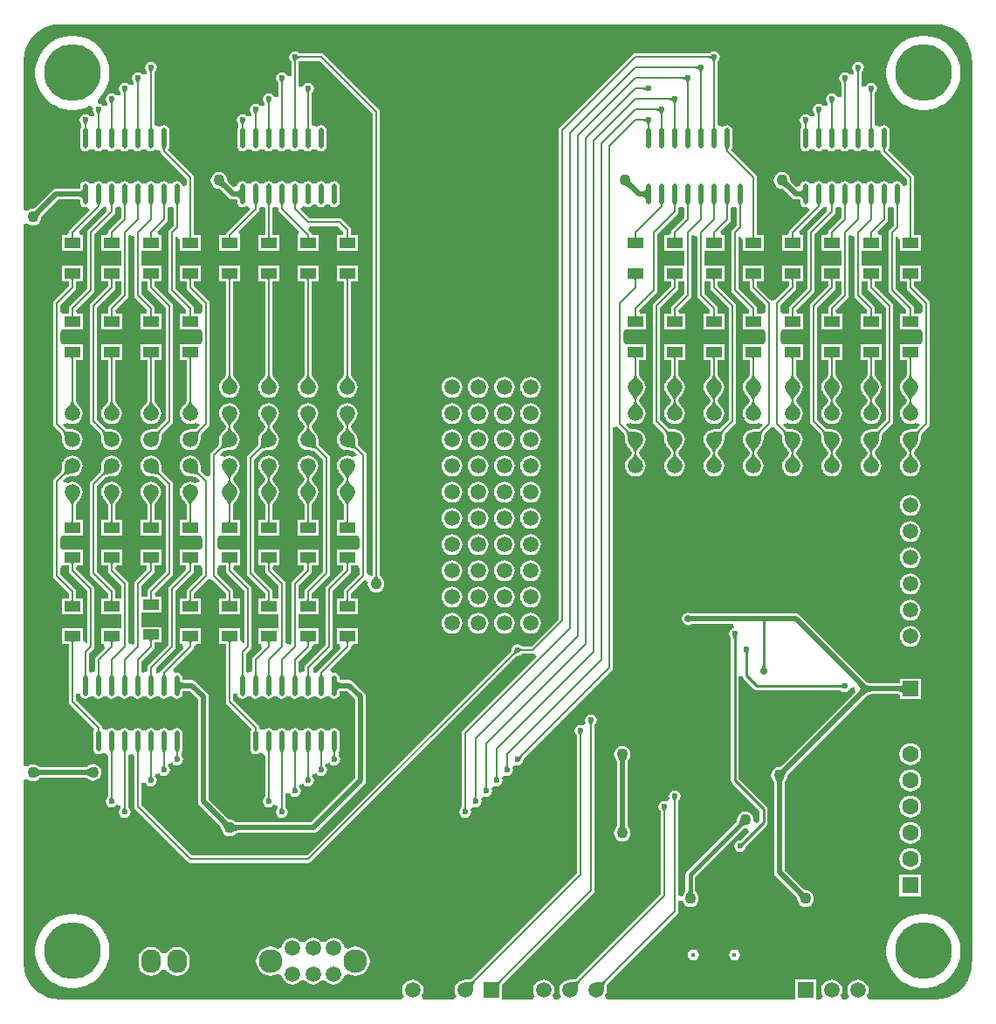
<source format=gbl>
G04*
G04 #@! TF.GenerationSoftware,Altium Limited,Altium Designer,21.3.2 (30)*
G04*
G04 Layer_Physical_Order=2*
G04 Layer_Color=16711680*
%FSLAX25Y25*%
%MOIN*%
G70*
G04*
G04 #@! TF.SameCoordinates,0941D6B8-9053-4ACA-ABC4-2B4951EE2B0C*
G04*
G04*
G04 #@! TF.FilePolarity,Positive*
G04*
G01*
G75*
%ADD15C,0.00800*%
%ADD21R,0.05906X0.05906*%
%ADD30C,0.02000*%
%ADD57C,0.00984*%
%ADD59C,0.01575*%
%ADD65O,0.07500X0.09000*%
%ADD66R,0.07500X0.09000*%
%ADD67C,0.01575*%
%ADD68C,0.05906*%
%ADD69C,0.06299*%
%ADD70R,0.06299X0.06299*%
%ADD71C,0.09055*%
%ADD72C,0.05984*%
%ADD73R,0.05984X0.05984*%
%ADD74C,0.02362*%
%ADD75C,0.02756*%
%ADD76C,0.04331*%
%ADD77C,0.21654*%
%ADD78R,0.05906X0.03937*%
%ADD79O,0.02165X0.07874*%
G36*
X350000Y373471D02*
Y373471D01*
X350021Y373490D01*
X352111Y373325D01*
X354169Y372831D01*
X356125Y372021D01*
X357930Y370915D01*
X359540Y369540D01*
X360915Y367930D01*
X362021Y366125D01*
X362831Y364169D01*
X363326Y362110D01*
X363490Y360021D01*
X363471Y360000D01*
X363471D01*
X363573Y359487D01*
X363573Y16466D01*
X363500Y15146D01*
X363471Y15000D01*
X363471D01*
X363490Y14979D01*
X363326Y12889D01*
X362831Y10831D01*
X362021Y8875D01*
X360915Y7070D01*
X359540Y5460D01*
X357930Y4085D01*
X356125Y2979D01*
X354169Y2169D01*
X352111Y1674D01*
X350021Y1510D01*
X350000Y1529D01*
Y1529D01*
X349854Y1500D01*
X348534Y1427D01*
X324181D01*
X323442Y2927D01*
X323487Y2987D01*
X323889Y3958D01*
X324027Y5000D01*
X323889Y6042D01*
X323487Y7013D01*
X322847Y7847D01*
X322013Y8487D01*
X321042Y8889D01*
X320000Y9027D01*
X318958Y8889D01*
X317987Y8487D01*
X317153Y7847D01*
X316513Y7013D01*
X316111Y6042D01*
X315973Y5000D01*
X316111Y3958D01*
X316513Y2987D01*
X316558Y2927D01*
X315819Y1427D01*
X314181D01*
X313442Y2927D01*
X313487Y2987D01*
X313889Y3958D01*
X314027Y5000D01*
X313889Y6042D01*
X313487Y7013D01*
X312847Y7847D01*
X312013Y8487D01*
X311042Y8889D01*
X310000Y9027D01*
X308958Y8889D01*
X307987Y8487D01*
X307153Y7847D01*
X306513Y7013D01*
X306111Y6042D01*
X305973Y5000D01*
X306111Y3958D01*
X306513Y2987D01*
X306558Y2927D01*
X305819Y1427D01*
X303992D01*
Y8992D01*
X296008D01*
Y1427D01*
X224181Y1427D01*
X223442Y2927D01*
X223487Y2987D01*
X223889Y3958D01*
X224027Y5000D01*
X224012Y5111D01*
X224014Y5456D01*
X224057Y6208D01*
X224094Y6503D01*
X224141Y6763D01*
X224196Y6978D01*
X224253Y7145D01*
X224306Y7262D01*
X224346Y7327D01*
X242009Y24991D01*
X242009Y24991D01*
X251009Y33991D01*
X251009Y33991D01*
X251319Y34454D01*
X251427Y35000D01*
X251427Y35000D01*
Y38989D01*
X252916Y39174D01*
X253235Y38404D01*
X253743Y37742D01*
X254404Y37235D01*
X255174Y36916D01*
X256000Y36807D01*
X256826Y36916D01*
X257596Y37235D01*
X258258Y37742D01*
X258765Y38404D01*
X259084Y39174D01*
X259193Y40000D01*
X259084Y40826D01*
X258765Y41596D01*
X258258Y42257D01*
X258217Y42289D01*
X258145Y42365D01*
X258072Y42455D01*
X258010Y42546D01*
X257957Y42638D01*
X257913Y42734D01*
X257877Y42835D01*
X257847Y42942D01*
X257826Y43057D01*
X257822Y43089D01*
Y48245D01*
X276104Y66527D01*
X276130Y66547D01*
X276226Y66614D01*
X276323Y66668D01*
X276419Y66714D01*
X276518Y66750D01*
X276621Y66779D01*
X276729Y66799D01*
X276845Y66811D01*
X276950Y66814D01*
X277000Y66807D01*
X277616Y66888D01*
X278010Y66455D01*
X278379Y65530D01*
X275092Y62244D01*
X275077Y62233D01*
X275052Y62217D01*
X275047Y62214D01*
X275000Y62224D01*
X274149Y62055D01*
X273428Y61572D01*
X272945Y60851D01*
X272776Y60000D01*
X272945Y59149D01*
X273428Y58428D01*
X274149Y57946D01*
X275000Y57776D01*
X275851Y57946D01*
X276572Y58428D01*
X277055Y59149D01*
X277224Y60000D01*
X277214Y60047D01*
X277217Y60052D01*
X277233Y60077D01*
X277244Y60092D01*
X285076Y67924D01*
X285405Y68418D01*
X285521Y69000D01*
Y74000D01*
X285405Y74582D01*
X285076Y75076D01*
X274521Y85630D01*
Y124638D01*
X276021Y124785D01*
X276095Y124418D01*
X276424Y123924D01*
X280424Y119924D01*
X280918Y119595D01*
X281500Y119479D01*
X313348D01*
X313367Y119476D01*
X313395Y119469D01*
X313401Y119467D01*
X313427Y119428D01*
X314149Y118946D01*
X315000Y118776D01*
X315851Y118946D01*
X316572Y119428D01*
X316974Y120029D01*
X317149Y120178D01*
X318635Y120627D01*
X318840Y120465D01*
X318911Y118795D01*
X290575Y90459D01*
X290486Y90390D01*
X290384Y90321D01*
X290294Y90269D01*
X290216Y90232D01*
X290152Y90208D01*
X290101Y90194D01*
X290062Y90188D01*
X290043Y90187D01*
X290000Y90193D01*
X289174Y90084D01*
X288404Y89765D01*
X287742Y89258D01*
X287235Y88596D01*
X286916Y87826D01*
X286807Y87000D01*
X286916Y86174D01*
X287235Y85404D01*
X287742Y84742D01*
X287777Y84716D01*
X287790Y84702D01*
X287813Y84670D01*
X287839Y84624D01*
X287868Y84562D01*
X287896Y84481D01*
X287923Y84380D01*
X287944Y84274D01*
X287961Y84101D01*
Y50000D01*
X288116Y49220D01*
X288558Y48558D01*
X296541Y40575D01*
X296610Y40486D01*
X296679Y40384D01*
X296731Y40294D01*
X296768Y40216D01*
X296792Y40152D01*
X296806Y40101D01*
X296812Y40062D01*
X296813Y40043D01*
X296807Y40000D01*
X296916Y39174D01*
X297235Y38404D01*
X297743Y37742D01*
X298404Y37235D01*
X299174Y36916D01*
X300000Y36807D01*
X300826Y36916D01*
X301596Y37235D01*
X302257Y37742D01*
X302765Y38404D01*
X303084Y39174D01*
X303193Y40000D01*
X303084Y40826D01*
X302765Y41596D01*
X302257Y42257D01*
X301596Y42765D01*
X300826Y43084D01*
X300000Y43193D01*
X299957Y43187D01*
X299938Y43188D01*
X299899Y43194D01*
X299848Y43208D01*
X299784Y43232D01*
X299706Y43269D01*
X299616Y43321D01*
X299527Y43382D01*
X299392Y43492D01*
X292039Y50845D01*
Y84147D01*
X292054Y84260D01*
X292077Y84380D01*
X292104Y84481D01*
X292132Y84562D01*
X292161Y84624D01*
X292187Y84670D01*
X292210Y84702D01*
X292223Y84716D01*
X292257Y84742D01*
X292765Y85404D01*
X293084Y86174D01*
X293193Y87000D01*
X293187Y87043D01*
X293188Y87062D01*
X293194Y87101D01*
X293208Y87152D01*
X293232Y87216D01*
X293269Y87294D01*
X293321Y87384D01*
X293382Y87473D01*
X293492Y87608D01*
X323008Y117125D01*
X323195Y117274D01*
X323440Y117441D01*
X323692Y117583D01*
X323951Y117704D01*
X324219Y117802D01*
X324498Y117879D01*
X324790Y117934D01*
X325027Y117961D01*
X335506D01*
X335655Y117948D01*
X335870Y117912D01*
X336022Y117871D01*
X336047Y117861D01*
Y116047D01*
X343953D01*
Y123953D01*
X336047D01*
Y122139D01*
X336022Y122128D01*
X335870Y122088D01*
X335655Y122052D01*
X335506Y122039D01*
X325027D01*
X324790Y122065D01*
X324498Y122121D01*
X324219Y122198D01*
X323951Y122296D01*
X323692Y122416D01*
X323440Y122559D01*
X323195Y122726D01*
X323008Y122875D01*
X297749Y148135D01*
X297087Y148577D01*
X296307Y148732D01*
X256386D01*
X256085Y148933D01*
X255157Y149118D01*
X254230Y148933D01*
X253443Y148407D01*
X252918Y147621D01*
X252733Y146693D01*
X252918Y145765D01*
X253443Y144978D01*
X254230Y144453D01*
X255157Y144268D01*
X256085Y144453D01*
X256386Y144654D01*
X272500D01*
X272648Y143154D01*
X272149Y143054D01*
X271427Y142572D01*
X270945Y141851D01*
X270776Y141000D01*
X270945Y140149D01*
X271427Y139427D01*
X271467Y139401D01*
X271469Y139395D01*
X271476Y139367D01*
X271479Y139348D01*
Y85000D01*
X271595Y84418D01*
X271924Y83924D01*
X282479Y73370D01*
Y69630D01*
X281470Y68621D01*
X280545Y68990D01*
X280112Y69384D01*
X280193Y70000D01*
X280084Y70826D01*
X279765Y71596D01*
X279257Y72258D01*
X278596Y72765D01*
X277826Y73084D01*
X277000Y73193D01*
X276174Y73084D01*
X275404Y72765D01*
X274743Y72258D01*
X274235Y71596D01*
X273916Y70826D01*
X273807Y70000D01*
X273814Y69950D01*
X273811Y69845D01*
X273799Y69729D01*
X273779Y69621D01*
X273750Y69518D01*
X273714Y69419D01*
X273669Y69323D01*
X273614Y69226D01*
X273547Y69130D01*
X273527Y69104D01*
X254711Y50289D01*
X254316Y49697D01*
X254178Y49000D01*
X254178Y49000D01*
Y43089D01*
X254174Y43057D01*
X254152Y42942D01*
X254123Y42835D01*
X254087Y42734D01*
X254043Y42638D01*
X253990Y42546D01*
X253928Y42455D01*
X253855Y42365D01*
X253783Y42289D01*
X253743Y42257D01*
X253235Y41596D01*
X252916Y40826D01*
X251427Y41010D01*
Y77249D01*
X251429Y77257D01*
X251434Y77276D01*
X251442Y77295D01*
X251452Y77315D01*
X251465Y77338D01*
X251484Y77364D01*
X251492Y77373D01*
X251572Y77428D01*
X252055Y78149D01*
X252224Y79000D01*
X252055Y79851D01*
X251572Y80572D01*
X250851Y81055D01*
X250000Y81224D01*
X249149Y81055D01*
X248428Y80572D01*
X247945Y79851D01*
X247776Y79000D01*
X247945Y78149D01*
X247972Y78110D01*
X246890Y77028D01*
X246851Y77055D01*
X246000Y77224D01*
X245149Y77055D01*
X244427Y76573D01*
X243945Y75851D01*
X243776Y75000D01*
X243945Y74149D01*
X244427Y73427D01*
X244508Y73373D01*
X244516Y73364D01*
X244535Y73338D01*
X244548Y73315D01*
X244558Y73295D01*
X244566Y73276D01*
X244571Y73257D01*
X244573Y73250D01*
Y41591D01*
X212327Y9346D01*
X212262Y9306D01*
X212145Y9252D01*
X211978Y9196D01*
X211763Y9141D01*
X211503Y9094D01*
X211208Y9057D01*
X210456Y9014D01*
X210111Y9012D01*
X210000Y9027D01*
X208958Y8889D01*
X207987Y8487D01*
X207153Y7847D01*
X206513Y7013D01*
X206111Y6042D01*
X205973Y5000D01*
X206111Y3958D01*
X206513Y2987D01*
X206558Y2927D01*
X205819Y1427D01*
X204181D01*
X203442Y2927D01*
X203487Y2987D01*
X203889Y3958D01*
X204027Y5000D01*
X203889Y6042D01*
X203487Y7013D01*
X202847Y7847D01*
X202013Y8487D01*
X201042Y8889D01*
X200000Y9027D01*
X198958Y8889D01*
X197987Y8487D01*
X197153Y7847D01*
X196513Y7013D01*
X196111Y6042D01*
X195973Y5000D01*
X196111Y3958D01*
X196513Y2987D01*
X196558Y2927D01*
X195819Y1427D01*
X183992D01*
Y6954D01*
X184105Y7086D01*
X219009Y41991D01*
X219009Y41991D01*
X219319Y42454D01*
X219427Y43000D01*
X219427Y43000D01*
Y106249D01*
X219429Y106257D01*
X219434Y106276D01*
X219442Y106295D01*
X219452Y106315D01*
X219465Y106338D01*
X219484Y106364D01*
X219492Y106373D01*
X219572Y106428D01*
X220055Y107149D01*
X220224Y108000D01*
X220055Y108851D01*
X219572Y109573D01*
X218851Y110055D01*
X218000Y110224D01*
X217149Y110055D01*
X216427Y109573D01*
X215945Y108851D01*
X215776Y108000D01*
X215945Y107149D01*
X215972Y107110D01*
X214890Y106028D01*
X214851Y106054D01*
X214000Y106224D01*
X213149Y106054D01*
X212427Y105572D01*
X211945Y104851D01*
X211776Y104000D01*
X211945Y103149D01*
X212427Y102427D01*
X212508Y102373D01*
X212516Y102364D01*
X212535Y102338D01*
X212548Y102315D01*
X212558Y102295D01*
X212565Y102276D01*
X212571Y102257D01*
X212573Y102250D01*
Y49591D01*
X172327Y9346D01*
X172262Y9306D01*
X172145Y9252D01*
X171978Y9196D01*
X171763Y9141D01*
X171503Y9094D01*
X171208Y9057D01*
X170456Y9014D01*
X170111Y9012D01*
X170000Y9027D01*
X168958Y8889D01*
X167987Y8487D01*
X167153Y7847D01*
X166513Y7013D01*
X166111Y6042D01*
X165973Y5000D01*
X166111Y3958D01*
X166513Y2987D01*
X166558Y2927D01*
X165819Y1427D01*
X154181D01*
X153442Y2927D01*
X153487Y2987D01*
X153889Y3958D01*
X154027Y5000D01*
X153889Y6042D01*
X153487Y7013D01*
X152847Y7847D01*
X152013Y8487D01*
X151042Y8889D01*
X150000Y9027D01*
X148958Y8889D01*
X147987Y8487D01*
X147153Y7847D01*
X146513Y7013D01*
X146111Y6042D01*
X145973Y5000D01*
X146111Y3958D01*
X146513Y2987D01*
X146558Y2927D01*
X145819Y1427D01*
X15513Y1427D01*
X15000Y1529D01*
Y1529D01*
X14979Y1510D01*
X12889Y1674D01*
X10831Y2169D01*
X8875Y2979D01*
X7070Y4085D01*
X5460Y5460D01*
X4085Y7070D01*
X2979Y8875D01*
X2169Y10831D01*
X1674Y12889D01*
X1510Y14979D01*
X1529Y15000D01*
X1529D01*
X1427Y15513D01*
Y84992D01*
X2191Y85428D01*
X2927Y85601D01*
X3404Y85235D01*
X4174Y84916D01*
X5000Y84807D01*
X5826Y84916D01*
X6596Y85235D01*
X7258Y85742D01*
X7352Y85865D01*
X7378Y85883D01*
X7438Y85945D01*
X7462Y85965D01*
X7497Y85988D01*
X7550Y86014D01*
X7620Y86041D01*
X7712Y86068D01*
X7825Y86091D01*
X7938Y86107D01*
X25065D01*
X25178Y86093D01*
X25298Y86069D01*
X25399Y86042D01*
X25480Y86014D01*
X25542Y85986D01*
X25588Y85959D01*
X25620Y85936D01*
X25634Y85923D01*
X25660Y85889D01*
X26322Y85381D01*
X27092Y85062D01*
X27918Y84954D01*
X28744Y85062D01*
X29514Y85381D01*
X30176Y85889D01*
X30683Y86550D01*
X31002Y87320D01*
X31111Y88146D01*
X31002Y88973D01*
X30683Y89743D01*
X30176Y90404D01*
X29514Y90911D01*
X28744Y91230D01*
X27918Y91339D01*
X27092Y91230D01*
X26322Y90911D01*
X25660Y90404D01*
X25634Y90369D01*
X25620Y90356D01*
X25588Y90333D01*
X25542Y90307D01*
X25480Y90279D01*
X25399Y90250D01*
X25298Y90223D01*
X25192Y90203D01*
X25019Y90185D01*
X7747D01*
X7640Y90198D01*
X7512Y90220D01*
X7402Y90247D01*
X7312Y90275D01*
X7240Y90304D01*
X7186Y90332D01*
X7147Y90357D01*
X7076Y90414D01*
X7008Y90449D01*
X6596Y90765D01*
X5826Y91084D01*
X5000Y91193D01*
X4174Y91084D01*
X3404Y90765D01*
X2927Y90399D01*
X2191Y90572D01*
X1427Y91008D01*
X1427Y296992D01*
X2191Y297428D01*
X2927Y297601D01*
X3404Y297235D01*
X4174Y296916D01*
X5000Y296807D01*
X5826Y296916D01*
X6596Y297235D01*
X7258Y297743D01*
X7765Y298404D01*
X8084Y299174D01*
X8193Y300000D01*
X8187Y300043D01*
X8188Y300062D01*
X8194Y300101D01*
X8208Y300152D01*
X8232Y300216D01*
X8269Y300294D01*
X8321Y300384D01*
X8382Y300473D01*
X8492Y300608D01*
X14585Y306701D01*
X22367D01*
X22516Y306688D01*
X22731Y306652D01*
X22876Y306613D01*
Y305886D01*
X23038Y305073D01*
X23498Y304384D01*
X24187Y303924D01*
X25000Y303762D01*
X25813Y303924D01*
X26682Y302701D01*
X18991Y295009D01*
X18681Y294546D01*
X18573Y294000D01*
X17595Y292969D01*
X16047D01*
Y287032D01*
X23953D01*
Y292969D01*
X23109D01*
X22487Y294468D01*
X31009Y302991D01*
X31009Y302991D01*
X31319Y303454D01*
X31323Y303475D01*
X32820Y304101D01*
X33048Y303874D01*
X33051Y302069D01*
X25991Y295009D01*
X25681Y294546D01*
X25573Y294000D01*
X25573Y294000D01*
Y272591D01*
X18991Y266009D01*
X18681Y265546D01*
X18573Y265000D01*
X18573Y265000D01*
Y262968D01*
X16047Y262968D01*
X15427Y264212D01*
Y266409D01*
X21009Y271991D01*
X21009Y271991D01*
X21319Y272454D01*
X21427Y273000D01*
X21427Y273000D01*
Y275614D01*
X23953D01*
Y281551D01*
X16047D01*
Y275614D01*
X18573D01*
Y273591D01*
X12991Y268009D01*
X12681Y267546D01*
X12573Y267000D01*
X12573Y267000D01*
Y221000D01*
X12573Y221000D01*
X12681Y220454D01*
X12991Y219991D01*
X15698Y217283D01*
X15737Y217220D01*
X15790Y217105D01*
X15846Y216942D01*
X15900Y216731D01*
X15946Y216476D01*
X15983Y216187D01*
X16026Y215448D01*
X16027Y215108D01*
X16013Y215000D01*
X16149Y213968D01*
X16547Y213007D01*
X17181Y212181D01*
X18007Y211547D01*
X18968Y211149D01*
X20000Y211013D01*
X21032Y211149D01*
X21993Y211547D01*
X22819Y212181D01*
X23453Y213007D01*
X23851Y213968D01*
X23987Y215000D01*
X23851Y216032D01*
X23453Y216993D01*
X22819Y217819D01*
X21993Y218453D01*
X21032Y218851D01*
X20000Y218987D01*
X19892Y218973D01*
X19552Y218974D01*
X18813Y219017D01*
X18524Y219054D01*
X18269Y219101D01*
X18058Y219154D01*
X17895Y219210D01*
X17780Y219263D01*
X17717Y219302D01*
X16303Y220715D01*
X16353Y220926D01*
X18005Y221547D01*
X18035Y221535D01*
X18968Y221149D01*
X20000Y221013D01*
X21032Y221149D01*
X21993Y221547D01*
X22819Y222181D01*
X23453Y223007D01*
X23851Y223968D01*
X23987Y225000D01*
X23851Y226032D01*
X23453Y226993D01*
X22819Y227819D01*
X22733Y227886D01*
X22494Y228127D01*
X22001Y228680D01*
X21823Y228910D01*
X21675Y229124D01*
X21564Y229310D01*
X21488Y229466D01*
X21444Y229584D01*
X21427Y229656D01*
Y245614D01*
X23953D01*
Y251551D01*
X16927D01*
X16047Y251551D01*
X15427Y252795D01*
Y255788D01*
X16047Y257031D01*
X16927Y257031D01*
X23953D01*
Y262968D01*
X21572D01*
X21487Y264469D01*
X28009Y270991D01*
X28009Y270991D01*
X28319Y271454D01*
X28427Y272000D01*
Y293409D01*
X36009Y300991D01*
X36009Y300991D01*
X36319Y301454D01*
X36427Y302000D01*
X36427Y302000D01*
Y303371D01*
X37906Y303986D01*
X37949Y303973D01*
X38573Y303353D01*
Y299591D01*
X33991Y295009D01*
X33681Y294546D01*
X33573Y294000D01*
X32595Y292969D01*
X31047D01*
Y287032D01*
X38573D01*
Y281551D01*
X31047D01*
Y275614D01*
X33573D01*
Y273591D01*
X26991Y267009D01*
X26681Y266546D01*
X26573Y266000D01*
X26573Y266000D01*
Y222000D01*
X26573Y222000D01*
X26681Y221454D01*
X26991Y220991D01*
X30698Y217283D01*
X30737Y217220D01*
X30790Y217105D01*
X30846Y216942D01*
X30900Y216731D01*
X30946Y216476D01*
X30983Y216187D01*
X31026Y215448D01*
X31027Y215108D01*
X31013Y215000D01*
X31149Y213968D01*
X31547Y213007D01*
X32181Y212181D01*
X33007Y211547D01*
X33968Y211149D01*
X35000Y211013D01*
X36032Y211149D01*
X36993Y211547D01*
X37819Y212181D01*
X38453Y213007D01*
X38851Y213968D01*
X38987Y215000D01*
X38851Y216032D01*
X38453Y216993D01*
X37819Y217819D01*
X36993Y218453D01*
X36032Y218851D01*
X35000Y218987D01*
X34892Y218973D01*
X34552Y218974D01*
X33813Y219017D01*
X33525Y219054D01*
X33269Y219101D01*
X33058Y219154D01*
X32895Y219210D01*
X32780Y219263D01*
X32717Y219302D01*
X29427Y222591D01*
Y265409D01*
X36009Y271991D01*
X36009Y271991D01*
X36319Y272454D01*
X36427Y273000D01*
Y275614D01*
X38573D01*
Y270591D01*
X33991Y266009D01*
X33681Y265546D01*
X33573Y265000D01*
X33573Y265000D01*
Y262968D01*
X31047D01*
Y257031D01*
X38953D01*
Y262968D01*
X36572D01*
X36487Y264469D01*
X41009Y268991D01*
X41009Y268991D01*
X41319Y269454D01*
X41427Y270000D01*
X41427Y270000D01*
Y292795D01*
X42073Y293277D01*
X43573Y292525D01*
Y270000D01*
X43573Y270000D01*
X43681Y269454D01*
X43991Y268991D01*
X48513Y264469D01*
X48428Y262968D01*
X46047D01*
Y257031D01*
X53953D01*
Y262968D01*
X51427D01*
Y265000D01*
X51427Y265000D01*
X51319Y265546D01*
X51009Y266009D01*
X51009Y266009D01*
X46427Y270591D01*
Y275614D01*
X48573D01*
Y273000D01*
X48573Y273000D01*
X48681Y272454D01*
X48991Y271991D01*
X55573Y265409D01*
Y222591D01*
X52283Y219302D01*
X52220Y219263D01*
X52105Y219210D01*
X51942Y219154D01*
X51731Y219100D01*
X51476Y219054D01*
X51187Y219017D01*
X50448Y218974D01*
X50108Y218973D01*
X50000Y218987D01*
X48968Y218851D01*
X48007Y218453D01*
X47181Y217819D01*
X46547Y216993D01*
X46149Y216032D01*
X46013Y215000D01*
X46149Y213968D01*
X46547Y213007D01*
X47181Y212181D01*
X48007Y211547D01*
X48968Y211149D01*
X50000Y211013D01*
X51032Y211149D01*
X51993Y211547D01*
X52819Y212181D01*
X53453Y213007D01*
X53851Y213968D01*
X53987Y215000D01*
X53973Y215108D01*
X53974Y215448D01*
X54017Y216187D01*
X54054Y216476D01*
X54101Y216731D01*
X54154Y216942D01*
X54210Y217105D01*
X54263Y217220D01*
X54302Y217283D01*
X58009Y220991D01*
X58009Y220991D01*
X58319Y221454D01*
X58427Y222000D01*
Y266000D01*
X58319Y266546D01*
X58009Y267009D01*
X58009Y267009D01*
X51427Y273591D01*
Y275614D01*
X53953D01*
Y281551D01*
X46427D01*
Y287032D01*
X53953D01*
Y292969D01*
X53109D01*
X52487Y294468D01*
X56009Y297991D01*
X56009Y297991D01*
X56319Y298454D01*
X56427Y299000D01*
X56427Y299000D01*
Y303371D01*
X57906Y303986D01*
X57949Y303973D01*
X58573Y303353D01*
Y296591D01*
X56991Y295009D01*
X56681Y294546D01*
X56573Y294000D01*
X56573Y294000D01*
Y272000D01*
X56573Y272000D01*
X56681Y271454D01*
X56991Y270991D01*
X63513Y264469D01*
X63428Y262968D01*
X61047D01*
Y257031D01*
X68073D01*
X68953Y257031D01*
X69573Y255788D01*
Y252795D01*
X68953Y251551D01*
X68073Y251551D01*
X61047D01*
Y245614D01*
X63573D01*
Y229656D01*
X63556Y229584D01*
X63512Y229466D01*
X63436Y229310D01*
X63325Y229124D01*
X63177Y228910D01*
X62999Y228680D01*
X62506Y228127D01*
X62268Y227886D01*
X62181Y227819D01*
X61547Y226993D01*
X61149Y226032D01*
X61013Y225000D01*
X61149Y223968D01*
X61547Y223007D01*
X62181Y222181D01*
X63007Y221547D01*
X63968Y221149D01*
X65000Y221013D01*
X66032Y221149D01*
X66965Y221535D01*
X66995Y221547D01*
X68647Y220926D01*
X68697Y220715D01*
X67283Y219302D01*
X67220Y219263D01*
X67105Y219210D01*
X66942Y219154D01*
X66731Y219100D01*
X66475Y219054D01*
X66187Y219017D01*
X65448Y218974D01*
X65108Y218973D01*
X65000Y218987D01*
X63968Y218851D01*
X63007Y218453D01*
X62181Y217819D01*
X61547Y216993D01*
X61149Y216032D01*
X61013Y215000D01*
X61149Y213968D01*
X61547Y213007D01*
X62181Y212181D01*
X63007Y211547D01*
X63968Y211149D01*
X65000Y211013D01*
X66032Y211149D01*
X66993Y211547D01*
X67819Y212181D01*
X68453Y213007D01*
X68851Y213968D01*
X68987Y215000D01*
X68973Y215108D01*
X68974Y215448D01*
X69017Y216187D01*
X69054Y216476D01*
X69100Y216731D01*
X69154Y216942D01*
X69210Y217105D01*
X69263Y217220D01*
X69301Y217283D01*
X72009Y219991D01*
X72009Y219991D01*
X72319Y220454D01*
X72427Y221000D01*
X72427Y221000D01*
Y267000D01*
X72427Y267000D01*
X72319Y267546D01*
X72009Y268009D01*
X72009Y268009D01*
X66427Y273591D01*
Y275614D01*
X68953D01*
Y281551D01*
X61047D01*
Y275614D01*
X63573D01*
Y273000D01*
X63573Y273000D01*
X63681Y272454D01*
X63991Y271991D01*
X69573Y266409D01*
Y264212D01*
X68953Y262968D01*
X68073Y262968D01*
X66427D01*
Y265000D01*
X66319Y265546D01*
X66009Y266009D01*
X66009Y266009D01*
X59427Y272591D01*
Y292360D01*
X59547Y292413D01*
X61047Y291432D01*
Y287032D01*
X68953D01*
Y292969D01*
X66427D01*
Y315000D01*
X66427Y315000D01*
X66319Y315546D01*
X66009Y316009D01*
X66009Y316009D01*
X57450Y324569D01*
X56502Y325644D01*
X56962Y326333D01*
X57124Y327146D01*
Y332854D01*
X56962Y333667D01*
X56502Y334356D01*
X55813Y334816D01*
X55000Y334978D01*
X54187Y334816D01*
X53499Y334356D01*
X52051Y334767D01*
X51427Y335387D01*
Y355250D01*
X51429Y355257D01*
X51434Y355276D01*
X51442Y355295D01*
X51452Y355315D01*
X51465Y355338D01*
X51484Y355364D01*
X51492Y355373D01*
X51573Y355428D01*
X52055Y356149D01*
X52224Y357000D01*
X52055Y357851D01*
X51573Y358573D01*
X50851Y359055D01*
X50000Y359224D01*
X49149Y359055D01*
X48428Y358573D01*
X47945Y357851D01*
X47776Y357000D01*
X47945Y356149D01*
X48428Y355428D01*
X48508Y355373D01*
X48493Y355234D01*
X48455Y355017D01*
X48333Y354528D01*
X46737Y354327D01*
X46573Y354573D01*
X45851Y355055D01*
X45000Y355224D01*
X44149Y355055D01*
X43428Y354573D01*
X42945Y353851D01*
X42776Y353000D01*
X42945Y352149D01*
X43428Y351428D01*
X43508Y351373D01*
X43493Y351234D01*
X43455Y351017D01*
X43333Y350528D01*
X41737Y350327D01*
X41572Y350572D01*
X40851Y351055D01*
X40000Y351224D01*
X39149Y351055D01*
X38427Y350572D01*
X37945Y349851D01*
X37776Y349000D01*
X37945Y348149D01*
X38427Y347428D01*
X38508Y347373D01*
X38493Y347234D01*
X38455Y347018D01*
X38333Y346528D01*
X36737Y346327D01*
X36573Y346572D01*
X35851Y347055D01*
X35000Y347224D01*
X34149Y347055D01*
X33428Y346572D01*
X32945Y345851D01*
X32776Y345000D01*
X32945Y344149D01*
X33428Y343427D01*
X33508Y343373D01*
X33493Y343234D01*
X33455Y343018D01*
X33333Y342528D01*
X31737Y342327D01*
X31572Y342572D01*
X30851Y343055D01*
X30267Y343171D01*
X30065Y343428D01*
X29868Y343853D01*
X29692Y344692D01*
X30655Y345655D01*
X31784Y347126D01*
X32711Y348732D01*
X33420Y350444D01*
X33900Y352235D01*
X34142Y354073D01*
Y355927D01*
X33900Y357765D01*
X33420Y359556D01*
X32711Y361268D01*
X31784Y362874D01*
X30655Y364345D01*
X30000Y365000D01*
X29345Y365655D01*
X27874Y366784D01*
X26268Y367711D01*
X24556Y368420D01*
X22765Y368900D01*
X20927Y369142D01*
X19073D01*
X17235Y368900D01*
X15444Y368420D01*
X13732Y367711D01*
X12126Y366784D01*
X10655Y365655D01*
X10000Y365000D01*
X9345Y364345D01*
X8216Y362874D01*
X7289Y361268D01*
X6580Y359556D01*
X6100Y357765D01*
X5858Y355927D01*
Y354073D01*
X6100Y352235D01*
X6580Y350444D01*
X7289Y348732D01*
X8216Y347126D01*
X9345Y345655D01*
X10000Y345000D01*
X10655Y344345D01*
X12126Y343216D01*
X13732Y342289D01*
X15444Y341580D01*
X17235Y341100D01*
X19073Y340858D01*
X20927D01*
X22765Y341100D01*
X24556Y341580D01*
X26268Y342289D01*
X26665Y342518D01*
X26992Y342348D01*
X27872Y341483D01*
X27776Y341000D01*
X27945Y340149D01*
X28427Y339427D01*
X28508Y339373D01*
X28493Y339234D01*
X28455Y339018D01*
X28333Y338528D01*
X26737Y338327D01*
X26572Y338573D01*
X25851Y339055D01*
X25000Y339224D01*
X24149Y339055D01*
X23427Y338573D01*
X22945Y337851D01*
X22776Y337000D01*
X22945Y336149D01*
X23427Y335427D01*
X23267Y334009D01*
X23038Y333667D01*
X22876Y332854D01*
Y327146D01*
X23038Y326333D01*
X23498Y325644D01*
X24187Y325184D01*
X25000Y325022D01*
X25813Y325184D01*
X26502Y325644D01*
X26667Y325891D01*
X26833Y325945D01*
X28167D01*
X28333Y325891D01*
X28499Y325644D01*
X29187Y325184D01*
X30000Y325022D01*
X30813Y325184D01*
X31501Y325644D01*
X31667Y325891D01*
X31833Y325945D01*
X33167D01*
X33333Y325891D01*
X33498Y325644D01*
X34187Y325184D01*
X35000Y325022D01*
X35813Y325184D01*
X36502Y325644D01*
X36667Y325891D01*
X36833Y325945D01*
X38167D01*
X38333Y325891D01*
X38498Y325644D01*
X39187Y325184D01*
X40000Y325022D01*
X40813Y325184D01*
X41502Y325644D01*
X41667Y325891D01*
X41833Y325945D01*
X43167D01*
X43333Y325891D01*
X43499Y325644D01*
X44187Y325184D01*
X45000Y325022D01*
X45813Y325184D01*
X46501Y325644D01*
X46667Y325891D01*
X46833Y325945D01*
X48167D01*
X48333Y325891D01*
X48498Y325644D01*
X49187Y325184D01*
X50000Y325022D01*
X50813Y325184D01*
X51502Y325644D01*
X52985Y325415D01*
X53572Y325000D01*
X53573Y325000D01*
X53681Y324454D01*
X53991Y323991D01*
X63573Y314409D01*
Y311998D01*
X62073Y311850D01*
X61962Y312407D01*
X61501Y313096D01*
X60813Y313556D01*
X60000Y313718D01*
X59187Y313556D01*
X58499Y313096D01*
X58333Y312849D01*
X58167Y312795D01*
X56833D01*
X56667Y312849D01*
X56502Y313096D01*
X55813Y313556D01*
X55000Y313718D01*
X54187Y313556D01*
X53499Y313096D01*
X53333Y312849D01*
X53167Y312795D01*
X51833D01*
X51667Y312849D01*
X51502Y313096D01*
X50813Y313556D01*
X50000Y313718D01*
X49187Y313556D01*
X48498Y313096D01*
X48333Y312849D01*
X48167Y312795D01*
X46833D01*
X46667Y312849D01*
X46501Y313096D01*
X45813Y313556D01*
X45000Y313718D01*
X44187Y313556D01*
X43499Y313096D01*
X43333Y312849D01*
X43167Y312795D01*
X41833D01*
X41667Y312849D01*
X41502Y313096D01*
X40813Y313556D01*
X40000Y313718D01*
X39187Y313556D01*
X38498Y313096D01*
X38333Y312849D01*
X38167Y312795D01*
X36833D01*
X36667Y312849D01*
X36502Y313096D01*
X35813Y313556D01*
X35000Y313718D01*
X34187Y313556D01*
X33498Y313096D01*
X33333Y312849D01*
X33167Y312795D01*
X31833D01*
X31667Y312849D01*
X31501Y313096D01*
X30813Y313556D01*
X30000Y313718D01*
X29187Y313556D01*
X28499Y313096D01*
X28333Y312849D01*
X28167Y312795D01*
X26833D01*
X26667Y312849D01*
X26502Y313096D01*
X25813Y313556D01*
X25000Y313718D01*
X24187Y313556D01*
X23498Y313096D01*
X23038Y312407D01*
X22876Y311595D01*
Y310867D01*
X22731Y310828D01*
X22516Y310792D01*
X22367Y310779D01*
X13740D01*
X12960Y310624D01*
X12298Y310182D01*
X5575Y303459D01*
X5486Y303390D01*
X5384Y303321D01*
X5294Y303269D01*
X5216Y303232D01*
X5152Y303208D01*
X5101Y303194D01*
X5062Y303188D01*
X5043Y303187D01*
X5000Y303193D01*
X4174Y303084D01*
X3404Y302765D01*
X2927Y302399D01*
X2191Y302572D01*
X1427Y303008D01*
Y358534D01*
X1500Y359854D01*
X1529Y360000D01*
X1529D01*
X1510Y360021D01*
X1674Y362111D01*
X2169Y364169D01*
X2979Y366125D01*
X4085Y367930D01*
X5460Y369540D01*
X7070Y370915D01*
X8875Y372021D01*
X10831Y372831D01*
X12889Y373325D01*
X14979Y373490D01*
X15000Y373471D01*
Y373471D01*
X15513Y373572D01*
X349487D01*
X350000Y373471D01*
D02*
G37*
G36*
X50746Y356071D02*
X50673Y355984D01*
X50609Y355893D01*
X50554Y355800D01*
X50507Y355703D01*
X50468Y355604D01*
X50438Y355502D01*
X50417Y355398D01*
X50404Y355290D01*
X50400Y355180D01*
X49600D01*
X49596Y355290D01*
X49583Y355398D01*
X49562Y355502D01*
X49532Y355604D01*
X49493Y355703D01*
X49446Y355800D01*
X49391Y355893D01*
X49327Y355984D01*
X49254Y356071D01*
X49173Y356156D01*
X50827D01*
X50746Y356071D01*
D02*
G37*
G36*
X45746Y352071D02*
X45673Y351984D01*
X45609Y351893D01*
X45554Y351800D01*
X45507Y351703D01*
X45468Y351604D01*
X45438Y351502D01*
X45417Y351398D01*
X45404Y351290D01*
X45400Y351180D01*
X44600D01*
X44596Y351290D01*
X44583Y351398D01*
X44562Y351502D01*
X44532Y351604D01*
X44493Y351703D01*
X44446Y351800D01*
X44391Y351893D01*
X44327Y351984D01*
X44254Y352071D01*
X44173Y352156D01*
X45827D01*
X45746Y352071D01*
D02*
G37*
G36*
X40746Y348072D02*
X40673Y347984D01*
X40609Y347893D01*
X40554Y347799D01*
X40507Y347703D01*
X40468Y347604D01*
X40438Y347502D01*
X40417Y347398D01*
X40404Y347290D01*
X40400Y347180D01*
X39600D01*
X39596Y347290D01*
X39583Y347398D01*
X39562Y347502D01*
X39532Y347604D01*
X39493Y347703D01*
X39446Y347799D01*
X39391Y347893D01*
X39327Y347984D01*
X39254Y348072D01*
X39173Y348156D01*
X40827D01*
X40746Y348072D01*
D02*
G37*
G36*
X35746Y344072D02*
X35673Y343984D01*
X35609Y343893D01*
X35554Y343799D01*
X35507Y343703D01*
X35468Y343604D01*
X35438Y343502D01*
X35417Y343398D01*
X35404Y343290D01*
X35400Y343180D01*
X34600D01*
X34596Y343290D01*
X34583Y343398D01*
X34562Y343502D01*
X34532Y343604D01*
X34493Y343703D01*
X34446Y343799D01*
X34391Y343893D01*
X34327Y343984D01*
X34254Y344072D01*
X34173Y344157D01*
X35827D01*
X35746Y344072D01*
D02*
G37*
G36*
X30746Y340072D02*
X30673Y339984D01*
X30609Y339893D01*
X30554Y339799D01*
X30507Y339703D01*
X30468Y339604D01*
X30438Y339502D01*
X30417Y339398D01*
X30404Y339290D01*
X30400Y339180D01*
X29600D01*
X29596Y339290D01*
X29583Y339398D01*
X29562Y339502D01*
X29532Y339604D01*
X29493Y339703D01*
X29446Y339799D01*
X29391Y339893D01*
X29327Y339984D01*
X29254Y340072D01*
X29173Y340157D01*
X30827D01*
X30746Y340072D01*
D02*
G37*
G36*
X25746Y336071D02*
X25673Y335984D01*
X25609Y335893D01*
X25554Y335800D01*
X25507Y335703D01*
X25468Y335604D01*
X25438Y335502D01*
X25417Y335398D01*
X25404Y335290D01*
X25400Y335180D01*
X24600D01*
X24596Y335290D01*
X24583Y335398D01*
X24562Y335502D01*
X24532Y335604D01*
X24493Y335703D01*
X24446Y335800D01*
X24391Y335893D01*
X24327Y335984D01*
X24254Y336071D01*
X24173Y336157D01*
X25827D01*
X25746Y336071D01*
D02*
G37*
G36*
X50404Y334441D02*
X50435Y334095D01*
X50463Y333954D01*
X50498Y333834D01*
X50541Y333737D01*
X50591Y333661D01*
X50650Y333607D01*
X50716Y333574D01*
X50791Y333563D01*
X49209D01*
X49284Y333574D01*
X49350Y333607D01*
X49409Y333661D01*
X49459Y333737D01*
X49502Y333834D01*
X49538Y333954D01*
X49565Y334095D01*
X49584Y334257D01*
X49596Y334441D01*
X49600Y334647D01*
X50400D01*
X50404Y334441D01*
D02*
G37*
G36*
X45404D02*
X45435Y334095D01*
X45463Y333954D01*
X45498Y333834D01*
X45541Y333737D01*
X45591Y333661D01*
X45650Y333607D01*
X45716Y333574D01*
X45790Y333563D01*
X44210D01*
X44284Y333574D01*
X44350Y333607D01*
X44409Y333661D01*
X44459Y333737D01*
X44502Y333834D01*
X44537Y333954D01*
X44565Y334095D01*
X44584Y334257D01*
X44596Y334441D01*
X44600Y334647D01*
X45400D01*
X45404Y334441D01*
D02*
G37*
G36*
X40404D02*
X40435Y334095D01*
X40462Y333954D01*
X40498Y333834D01*
X40541Y333737D01*
X40591Y333661D01*
X40650Y333607D01*
X40716Y333574D01*
X40791Y333563D01*
X39209D01*
X39284Y333574D01*
X39350Y333607D01*
X39409Y333661D01*
X39459Y333737D01*
X39502Y333834D01*
X39538Y333954D01*
X39565Y334095D01*
X39584Y334257D01*
X39596Y334441D01*
X39600Y334647D01*
X40400D01*
X40404Y334441D01*
D02*
G37*
G36*
X35404D02*
X35435Y334095D01*
X35462Y333954D01*
X35498Y333834D01*
X35541Y333737D01*
X35591Y333661D01*
X35650Y333607D01*
X35716Y333574D01*
X35791Y333563D01*
X34209D01*
X34284Y333574D01*
X34350Y333607D01*
X34409Y333661D01*
X34459Y333737D01*
X34502Y333834D01*
X34538Y333954D01*
X34565Y334095D01*
X34584Y334257D01*
X34596Y334441D01*
X34600Y334647D01*
X35400D01*
X35404Y334441D01*
D02*
G37*
G36*
X30404D02*
X30435Y334095D01*
X30463Y333954D01*
X30498Y333834D01*
X30541Y333737D01*
X30591Y333661D01*
X30650Y333607D01*
X30716Y333574D01*
X30790Y333563D01*
X29210D01*
X29284Y333574D01*
X29350Y333607D01*
X29409Y333661D01*
X29459Y333737D01*
X29502Y333834D01*
X29537Y333954D01*
X29565Y334095D01*
X29584Y334257D01*
X29596Y334441D01*
X29600Y334647D01*
X30400D01*
X30404Y334441D01*
D02*
G37*
G36*
X25404D02*
X25435Y334095D01*
X25462Y333954D01*
X25498Y333834D01*
X25541Y333737D01*
X25591Y333661D01*
X25650Y333607D01*
X25716Y333574D01*
X25791Y333563D01*
X24209D01*
X24284Y333574D01*
X24350Y333607D01*
X24409Y333661D01*
X24459Y333737D01*
X24502Y333834D01*
X24538Y333954D01*
X24565Y334095D01*
X24584Y334257D01*
X24596Y334441D01*
X24600Y334647D01*
X25400D01*
X25404Y334441D01*
D02*
G37*
G36*
X55716Y326426D02*
X55650Y326393D01*
X55591Y326339D01*
X55541Y326263D01*
X55498Y326166D01*
X55462Y326046D01*
X55435Y325905D01*
X55416Y325743D01*
X55404Y325558D01*
X55400Y325353D01*
X54600D01*
X54596Y325558D01*
X54565Y325905D01*
X54537Y326046D01*
X54502Y326166D01*
X54459Y326263D01*
X54409Y326339D01*
X54350Y326393D01*
X54284Y326426D01*
X54210Y326437D01*
X55791D01*
X55716Y326426D01*
D02*
G37*
G36*
X23932Y306740D02*
X23912Y306930D01*
X23852Y307100D01*
X23751Y307250D01*
X23610Y307380D01*
X23429Y307490D01*
X23208Y307580D01*
X22946Y307650D01*
X22644Y307700D01*
X22302Y307730D01*
X21920Y307740D01*
Y309740D01*
X22302Y309750D01*
X22644Y309780D01*
X22946Y309830D01*
X23208Y309900D01*
X23429Y309990D01*
X23610Y310100D01*
X23751Y310230D01*
X23852Y310380D01*
X23912Y310550D01*
X23932Y310740D01*
Y306740D01*
D02*
G37*
G36*
X60716Y305166D02*
X60650Y305134D01*
X60591Y305079D01*
X60541Y305003D01*
X60498Y304906D01*
X60462Y304787D01*
X60435Y304646D01*
X60416Y304483D01*
X60404Y304299D01*
X60400Y304093D01*
X59600D01*
X59596Y304299D01*
X59565Y304646D01*
X59538Y304787D01*
X59502Y304906D01*
X59459Y305003D01*
X59409Y305079D01*
X59350Y305134D01*
X59284Y305166D01*
X59210Y305177D01*
X60790D01*
X60716Y305166D01*
D02*
G37*
G36*
X55716D02*
X55650Y305134D01*
X55591Y305079D01*
X55541Y305003D01*
X55498Y304906D01*
X55462Y304787D01*
X55435Y304646D01*
X55416Y304483D01*
X55404Y304299D01*
X55400Y304093D01*
X54600D01*
X54596Y304299D01*
X54565Y304646D01*
X54537Y304787D01*
X54502Y304906D01*
X54459Y305003D01*
X54409Y305079D01*
X54350Y305134D01*
X54284Y305166D01*
X54210Y305177D01*
X55791D01*
X55716Y305166D01*
D02*
G37*
G36*
X50716D02*
X50650Y305134D01*
X50591Y305079D01*
X50541Y305003D01*
X50498Y304906D01*
X50463Y304787D01*
X50435Y304646D01*
X50416Y304483D01*
X50404Y304299D01*
X50400Y304093D01*
X49600D01*
X49596Y304299D01*
X49565Y304646D01*
X49538Y304787D01*
X49502Y304906D01*
X49459Y305003D01*
X49409Y305079D01*
X49350Y305134D01*
X49284Y305166D01*
X49209Y305177D01*
X50791D01*
X50716Y305166D01*
D02*
G37*
G36*
X45716D02*
X45650Y305134D01*
X45591Y305079D01*
X45541Y305003D01*
X45498Y304906D01*
X45463Y304787D01*
X45435Y304646D01*
X45416Y304483D01*
X45404Y304299D01*
X45400Y304093D01*
X44600D01*
X44596Y304299D01*
X44565Y304646D01*
X44537Y304787D01*
X44502Y304906D01*
X44459Y305003D01*
X44409Y305079D01*
X44350Y305134D01*
X44284Y305166D01*
X44210Y305177D01*
X45790D01*
X45716Y305166D01*
D02*
G37*
G36*
X40716D02*
X40650Y305134D01*
X40591Y305079D01*
X40541Y305003D01*
X40498Y304906D01*
X40462Y304787D01*
X40435Y304646D01*
X40416Y304483D01*
X40404Y304299D01*
X40400Y304093D01*
X39600D01*
X39596Y304299D01*
X39565Y304646D01*
X39538Y304787D01*
X39502Y304906D01*
X39459Y305003D01*
X39409Y305079D01*
X39350Y305134D01*
X39284Y305166D01*
X39209Y305177D01*
X40791D01*
X40716Y305166D01*
D02*
G37*
G36*
X35716D02*
X35650Y305134D01*
X35591Y305079D01*
X35541Y305003D01*
X35498Y304906D01*
X35462Y304787D01*
X35435Y304646D01*
X35416Y304483D01*
X35404Y304299D01*
X35400Y304093D01*
X34600D01*
X34596Y304299D01*
X34565Y304646D01*
X34538Y304787D01*
X34502Y304906D01*
X34459Y305003D01*
X34409Y305079D01*
X34350Y305134D01*
X34284Y305166D01*
X34209Y305177D01*
X35791D01*
X35716Y305166D01*
D02*
G37*
G36*
X30716D02*
X30650Y305134D01*
X30591Y305079D01*
X30541Y305003D01*
X30498Y304906D01*
X30463Y304787D01*
X30435Y304646D01*
X30416Y304483D01*
X30404Y304299D01*
X30400Y304093D01*
X29600D01*
X29596Y304299D01*
X29565Y304646D01*
X29537Y304787D01*
X29502Y304906D01*
X29459Y305003D01*
X29409Y305079D01*
X29350Y305134D01*
X29284Y305166D01*
X29210Y305177D01*
X30790D01*
X30716Y305166D01*
D02*
G37*
G36*
X7984Y301570D02*
X7827Y301406D01*
X7563Y301083D01*
X7457Y300926D01*
X7366Y300770D01*
X7293Y300616D01*
X7236Y300464D01*
X7196Y300315D01*
X7172Y300167D01*
X7165Y300022D01*
X5022Y302165D01*
X5167Y302172D01*
X5315Y302196D01*
X5464Y302236D01*
X5616Y302293D01*
X5770Y302366D01*
X5926Y302456D01*
X6084Y302563D01*
X6244Y302687D01*
X6406Y302827D01*
X6570Y302984D01*
X7984Y301570D01*
D02*
G37*
G36*
X65404Y292602D02*
X65416Y292464D01*
X65436Y292342D01*
X65464Y292237D01*
X65500Y292147D01*
X65544Y292074D01*
X65596Y292018D01*
X65656Y291977D01*
X65724Y291953D01*
X65800Y291945D01*
X64200D01*
X64276Y291953D01*
X64344Y291977D01*
X64404Y292018D01*
X64456Y292074D01*
X64500Y292147D01*
X64536Y292237D01*
X64564Y292342D01*
X64584Y292464D01*
X64596Y292602D01*
X64600Y292757D01*
X65400D01*
X65404Y292602D01*
D02*
G37*
G36*
X50404D02*
X50416Y292464D01*
X50436Y292342D01*
X50464Y292237D01*
X50500Y292147D01*
X50544Y292074D01*
X50596Y292018D01*
X50656Y291977D01*
X50724Y291953D01*
X50800Y291945D01*
X49200D01*
X49276Y291953D01*
X49344Y291977D01*
X49404Y292018D01*
X49456Y292074D01*
X49500Y292147D01*
X49536Y292237D01*
X49564Y292342D01*
X49584Y292464D01*
X49596Y292602D01*
X49600Y292757D01*
X50400D01*
X50404Y292602D01*
D02*
G37*
G36*
X35404D02*
X35416Y292464D01*
X35436Y292342D01*
X35464Y292237D01*
X35500Y292147D01*
X35544Y292074D01*
X35596Y292018D01*
X35656Y291977D01*
X35724Y291953D01*
X35800Y291945D01*
X34200D01*
X34276Y291953D01*
X34344Y291977D01*
X34404Y292018D01*
X34456Y292074D01*
X34500Y292147D01*
X34536Y292237D01*
X34564Y292342D01*
X34584Y292464D01*
X34596Y292602D01*
X34600Y292757D01*
X35400D01*
X35404Y292602D01*
D02*
G37*
G36*
X20404D02*
X20416Y292464D01*
X20436Y292342D01*
X20464Y292237D01*
X20500Y292147D01*
X20544Y292074D01*
X20596Y292018D01*
X20656Y291977D01*
X20724Y291953D01*
X20800Y291945D01*
X19200D01*
X19276Y291953D01*
X19344Y291977D01*
X19404Y292018D01*
X19456Y292074D01*
X19500Y292147D01*
X19536Y292237D01*
X19564Y292342D01*
X19584Y292464D01*
X19596Y292602D01*
X19600Y292757D01*
X20400D01*
X20404Y292602D01*
D02*
G37*
G36*
X65724Y276630D02*
X65656Y276606D01*
X65596Y276565D01*
X65544Y276508D01*
X65500Y276435D01*
X65464Y276346D01*
X65436Y276240D01*
X65416Y276118D01*
X65404Y275980D01*
X65400Y275826D01*
X64600D01*
X64596Y275980D01*
X64584Y276118D01*
X64564Y276240D01*
X64536Y276346D01*
X64500Y276435D01*
X64456Y276508D01*
X64404Y276565D01*
X64344Y276606D01*
X64276Y276630D01*
X64200Y276638D01*
X65800D01*
X65724Y276630D01*
D02*
G37*
G36*
X50724D02*
X50656Y276606D01*
X50596Y276565D01*
X50544Y276508D01*
X50500Y276435D01*
X50464Y276346D01*
X50436Y276240D01*
X50416Y276118D01*
X50404Y275980D01*
X50400Y275826D01*
X49600D01*
X49596Y275980D01*
X49584Y276118D01*
X49564Y276240D01*
X49536Y276346D01*
X49500Y276435D01*
X49456Y276508D01*
X49404Y276565D01*
X49344Y276606D01*
X49276Y276630D01*
X49200Y276638D01*
X50800D01*
X50724Y276630D01*
D02*
G37*
G36*
X35724D02*
X35656Y276606D01*
X35596Y276565D01*
X35544Y276508D01*
X35500Y276435D01*
X35464Y276346D01*
X35436Y276240D01*
X35416Y276118D01*
X35404Y275980D01*
X35400Y275826D01*
X34600D01*
X34596Y275980D01*
X34584Y276118D01*
X34564Y276240D01*
X34536Y276346D01*
X34500Y276435D01*
X34456Y276508D01*
X34404Y276565D01*
X34344Y276606D01*
X34276Y276630D01*
X34200Y276638D01*
X35800D01*
X35724Y276630D01*
D02*
G37*
G36*
X20724D02*
X20656Y276606D01*
X20596Y276565D01*
X20544Y276508D01*
X20500Y276435D01*
X20464Y276346D01*
X20436Y276240D01*
X20416Y276118D01*
X20404Y275980D01*
X20400Y275826D01*
X19600D01*
X19596Y275980D01*
X19584Y276118D01*
X19564Y276240D01*
X19536Y276346D01*
X19500Y276435D01*
X19456Y276508D01*
X19404Y276565D01*
X19344Y276606D01*
X19276Y276630D01*
X19200Y276638D01*
X20800D01*
X20724Y276630D01*
D02*
G37*
G36*
X65404Y262602D02*
X65416Y262464D01*
X65436Y262342D01*
X65464Y262237D01*
X65500Y262147D01*
X65544Y262074D01*
X65596Y262018D01*
X65656Y261977D01*
X65724Y261953D01*
X65800Y261945D01*
X64200D01*
X64276Y261953D01*
X64344Y261977D01*
X64404Y262018D01*
X64456Y262074D01*
X64500Y262147D01*
X64536Y262237D01*
X64564Y262342D01*
X64584Y262464D01*
X64596Y262602D01*
X64600Y262756D01*
X65400D01*
X65404Y262602D01*
D02*
G37*
G36*
X50404D02*
X50416Y262464D01*
X50436Y262342D01*
X50464Y262237D01*
X50500Y262147D01*
X50544Y262074D01*
X50596Y262018D01*
X50656Y261977D01*
X50724Y261953D01*
X50800Y261945D01*
X49200D01*
X49276Y261953D01*
X49344Y261977D01*
X49404Y262018D01*
X49456Y262074D01*
X49500Y262147D01*
X49536Y262237D01*
X49564Y262342D01*
X49584Y262464D01*
X49596Y262602D01*
X49600Y262756D01*
X50400D01*
X50404Y262602D01*
D02*
G37*
G36*
X35404D02*
X35416Y262464D01*
X35436Y262342D01*
X35464Y262237D01*
X35500Y262147D01*
X35544Y262074D01*
X35596Y262018D01*
X35656Y261977D01*
X35724Y261953D01*
X35800Y261945D01*
X34200D01*
X34276Y261953D01*
X34344Y261977D01*
X34404Y262018D01*
X34456Y262074D01*
X34500Y262147D01*
X34536Y262237D01*
X34564Y262342D01*
X34584Y262464D01*
X34596Y262602D01*
X34600Y262756D01*
X35400D01*
X35404Y262602D01*
D02*
G37*
G36*
X20404D02*
X20416Y262464D01*
X20436Y262342D01*
X20464Y262237D01*
X20500Y262147D01*
X20544Y262074D01*
X20596Y262018D01*
X20656Y261977D01*
X20724Y261953D01*
X20800Y261945D01*
X19200D01*
X19276Y261953D01*
X19344Y261977D01*
X19404Y262018D01*
X19456Y262074D01*
X19500Y262147D01*
X19536Y262237D01*
X19564Y262342D01*
X19584Y262464D01*
X19596Y262602D01*
X19600Y262756D01*
X20400D01*
X20404Y262602D01*
D02*
G37*
G36*
X65724Y246630D02*
X65656Y246606D01*
X65596Y246565D01*
X65544Y246508D01*
X65500Y246435D01*
X65464Y246346D01*
X65436Y246240D01*
X65416Y246118D01*
X65404Y245981D01*
X65400Y245826D01*
X64600D01*
X64596Y245981D01*
X64584Y246118D01*
X64564Y246240D01*
X64536Y246346D01*
X64500Y246435D01*
X64456Y246508D01*
X64404Y246565D01*
X64344Y246606D01*
X64276Y246630D01*
X64200Y246638D01*
X65800D01*
X65724Y246630D01*
D02*
G37*
G36*
X20724D02*
X20656Y246606D01*
X20596Y246565D01*
X20544Y246508D01*
X20500Y246435D01*
X20464Y246346D01*
X20436Y246240D01*
X20416Y246118D01*
X20404Y245981D01*
X20400Y245826D01*
X19600D01*
X19596Y245981D01*
X19584Y246118D01*
X19564Y246240D01*
X19536Y246346D01*
X19500Y246435D01*
X19456Y246508D01*
X19404Y246565D01*
X19344Y246606D01*
X19276Y246630D01*
X19200Y246638D01*
X20800D01*
X20724Y246630D01*
D02*
G37*
G36*
X65417Y229500D02*
X65467Y229288D01*
X65550Y229063D01*
X65667Y228825D01*
X65817Y228573D01*
X66000Y228307D01*
X66217Y228028D01*
X66750Y227429D01*
X67067Y227109D01*
X62933D01*
X63250Y227429D01*
X63783Y228028D01*
X64000Y228307D01*
X64183Y228573D01*
X64333Y228825D01*
X64450Y229063D01*
X64533Y229288D01*
X64583Y229500D01*
X64600Y229697D01*
X65400D01*
X65417Y229500D01*
D02*
G37*
G36*
X20417D02*
X20467Y229288D01*
X20550Y229063D01*
X20667Y228825D01*
X20817Y228573D01*
X21000Y228307D01*
X21217Y228028D01*
X21750Y227429D01*
X22067Y227109D01*
X17933D01*
X18250Y227429D01*
X18783Y228028D01*
X19000Y228307D01*
X19183Y228573D01*
X19333Y228825D01*
X19450Y229063D01*
X19533Y229288D01*
X19583Y229500D01*
X19600Y229697D01*
X20400D01*
X20417Y229500D01*
D02*
G37*
G36*
X68604Y218039D02*
X68476Y217887D01*
X68362Y217702D01*
X68262Y217484D01*
X68176Y217233D01*
X68104Y216949D01*
X68046Y216631D01*
X68001Y216281D01*
X67955Y215480D01*
X67953Y215030D01*
X65030Y217953D01*
X65480Y217955D01*
X66281Y218002D01*
X66631Y218046D01*
X66949Y218104D01*
X67233Y218176D01*
X67484Y218262D01*
X67702Y218362D01*
X67887Y218476D01*
X68039Y218604D01*
X68604Y218039D01*
D02*
G37*
G36*
X53604D02*
X53476Y217887D01*
X53362Y217702D01*
X53262Y217484D01*
X53176Y217233D01*
X53104Y216949D01*
X53046Y216631D01*
X53001Y216281D01*
X52955Y215480D01*
X52953Y215030D01*
X50029Y217953D01*
X50480Y217955D01*
X51281Y218002D01*
X51631Y218046D01*
X51949Y218104D01*
X52233Y218176D01*
X52484Y218262D01*
X52702Y218362D01*
X52887Y218476D01*
X53039Y218604D01*
X53604Y218039D01*
D02*
G37*
G36*
X32113Y218476D02*
X32298Y218362D01*
X32516Y218262D01*
X32767Y218176D01*
X33051Y218104D01*
X33369Y218046D01*
X33719Y218002D01*
X34520Y217955D01*
X34971Y217953D01*
X32047Y215030D01*
X32045Y215480D01*
X31999Y216281D01*
X31954Y216631D01*
X31896Y216949D01*
X31824Y217233D01*
X31738Y217484D01*
X31638Y217702D01*
X31524Y217887D01*
X31396Y218039D01*
X31961Y218604D01*
X32113Y218476D01*
D02*
G37*
G36*
X17113D02*
X17298Y218362D01*
X17516Y218262D01*
X17767Y218176D01*
X18051Y218104D01*
X18369Y218046D01*
X18719Y218002D01*
X19520Y217955D01*
X19971Y217953D01*
X17047Y215030D01*
X17045Y215480D01*
X16999Y216281D01*
X16954Y216631D01*
X16896Y216949D01*
X16824Y217233D01*
X16738Y217484D01*
X16638Y217702D01*
X16524Y217887D01*
X16396Y218039D01*
X16961Y218604D01*
X17113Y218476D01*
D02*
G37*
G36*
X273763Y140088D02*
X273706Y140014D01*
X273656Y139934D01*
X273613Y139849D01*
X273576Y139758D01*
X273546Y139661D01*
X273522Y139559D01*
X273505Y139451D01*
X273495Y139337D01*
X273492Y139218D01*
X272508D01*
X272505Y139337D01*
X272495Y139451D01*
X272478Y139559D01*
X272454Y139661D01*
X272424Y139758D01*
X272387Y139849D01*
X272344Y139934D01*
X272294Y140014D01*
X272237Y140088D01*
X272173Y140156D01*
X273827D01*
X273763Y140088D01*
D02*
G37*
G36*
X278263Y134088D02*
X278206Y134014D01*
X278156Y133934D01*
X278113Y133849D01*
X278076Y133758D01*
X278046Y133661D01*
X278022Y133559D01*
X278006Y133451D01*
X277995Y133337D01*
X277992Y133218D01*
X277008D01*
X277005Y133337D01*
X276994Y133451D01*
X276978Y133559D01*
X276954Y133661D01*
X276924Y133758D01*
X276887Y133849D01*
X276844Y133934D01*
X276794Y134014D01*
X276737Y134088D01*
X276673Y134157D01*
X278327D01*
X278263Y134088D01*
D02*
G37*
G36*
X284422Y128656D02*
X284436Y128528D01*
X284460Y128405D01*
X284493Y128286D01*
X284535Y128171D01*
X284587Y128060D01*
X284649Y127954D01*
X284720Y127851D01*
X284800Y127752D01*
X284890Y127657D01*
X282961D01*
X283050Y127752D01*
X283131Y127851D01*
X283202Y127954D01*
X283263Y128060D01*
X283315Y128171D01*
X283358Y128286D01*
X283391Y128405D01*
X283414Y128528D01*
X283428Y128656D01*
X283433Y128787D01*
X284417D01*
X284422Y128656D01*
D02*
G37*
G36*
X314157Y120173D02*
X314088Y120237D01*
X314014Y120294D01*
X313934Y120344D01*
X313849Y120387D01*
X313758Y120424D01*
X313661Y120454D01*
X313559Y120478D01*
X313451Y120494D01*
X313337Y120504D01*
X313218Y120508D01*
Y121492D01*
X313337Y121495D01*
X313451Y121505D01*
X313559Y121522D01*
X313661Y121546D01*
X313758Y121576D01*
X313849Y121613D01*
X313934Y121656D01*
X314014Y121706D01*
X314088Y121763D01*
X314157Y121827D01*
Y120173D01*
D02*
G37*
G36*
X337071Y118000D02*
X337051Y118190D01*
X336991Y118360D01*
X336890Y118510D01*
X336749Y118640D01*
X336568Y118750D01*
X336347Y118840D01*
X336085Y118910D01*
X335784Y118960D01*
X335441Y118990D01*
X335059Y119000D01*
Y121000D01*
X335441Y121010D01*
X335784Y121040D01*
X336085Y121090D01*
X336347Y121160D01*
X336568Y121250D01*
X336749Y121360D01*
X336890Y121490D01*
X336991Y121640D01*
X337051Y121810D01*
X337071Y122000D01*
Y118000D01*
D02*
G37*
G36*
X322289Y122145D02*
X322589Y121905D01*
X322901Y121693D01*
X323225Y121509D01*
X323561Y121353D01*
X323908Y121226D01*
X324267Y121127D01*
X324638Y121057D01*
X325020Y121014D01*
X325414Y121000D01*
Y119000D01*
X325020Y118986D01*
X324638Y118943D01*
X324267Y118873D01*
X323908Y118774D01*
X323561Y118647D01*
X323225Y118491D01*
X322901Y118307D01*
X322589Y118095D01*
X322289Y117854D01*
X322000Y117586D01*
X320172Y118586D01*
X320426Y118869D01*
X320624Y119151D01*
X320765Y119434D01*
X320850Y119717D01*
X320879Y120000D01*
X320850Y120283D01*
X320765Y120566D01*
X320624Y120849D01*
X320426Y121131D01*
X320172Y121414D01*
X322000Y122414D01*
X322289Y122145D01*
D02*
G37*
G36*
X218746Y107071D02*
X218673Y106984D01*
X218609Y106893D01*
X218554Y106799D01*
X218507Y106703D01*
X218468Y106604D01*
X218438Y106502D01*
X218417Y106398D01*
X218404Y106290D01*
X218400Y106180D01*
X217600D01*
X217596Y106290D01*
X217583Y106398D01*
X217562Y106502D01*
X217532Y106604D01*
X217493Y106703D01*
X217446Y106799D01*
X217391Y106893D01*
X217327Y106984D01*
X217254Y107071D01*
X217173Y107157D01*
X218827D01*
X218746Y107071D01*
D02*
G37*
G36*
X214746Y103071D02*
X214673Y102984D01*
X214609Y102893D01*
X214554Y102799D01*
X214507Y102703D01*
X214468Y102604D01*
X214438Y102502D01*
X214417Y102398D01*
X214404Y102290D01*
X214400Y102180D01*
X213600D01*
X213596Y102290D01*
X213583Y102398D01*
X213562Y102502D01*
X213532Y102604D01*
X213493Y102703D01*
X213446Y102799D01*
X213391Y102893D01*
X213327Y102984D01*
X213254Y103071D01*
X213173Y103156D01*
X214827D01*
X214746Y103071D01*
D02*
G37*
G36*
X292984Y88570D02*
X292827Y88406D01*
X292563Y88083D01*
X292457Y87926D01*
X292366Y87770D01*
X292293Y87616D01*
X292236Y87464D01*
X292196Y87315D01*
X292172Y87167D01*
X292165Y87022D01*
X290022Y89165D01*
X290167Y89172D01*
X290315Y89196D01*
X290464Y89236D01*
X290616Y89293D01*
X290770Y89366D01*
X290926Y89456D01*
X291084Y89563D01*
X291244Y89687D01*
X291406Y89827D01*
X291570Y89984D01*
X292984Y88570D01*
D02*
G37*
G36*
X26372Y86630D02*
X26264Y86729D01*
X26143Y86816D01*
X26009Y86893D01*
X25861Y86961D01*
X25701Y87017D01*
X25527Y87064D01*
X25339Y87100D01*
X25139Y87126D01*
X24925Y87141D01*
X24698Y87146D01*
Y89146D01*
X24925Y89151D01*
X25339Y89193D01*
X25527Y89229D01*
X25701Y89275D01*
X25861Y89332D01*
X26009Y89399D01*
X26143Y89476D01*
X26264Y89564D01*
X26372Y89662D01*
Y86630D01*
D02*
G37*
G36*
X6553Y89527D02*
X6677Y89447D01*
X6815Y89377D01*
X6965Y89316D01*
X7128Y89264D01*
X7304Y89222D01*
X7493Y89189D01*
X7695Y89165D01*
X8136Y89146D01*
X8289Y87146D01*
X8062Y87141D01*
X7849Y87124D01*
X7650Y87096D01*
X7465Y87058D01*
X7293Y87008D01*
X7136Y86947D01*
X6992Y86875D01*
X6863Y86792D01*
X6747Y86697D01*
X6645Y86592D01*
X6441Y89617D01*
X6553Y89527D01*
D02*
G37*
G36*
X291418Y85346D02*
X291330Y85225D01*
X291253Y85091D01*
X291186Y84943D01*
X291129Y84782D01*
X291083Y84609D01*
X291046Y84421D01*
X291021Y84221D01*
X291005Y84007D01*
X291000Y83780D01*
X289000D01*
X288995Y84007D01*
X288954Y84421D01*
X288917Y84609D01*
X288871Y84782D01*
X288814Y84943D01*
X288747Y85091D01*
X288670Y85225D01*
X288582Y85346D01*
X288484Y85454D01*
X291516D01*
X291418Y85346D01*
D02*
G37*
G36*
X250746Y78071D02*
X250673Y77984D01*
X250609Y77893D01*
X250554Y77799D01*
X250507Y77703D01*
X250468Y77604D01*
X250438Y77502D01*
X250417Y77398D01*
X250404Y77290D01*
X250400Y77180D01*
X249600D01*
X249596Y77290D01*
X249583Y77398D01*
X249562Y77502D01*
X249532Y77604D01*
X249493Y77703D01*
X249446Y77799D01*
X249391Y77893D01*
X249327Y77984D01*
X249254Y78071D01*
X249173Y78157D01*
X250827D01*
X250746Y78071D01*
D02*
G37*
G36*
X246746Y74072D02*
X246673Y73984D01*
X246609Y73893D01*
X246554Y73800D01*
X246507Y73703D01*
X246468Y73604D01*
X246438Y73502D01*
X246417Y73398D01*
X246404Y73290D01*
X246400Y73180D01*
X245600D01*
X245596Y73290D01*
X245583Y73398D01*
X245562Y73502D01*
X245532Y73604D01*
X245493Y73703D01*
X245446Y73800D01*
X245391Y73893D01*
X245327Y73984D01*
X245254Y74072D01*
X245173Y74156D01*
X246827D01*
X246746Y74072D01*
D02*
G37*
G36*
X276978Y67835D02*
X276777Y67829D01*
X276581Y67809D01*
X276391Y67773D01*
X276206Y67722D01*
X276027Y67656D01*
X275853Y67575D01*
X275684Y67478D01*
X275521Y67367D01*
X275364Y67240D01*
X275212Y67098D01*
X274098Y68212D01*
X274240Y68364D01*
X274367Y68521D01*
X274478Y68684D01*
X274574Y68853D01*
X274656Y69027D01*
X274722Y69206D01*
X274773Y69391D01*
X274809Y69581D01*
X274829Y69777D01*
X274835Y69978D01*
X276978Y67835D01*
D02*
G37*
G36*
X276608Y60912D02*
X276526Y60826D01*
X276453Y60738D01*
X276388Y60650D01*
X276333Y60561D01*
X276286Y60471D01*
X276247Y60381D01*
X276218Y60290D01*
X276197Y60198D01*
X276185Y60105D01*
X276181Y60012D01*
X275012Y61181D01*
X275105Y61185D01*
X275198Y61197D01*
X275290Y61217D01*
X275381Y61247D01*
X275471Y61286D01*
X275561Y61333D01*
X275650Y61388D01*
X275738Y61453D01*
X275826Y61526D01*
X275912Y61608D01*
X276608Y60912D01*
D02*
G37*
G36*
X256795Y43109D02*
X256817Y42908D01*
X256853Y42713D01*
X256904Y42526D01*
X256969Y42346D01*
X257050Y42172D01*
X257144Y42006D01*
X257254Y41846D01*
X257377Y41693D01*
X257516Y41546D01*
X254484D01*
X254623Y41693D01*
X254747Y41846D01*
X254856Y42006D01*
X254950Y42172D01*
X255030Y42346D01*
X255096Y42526D01*
X255147Y42713D01*
X255184Y42908D01*
X255205Y43109D01*
X255213Y43316D01*
X256787D01*
X256795Y43109D01*
D02*
G37*
G36*
X298594Y42827D02*
X298917Y42563D01*
X299074Y42456D01*
X299230Y42366D01*
X299384Y42293D01*
X299536Y42236D01*
X299685Y42196D01*
X299833Y42172D01*
X299978Y42165D01*
X297835Y40022D01*
X297828Y40167D01*
X297804Y40315D01*
X297764Y40464D01*
X297707Y40616D01*
X297634Y40770D01*
X297544Y40926D01*
X297437Y41083D01*
X297313Y41243D01*
X297173Y41405D01*
X297016Y41570D01*
X298430Y42984D01*
X298594Y42827D01*
D02*
G37*
G36*
X183546Y7980D02*
X183386Y7815D01*
X183135Y7519D01*
X183043Y7389D01*
X182974Y7270D01*
X182928Y7163D01*
X182904Y7067D01*
X182903Y6983D01*
X182924Y6910D01*
X182968Y6849D01*
X181849Y7968D01*
X181910Y7924D01*
X181983Y7903D01*
X182067Y7904D01*
X182163Y7928D01*
X182270Y7974D01*
X182389Y8043D01*
X182519Y8135D01*
X182661Y8249D01*
X182980Y8546D01*
X183546Y7980D01*
D02*
G37*
G36*
X223649Y8083D02*
X223520Y7930D01*
X223405Y7743D01*
X223304Y7523D01*
X223217Y7268D01*
X223144Y6980D01*
X223086Y6657D01*
X223041Y6301D01*
X222994Y5488D01*
X222992Y5030D01*
X220030Y7992D01*
X220487Y7994D01*
X221301Y8041D01*
X221657Y8086D01*
X221980Y8144D01*
X222268Y8217D01*
X222523Y8304D01*
X222743Y8405D01*
X222930Y8520D01*
X223083Y8649D01*
X223649Y8083D01*
D02*
G37*
G36*
X213649D02*
X213520Y7930D01*
X213405Y7743D01*
X213304Y7523D01*
X213217Y7268D01*
X213144Y6980D01*
X213086Y6657D01*
X213041Y6301D01*
X212994Y5488D01*
X212992Y5030D01*
X210030Y7992D01*
X210488Y7994D01*
X211301Y8041D01*
X211657Y8086D01*
X211980Y8144D01*
X212268Y8217D01*
X212523Y8304D01*
X212743Y8405D01*
X212930Y8520D01*
X213083Y8649D01*
X213649Y8083D01*
D02*
G37*
G36*
X173649D02*
X173520Y7930D01*
X173405Y7743D01*
X173304Y7523D01*
X173217Y7268D01*
X173144Y6980D01*
X173086Y6657D01*
X173041Y6301D01*
X172994Y5488D01*
X172992Y5030D01*
X170030Y7992D01*
X170487Y7994D01*
X171301Y8041D01*
X171657Y8086D01*
X171980Y8144D01*
X172268Y8217D01*
X172523Y8304D01*
X172743Y8405D01*
X172930Y8520D01*
X173083Y8649D01*
X173649Y8083D01*
D02*
G37*
%LPC*%
G36*
X265000Y363224D02*
X264149Y363055D01*
X263427Y362573D01*
X263373Y362492D01*
X263364Y362484D01*
X263338Y362465D01*
X263315Y362452D01*
X263295Y362442D01*
X263276Y362435D01*
X263257Y362429D01*
X263249Y362427D01*
X235000D01*
X235000Y362427D01*
X234454Y362319D01*
X233991Y362009D01*
X205991Y334009D01*
X205681Y333546D01*
X205573Y333000D01*
X205573Y333000D01*
Y146591D01*
X195251Y136270D01*
X191751D01*
X191743Y136271D01*
X191724Y136277D01*
X191705Y136284D01*
X191685Y136294D01*
X191662Y136308D01*
X191636Y136326D01*
X191627Y136334D01*
X191572Y136415D01*
X190851Y136897D01*
X190000Y137066D01*
X189149Y136897D01*
X188427Y136415D01*
X187945Y135694D01*
X187776Y134843D01*
X187795Y134747D01*
X187794Y134735D01*
X187788Y134703D01*
X187782Y134678D01*
X187775Y134656D01*
X187766Y134638D01*
X187757Y134620D01*
X187753Y134614D01*
X109566Y56427D01*
X65591D01*
X46427Y75591D01*
Y84092D01*
X47927Y84240D01*
X47945Y84149D01*
X48428Y83428D01*
X49149Y82946D01*
X50000Y82776D01*
X50851Y82946D01*
X51573Y83428D01*
X52055Y84149D01*
X52224Y85000D01*
X52055Y85851D01*
X51573Y86572D01*
X51492Y86627D01*
X51507Y86766D01*
X51545Y86983D01*
X51667Y87472D01*
X53263Y87673D01*
X53427Y87428D01*
X54149Y86945D01*
X55000Y86776D01*
X55851Y86945D01*
X56573Y87428D01*
X57055Y88149D01*
X57224Y89000D01*
X57055Y89851D01*
X56573Y90573D01*
X56492Y90627D01*
X56507Y90766D01*
X56545Y90983D01*
X56667Y91472D01*
X58263Y91673D01*
X58428Y91427D01*
X59149Y90946D01*
X60000Y90776D01*
X60851Y90946D01*
X61572Y91427D01*
X62055Y92149D01*
X62224Y93000D01*
X62055Y93851D01*
X61572Y94573D01*
X61734Y95991D01*
X61962Y96333D01*
X62124Y97146D01*
Y102854D01*
X61962Y103667D01*
X61501Y104356D01*
X60813Y104816D01*
X60000Y104978D01*
X59187Y104816D01*
X58499Y104356D01*
X58333Y104109D01*
X58167Y104055D01*
X56833D01*
X56667Y104109D01*
X56502Y104356D01*
X55813Y104816D01*
X55000Y104978D01*
X54187Y104816D01*
X53499Y104356D01*
X53333Y104109D01*
X53167Y104055D01*
X51833D01*
X51667Y104109D01*
X51502Y104356D01*
X50813Y104816D01*
X50000Y104978D01*
X49187Y104816D01*
X48498Y104356D01*
X48333Y104109D01*
X48167Y104055D01*
X46833D01*
X46667Y104109D01*
X46501Y104356D01*
X45813Y104816D01*
X45000Y104978D01*
X44187Y104816D01*
X43499Y104356D01*
X43333Y104109D01*
X43167Y104055D01*
X41833D01*
X41667Y104109D01*
X41502Y104356D01*
X40813Y104816D01*
X40000Y104978D01*
X39187Y104816D01*
X38498Y104356D01*
X38333Y104109D01*
X38167Y104055D01*
X36833D01*
X36667Y104109D01*
X36502Y104356D01*
X35813Y104816D01*
X35000Y104978D01*
X34187Y104816D01*
X33498Y104356D01*
X32015Y104585D01*
X31428Y105000D01*
X31427Y105000D01*
X31319Y105546D01*
X31009Y106009D01*
X31009Y106009D01*
X21427Y115591D01*
Y118002D01*
X22927Y118150D01*
X23038Y117593D01*
X23498Y116904D01*
X24187Y116444D01*
X25000Y116282D01*
X25813Y116444D01*
X26502Y116904D01*
X26667Y117151D01*
X26833Y117205D01*
X28167D01*
X28333Y117151D01*
X28499Y116904D01*
X29187Y116444D01*
X30000Y116282D01*
X30813Y116444D01*
X31501Y116904D01*
X31667Y117151D01*
X31833Y117205D01*
X33167D01*
X33333Y117151D01*
X33498Y116904D01*
X34187Y116444D01*
X35000Y116282D01*
X35813Y116444D01*
X36502Y116904D01*
X36667Y117151D01*
X36833Y117205D01*
X38167D01*
X38333Y117151D01*
X38498Y116904D01*
X39187Y116444D01*
X40000Y116282D01*
X40813Y116444D01*
X41502Y116904D01*
X41667Y117151D01*
X41833Y117205D01*
X43167D01*
X43333Y117151D01*
X43499Y116904D01*
X44187Y116444D01*
X45000Y116282D01*
X45813Y116444D01*
X46501Y116904D01*
X46667Y117151D01*
X46833Y117205D01*
X48167D01*
X48333Y117151D01*
X48498Y116904D01*
X49187Y116444D01*
X50000Y116282D01*
X50813Y116444D01*
X51502Y116904D01*
X51667Y117151D01*
X51833Y117205D01*
X53167D01*
X53333Y117151D01*
X53499Y116904D01*
X54187Y116444D01*
X55000Y116282D01*
X55813Y116444D01*
X56502Y116904D01*
X56667Y117151D01*
X56833Y117205D01*
X58167D01*
X58333Y117151D01*
X58499Y116904D01*
X59187Y116444D01*
X60000Y116282D01*
X60813Y116444D01*
X61501Y116904D01*
X61962Y117593D01*
X62124Y118405D01*
Y119133D01*
X62269Y119172D01*
X62484Y119208D01*
X62633Y119221D01*
X64895D01*
X67961Y116155D01*
Y77000D01*
X68116Y76220D01*
X68558Y75558D01*
X76541Y67575D01*
X76610Y67486D01*
X76679Y67384D01*
X76731Y67294D01*
X76768Y67216D01*
X76792Y67152D01*
X76806Y67101D01*
X76812Y67062D01*
X76813Y67043D01*
X76807Y67000D01*
X76916Y66174D01*
X77235Y65404D01*
X77742Y64742D01*
X78404Y64235D01*
X79174Y63916D01*
X80000Y63807D01*
X80826Y63916D01*
X81596Y64235D01*
X82258Y64742D01*
X82284Y64777D01*
X82298Y64790D01*
X82330Y64813D01*
X82376Y64839D01*
X82438Y64868D01*
X82519Y64896D01*
X82620Y64923D01*
X82726Y64944D01*
X82899Y64961D01*
X112000D01*
X112780Y65116D01*
X113442Y65558D01*
X131442Y83558D01*
X131884Y84220D01*
X132039Y85000D01*
Y117000D01*
X131884Y117780D01*
X131442Y118442D01*
X127182Y122702D01*
X126521Y123144D01*
X125740Y123299D01*
X122633D01*
X122484Y123312D01*
X122269Y123348D01*
X122124Y123387D01*
Y124114D01*
X121962Y124927D01*
X121502Y125616D01*
X120813Y126076D01*
X120000Y126238D01*
X119187Y126076D01*
X118317Y127299D01*
X126009Y134991D01*
X126009Y134991D01*
X126319Y135454D01*
X126427Y136000D01*
X127405Y137031D01*
X128953D01*
Y142968D01*
X121047D01*
Y137031D01*
X121891D01*
X122513Y135531D01*
X113991Y127009D01*
X113681Y126546D01*
X113677Y126525D01*
X112180Y125899D01*
X111951Y126126D01*
X111950Y127931D01*
X119009Y134991D01*
X119009Y134991D01*
X119319Y135454D01*
X119427Y136000D01*
X119427Y136000D01*
Y157409D01*
X126009Y163991D01*
X126009Y163991D01*
X126319Y164454D01*
X126427Y165000D01*
Y167032D01*
X128953Y167032D01*
X129573Y165788D01*
Y163591D01*
X123991Y158009D01*
X123681Y157546D01*
X123573Y157000D01*
X123573Y157000D01*
Y154386D01*
X121047D01*
Y148449D01*
X128953D01*
Y154386D01*
X126427D01*
Y156409D01*
X131609Y161590D01*
X132813Y160887D01*
X132908Y160768D01*
X132807Y160000D01*
X132916Y159174D01*
X133235Y158404D01*
X133742Y157743D01*
X134404Y157235D01*
X135174Y156916D01*
X136000Y156807D01*
X136826Y156916D01*
X137596Y157235D01*
X138258Y157743D01*
X138765Y158404D01*
X139084Y159174D01*
X139193Y160000D01*
X139084Y160826D01*
X138765Y161596D01*
X138258Y162258D01*
X138217Y162288D01*
X137879Y162646D01*
X137752Y162802D01*
X137642Y162950D01*
X137557Y163083D01*
X137496Y163196D01*
X137455Y163289D01*
X137433Y163358D01*
X137427Y163385D01*
Y340000D01*
X137319Y340546D01*
X137009Y341009D01*
X137009Y341009D01*
X116009Y362009D01*
X115546Y362319D01*
X115000Y362427D01*
X115000Y362427D01*
X106751D01*
X106743Y362429D01*
X106724Y362435D01*
X106705Y362442D01*
X106685Y362452D01*
X106662Y362465D01*
X106636Y362484D01*
X106627Y362492D01*
X106572Y362573D01*
X105851Y363055D01*
X105000Y363224D01*
X104149Y363055D01*
X103428Y362573D01*
X102945Y361851D01*
X102776Y361000D01*
X102945Y360149D01*
X103428Y359427D01*
X103508Y359373D01*
X103516Y359364D01*
X103535Y359338D01*
X103548Y359315D01*
X103558Y359295D01*
X103566Y359276D01*
X103571Y359257D01*
X103573Y359249D01*
Y353908D01*
X102073Y353760D01*
X102055Y353851D01*
X101573Y354573D01*
X100851Y355055D01*
X100000Y355224D01*
X99149Y355055D01*
X98427Y354573D01*
X97945Y353851D01*
X97776Y353000D01*
X97945Y352149D01*
X98427Y351428D01*
X98508Y351373D01*
X98516Y351364D01*
X98535Y351338D01*
X98548Y351315D01*
X98558Y351295D01*
X98566Y351276D01*
X98571Y351257D01*
X98573Y351250D01*
Y345908D01*
X97073Y345760D01*
X97054Y345851D01*
X96573Y346572D01*
X95851Y347055D01*
X95000Y347224D01*
X94149Y347055D01*
X93427Y346572D01*
X92945Y345851D01*
X92776Y345000D01*
X92945Y344149D01*
X93427Y343427D01*
X93508Y343373D01*
X93493Y343234D01*
X93455Y343018D01*
X93333Y342528D01*
X91737Y342327D01*
X91572Y342572D01*
X90851Y343055D01*
X90000Y343224D01*
X89149Y343055D01*
X88428Y342572D01*
X87945Y341851D01*
X87776Y341000D01*
X87945Y340149D01*
X88428Y339427D01*
X88508Y339373D01*
X88493Y339234D01*
X88455Y339018D01*
X88333Y338528D01*
X86737Y338327D01*
X86572Y338573D01*
X85851Y339055D01*
X85000Y339224D01*
X84149Y339055D01*
X83428Y338573D01*
X82946Y337851D01*
X82776Y337000D01*
X82946Y336149D01*
X83428Y335427D01*
X83266Y334009D01*
X83038Y333667D01*
X82876Y332854D01*
Y327146D01*
X83038Y326333D01*
X83499Y325644D01*
X84187Y325184D01*
X85000Y325022D01*
X85813Y325184D01*
X86501Y325644D01*
X86667Y325891D01*
X86833Y325945D01*
X88167D01*
X88333Y325891D01*
X88499Y325644D01*
X89187Y325184D01*
X90000Y325022D01*
X90813Y325184D01*
X91501Y325644D01*
X91667Y325891D01*
X91833Y325945D01*
X93167D01*
X93333Y325891D01*
X93498Y325644D01*
X94187Y325184D01*
X95000Y325022D01*
X95813Y325184D01*
X96501Y325644D01*
X96667Y325891D01*
X96833Y325945D01*
X98167D01*
X98333Y325891D01*
X98498Y325644D01*
X99187Y325184D01*
X100000Y325022D01*
X100813Y325184D01*
X101502Y325644D01*
X101667Y325891D01*
X101833Y325945D01*
X103167D01*
X103333Y325891D01*
X103498Y325644D01*
X104187Y325184D01*
X105000Y325022D01*
X105813Y325184D01*
X106501Y325644D01*
X106667Y325891D01*
X106833Y325945D01*
X108167D01*
X108333Y325891D01*
X108499Y325644D01*
X109187Y325184D01*
X110000Y325022D01*
X110813Y325184D01*
X111502Y325644D01*
X111667Y325891D01*
X111833Y325945D01*
X113167D01*
X113333Y325891D01*
X113498Y325644D01*
X114187Y325184D01*
X115000Y325022D01*
X115813Y325184D01*
X116501Y325644D01*
X116962Y326333D01*
X117123Y327146D01*
Y332854D01*
X116962Y333667D01*
X116501Y334356D01*
X115813Y334816D01*
X115000Y334978D01*
X114187Y334816D01*
X113498Y334356D01*
X112051Y334767D01*
X111427Y335387D01*
Y347250D01*
X111429Y347257D01*
X111434Y347276D01*
X111442Y347295D01*
X111452Y347315D01*
X111465Y347338D01*
X111484Y347364D01*
X111492Y347373D01*
X111573Y347428D01*
X112055Y348149D01*
X112224Y349000D01*
X112055Y349851D01*
X111573Y350572D01*
X110851Y351055D01*
X110000Y351224D01*
X109149Y351055D01*
X108428Y350572D01*
X107946Y349851D01*
X107927Y349760D01*
X106427Y349908D01*
Y359249D01*
X106429Y359257D01*
X106435Y359276D01*
X106442Y359295D01*
X106452Y359315D01*
X106465Y359338D01*
X106484Y359364D01*
X106492Y359373D01*
X106572Y359427D01*
X106627Y359508D01*
X106636Y359516D01*
X106662Y359535D01*
X106685Y359548D01*
X106705Y359558D01*
X106724Y359565D01*
X106743Y359571D01*
X106751Y359573D01*
X114409D01*
X134573Y339409D01*
Y163435D01*
X134385Y163221D01*
X134318Y163171D01*
X134088Y163051D01*
X133925Y162994D01*
X132427Y164014D01*
Y209000D01*
X132427Y209000D01*
X132319Y209546D01*
X132009Y210009D01*
X132009Y210009D01*
X129302Y212717D01*
X129263Y212780D01*
X129210Y212895D01*
X129154Y213058D01*
X129101Y213269D01*
X129054Y213524D01*
X129017Y213813D01*
X128974Y214552D01*
X128973Y214892D01*
X128987Y215000D01*
X128851Y216032D01*
X128453Y216993D01*
X127819Y217819D01*
X127733Y217886D01*
X127494Y218127D01*
X127001Y218680D01*
X126823Y218910D01*
X126675Y219124D01*
X126564Y219310D01*
X126488Y219466D01*
X126444Y219584D01*
X126427Y219656D01*
Y220344D01*
X126444Y220416D01*
X126488Y220534D01*
X126564Y220690D01*
X126675Y220876D01*
X126823Y221090D01*
X127001Y221320D01*
X127494Y221873D01*
X127733Y222114D01*
X127819Y222181D01*
X128453Y223007D01*
X128851Y223968D01*
X128987Y225000D01*
X128851Y226032D01*
X128453Y226993D01*
X127819Y227819D01*
X126993Y228453D01*
X126032Y228851D01*
X125000Y228987D01*
X123968Y228851D01*
X123007Y228453D01*
X122181Y227819D01*
X121547Y226993D01*
X121149Y226032D01*
X121013Y225000D01*
X121149Y223968D01*
X121547Y223007D01*
X122181Y222181D01*
X122267Y222114D01*
X122506Y221873D01*
X122999Y221320D01*
X123177Y221090D01*
X123325Y220876D01*
X123436Y220690D01*
X123512Y220534D01*
X123556Y220416D01*
X123573Y220344D01*
Y219656D01*
X123556Y219584D01*
X123512Y219465D01*
X123436Y219310D01*
X123325Y219124D01*
X123177Y218910D01*
X122999Y218680D01*
X122506Y218127D01*
X122267Y217886D01*
X122181Y217819D01*
X121547Y216993D01*
X121149Y216032D01*
X121013Y215000D01*
X121149Y213968D01*
X121547Y213007D01*
X122181Y212181D01*
X123007Y211547D01*
X123968Y211149D01*
X125000Y211013D01*
X125108Y211027D01*
X125448Y211026D01*
X126187Y210983D01*
X126476Y210946D01*
X126731Y210899D01*
X126942Y210846D01*
X127105Y210790D01*
X127220Y210737D01*
X127283Y210699D01*
X128697Y209285D01*
X128647Y209074D01*
X126995Y208453D01*
X126965Y208465D01*
X126032Y208851D01*
X125000Y208987D01*
X123968Y208851D01*
X123007Y208453D01*
X122181Y207819D01*
X121547Y206993D01*
X121149Y206032D01*
X121013Y205000D01*
X121149Y203968D01*
X121547Y203007D01*
X122181Y202181D01*
X122267Y202114D01*
X122506Y201873D01*
X122999Y201320D01*
X123177Y201090D01*
X123325Y200876D01*
X123436Y200690D01*
X123512Y200534D01*
X123556Y200416D01*
X123573Y200344D01*
Y199656D01*
X123556Y199584D01*
X123512Y199466D01*
X123436Y199310D01*
X123325Y199124D01*
X123177Y198910D01*
X122999Y198680D01*
X122506Y198127D01*
X122267Y197886D01*
X122181Y197819D01*
X121547Y196993D01*
X121149Y196032D01*
X121013Y195000D01*
X121149Y193968D01*
X121547Y193007D01*
X122181Y192181D01*
X122267Y192114D01*
X122506Y191873D01*
X122999Y191320D01*
X123177Y191090D01*
X123325Y190876D01*
X123436Y190690D01*
X123512Y190534D01*
X123556Y190416D01*
X123573Y190344D01*
Y184386D01*
X121047D01*
Y178449D01*
X128073D01*
X128953Y178449D01*
X129573Y177206D01*
Y174212D01*
X128953Y172968D01*
X128073Y172968D01*
X121047D01*
Y167032D01*
X123428D01*
X123513Y165532D01*
X116991Y159009D01*
X116681Y158546D01*
X116573Y158000D01*
X116573Y158000D01*
Y136591D01*
X108991Y129009D01*
X108681Y128546D01*
X108573Y128000D01*
X108573Y128000D01*
Y126629D01*
X107094Y126014D01*
X107051Y126027D01*
X106427Y126647D01*
Y130409D01*
X111009Y134991D01*
X111009Y134991D01*
X111319Y135454D01*
X111427Y136000D01*
X112405Y137031D01*
X113953D01*
Y142968D01*
X106427D01*
Y148449D01*
X113953D01*
Y154386D01*
X111427D01*
Y156409D01*
X118009Y162991D01*
X118009Y162991D01*
X118319Y163454D01*
X118427Y164000D01*
Y208000D01*
X118319Y208546D01*
X118009Y209009D01*
X118009Y209009D01*
X114302Y212717D01*
X114263Y212780D01*
X114210Y212895D01*
X114154Y213058D01*
X114101Y213269D01*
X114054Y213524D01*
X114017Y213813D01*
X113974Y214552D01*
X113973Y214892D01*
X113987Y215000D01*
X113851Y216032D01*
X113453Y216993D01*
X112819Y217819D01*
X112733Y217886D01*
X112494Y218127D01*
X112001Y218680D01*
X111823Y218910D01*
X111675Y219124D01*
X111564Y219310D01*
X111488Y219466D01*
X111444Y219584D01*
X111427Y219656D01*
Y220344D01*
X111444Y220416D01*
X111488Y220534D01*
X111564Y220690D01*
X111675Y220876D01*
X111823Y221090D01*
X112001Y221320D01*
X112494Y221873D01*
X112733Y222114D01*
X112819Y222181D01*
X113453Y223007D01*
X113851Y223968D01*
X113987Y225000D01*
X113851Y226032D01*
X113453Y226993D01*
X112819Y227819D01*
X111993Y228453D01*
X111032Y228851D01*
X110000Y228987D01*
X108968Y228851D01*
X108007Y228453D01*
X107181Y227819D01*
X106547Y226993D01*
X106149Y226032D01*
X106013Y225000D01*
X106149Y223968D01*
X106547Y223007D01*
X107181Y222181D01*
X107267Y222114D01*
X107506Y221873D01*
X107999Y221320D01*
X108177Y221090D01*
X108325Y220876D01*
X108436Y220690D01*
X108512Y220534D01*
X108555Y220416D01*
X108573Y220344D01*
Y219656D01*
X108555Y219584D01*
X108512Y219465D01*
X108436Y219310D01*
X108325Y219124D01*
X108177Y218910D01*
X107999Y218680D01*
X107506Y218127D01*
X107267Y217886D01*
X107181Y217819D01*
X106547Y216993D01*
X106149Y216032D01*
X106013Y215000D01*
X106149Y213968D01*
X106547Y213007D01*
X107181Y212181D01*
X108007Y211547D01*
X108968Y211149D01*
X110000Y211013D01*
X110108Y211027D01*
X110448Y211026D01*
X111187Y210983D01*
X111476Y210946D01*
X111731Y210899D01*
X111942Y210846D01*
X112105Y210790D01*
X112220Y210737D01*
X112283Y210699D01*
X115573Y207409D01*
Y164591D01*
X108991Y158009D01*
X108681Y157546D01*
X108573Y157000D01*
X108573Y157000D01*
Y154386D01*
X106427D01*
Y159409D01*
X111009Y163991D01*
X111009Y163991D01*
X111319Y164454D01*
X111427Y165000D01*
X111427Y165000D01*
Y167032D01*
X113953D01*
Y172968D01*
X106047D01*
Y167032D01*
X108428D01*
X108513Y165532D01*
X103991Y161009D01*
X103681Y160546D01*
X103573Y160000D01*
X103573Y160000D01*
Y137205D01*
X102927Y136723D01*
X101427Y137475D01*
Y160000D01*
X101427Y160000D01*
X101319Y160546D01*
X101009Y161009D01*
X101009Y161009D01*
X96487Y165532D01*
X96572Y167032D01*
X98953D01*
Y172968D01*
X91047D01*
Y167032D01*
X93573D01*
Y165000D01*
X93573Y165000D01*
X93681Y164454D01*
X93991Y163991D01*
X98573Y159409D01*
Y154386D01*
X96427D01*
Y157000D01*
X96319Y157546D01*
X96009Y158009D01*
X96009Y158009D01*
X89427Y164591D01*
Y207409D01*
X92717Y210699D01*
X92780Y210737D01*
X92895Y210790D01*
X93058Y210846D01*
X93269Y210899D01*
X93524Y210946D01*
X93813Y210983D01*
X94552Y211026D01*
X94892Y211027D01*
X95000Y211013D01*
X96032Y211149D01*
X96993Y211547D01*
X97819Y212181D01*
X98453Y213007D01*
X98851Y213968D01*
X98987Y215000D01*
X98851Y216032D01*
X98453Y216993D01*
X97819Y217819D01*
X97733Y217886D01*
X97494Y218127D01*
X97001Y218680D01*
X96823Y218910D01*
X96675Y219124D01*
X96564Y219310D01*
X96488Y219466D01*
X96444Y219584D01*
X96427Y219656D01*
Y220344D01*
X96444Y220416D01*
X96488Y220534D01*
X96564Y220690D01*
X96675Y220876D01*
X96823Y221090D01*
X97001Y221320D01*
X97494Y221873D01*
X97733Y222114D01*
X97819Y222181D01*
X98453Y223007D01*
X98851Y223968D01*
X98987Y225000D01*
X98851Y226032D01*
X98453Y226993D01*
X97819Y227819D01*
X96993Y228453D01*
X96032Y228851D01*
X95000Y228987D01*
X93968Y228851D01*
X93007Y228453D01*
X92181Y227819D01*
X91547Y226993D01*
X91149Y226032D01*
X91013Y225000D01*
X91149Y223968D01*
X91547Y223007D01*
X92181Y222181D01*
X92268Y222114D01*
X92506Y221873D01*
X92999Y221320D01*
X93177Y221090D01*
X93325Y220876D01*
X93436Y220690D01*
X93512Y220534D01*
X93556Y220416D01*
X93573Y220344D01*
Y219656D01*
X93555Y219584D01*
X93512Y219465D01*
X93436Y219310D01*
X93325Y219124D01*
X93177Y218910D01*
X92999Y218680D01*
X92506Y218127D01*
X92268Y217886D01*
X92181Y217819D01*
X91547Y216993D01*
X91149Y216032D01*
X91013Y215000D01*
X91027Y214892D01*
X91026Y214552D01*
X90983Y213813D01*
X90946Y213524D01*
X90899Y213269D01*
X90846Y213058D01*
X90790Y212895D01*
X90737Y212780D01*
X90698Y212717D01*
X86991Y209009D01*
X86681Y208546D01*
X86573Y208000D01*
X86573Y208000D01*
Y164000D01*
X86573Y164000D01*
X86681Y163454D01*
X86991Y162991D01*
X93573Y156409D01*
Y154386D01*
X91047D01*
Y148449D01*
X98573D01*
Y142968D01*
X91047D01*
Y137031D01*
X91891D01*
X92513Y135531D01*
X88991Y132009D01*
X88681Y131546D01*
X88573Y131000D01*
X88573Y131000D01*
Y126629D01*
X87094Y126014D01*
X87051Y126027D01*
X86427Y126647D01*
Y133409D01*
X88009Y134991D01*
X88009Y134991D01*
X88319Y135454D01*
X88427Y136000D01*
X88427Y136000D01*
Y158000D01*
X88319Y158546D01*
X88009Y159009D01*
X88009Y159009D01*
X81487Y165532D01*
X81572Y167032D01*
X83953D01*
Y172968D01*
X76927D01*
X76047Y172968D01*
X75427Y174212D01*
Y177206D01*
X76047Y178449D01*
X76927Y178449D01*
X83953D01*
Y184386D01*
X81427D01*
Y190344D01*
X81445Y190416D01*
X81488Y190534D01*
X81564Y190690D01*
X81675Y190876D01*
X81823Y191090D01*
X82001Y191320D01*
X82494Y191873D01*
X82732Y192114D01*
X82819Y192181D01*
X83453Y193007D01*
X83851Y193968D01*
X83987Y195000D01*
X83851Y196032D01*
X83453Y196993D01*
X82819Y197819D01*
X82732Y197886D01*
X82494Y198127D01*
X82001Y198680D01*
X81823Y198910D01*
X81675Y199124D01*
X81564Y199310D01*
X81488Y199466D01*
X81444Y199584D01*
X81427Y199656D01*
Y200344D01*
X81445Y200416D01*
X81488Y200535D01*
X81564Y200690D01*
X81675Y200876D01*
X81823Y201090D01*
X82001Y201320D01*
X82494Y201873D01*
X82732Y202114D01*
X82819Y202181D01*
X83453Y203007D01*
X83851Y203968D01*
X83987Y205000D01*
X83851Y206032D01*
X83453Y206993D01*
X82819Y207819D01*
X81993Y208453D01*
X81032Y208851D01*
X80000Y208987D01*
X78968Y208851D01*
X78035Y208465D01*
X78005Y208453D01*
X76353Y209074D01*
X76303Y209285D01*
X77717Y210699D01*
X77780Y210737D01*
X77895Y210790D01*
X78058Y210846D01*
X78269Y210899D01*
X78525Y210946D01*
X78813Y210983D01*
X79552Y211026D01*
X79892Y211027D01*
X80000Y211013D01*
X81032Y211149D01*
X81993Y211547D01*
X82819Y212181D01*
X83453Y213007D01*
X83851Y213968D01*
X83987Y215000D01*
X83851Y216032D01*
X83453Y216993D01*
X82819Y217819D01*
X82732Y217886D01*
X82494Y218127D01*
X82001Y218680D01*
X81823Y218910D01*
X81675Y219124D01*
X81564Y219310D01*
X81488Y219466D01*
X81444Y219584D01*
X81427Y219656D01*
Y220344D01*
X81445Y220416D01*
X81488Y220534D01*
X81564Y220690D01*
X81675Y220876D01*
X81823Y221090D01*
X82001Y221320D01*
X82494Y221873D01*
X82732Y222114D01*
X82819Y222181D01*
X83453Y223007D01*
X83851Y223968D01*
X83987Y225000D01*
X83851Y226032D01*
X83453Y226993D01*
X82819Y227819D01*
X81993Y228453D01*
X81032Y228851D01*
X80000Y228987D01*
X78968Y228851D01*
X78007Y228453D01*
X77181Y227819D01*
X76547Y226993D01*
X76149Y226032D01*
X76013Y225000D01*
X76149Y223968D01*
X76547Y223007D01*
X77181Y222181D01*
X77267Y222114D01*
X77506Y221873D01*
X77999Y221320D01*
X78177Y221090D01*
X78325Y220876D01*
X78436Y220690D01*
X78512Y220534D01*
X78556Y220416D01*
X78573Y220344D01*
Y219656D01*
X78556Y219584D01*
X78512Y219465D01*
X78436Y219310D01*
X78325Y219124D01*
X78177Y218910D01*
X77999Y218680D01*
X77506Y218127D01*
X77267Y217886D01*
X77181Y217819D01*
X76547Y216993D01*
X76149Y216032D01*
X76013Y215000D01*
X76027Y214892D01*
X76026Y214552D01*
X75983Y213813D01*
X75946Y213524D01*
X75899Y213269D01*
X75846Y213058D01*
X75790Y212895D01*
X75737Y212780D01*
X75699Y212717D01*
X72991Y210009D01*
X72681Y209546D01*
X72573Y209000D01*
X72573Y209000D01*
Y201568D01*
X71073Y200946D01*
X69301Y202717D01*
X69263Y202780D01*
X69210Y202895D01*
X69154Y203058D01*
X69100Y203269D01*
X69054Y203524D01*
X69017Y203813D01*
X68974Y204552D01*
X68973Y204892D01*
X68987Y205000D01*
X68851Y206032D01*
X68453Y206993D01*
X67819Y207819D01*
X66993Y208453D01*
X66032Y208851D01*
X65000Y208987D01*
X63968Y208851D01*
X63007Y208453D01*
X62181Y207819D01*
X61547Y206993D01*
X61149Y206032D01*
X61013Y205000D01*
X61149Y203968D01*
X61547Y203007D01*
X62181Y202181D01*
X63007Y201547D01*
X63968Y201149D01*
X65000Y201013D01*
X65108Y201027D01*
X65448Y201026D01*
X66187Y200983D01*
X66475Y200946D01*
X66731Y200900D01*
X66942Y200846D01*
X67105Y200790D01*
X67220Y200737D01*
X67283Y200698D01*
X68697Y199285D01*
X68647Y199074D01*
X66995Y198453D01*
X66965Y198465D01*
X66032Y198851D01*
X65000Y198987D01*
X63968Y198851D01*
X63007Y198453D01*
X62181Y197819D01*
X61547Y196993D01*
X61149Y196032D01*
X61013Y195000D01*
X61149Y193968D01*
X61547Y193007D01*
X62181Y192181D01*
X62268Y192114D01*
X62506Y191873D01*
X62999Y191320D01*
X63177Y191090D01*
X63325Y190876D01*
X63436Y190690D01*
X63512Y190534D01*
X63556Y190416D01*
X63573Y190344D01*
Y184386D01*
X61047D01*
Y178449D01*
X68073D01*
X68953Y178449D01*
X69573Y177206D01*
Y174212D01*
X68953Y172968D01*
X68073Y172968D01*
X61047D01*
Y167032D01*
X63428D01*
X63513Y165532D01*
X56991Y159009D01*
X56681Y158546D01*
X56573Y158000D01*
X56573Y158000D01*
Y136591D01*
X48991Y129009D01*
X48681Y128546D01*
X48573Y128000D01*
X48573Y128000D01*
Y126629D01*
X47094Y126014D01*
X47051Y126027D01*
X46427Y126647D01*
Y130409D01*
X51009Y134991D01*
X51009Y134991D01*
X51319Y135454D01*
X51427Y136000D01*
X51427Y136000D01*
Y137661D01*
X53953D01*
Y143598D01*
X46427D01*
Y149079D01*
X53953D01*
Y155016D01*
X51686D01*
X51534Y156516D01*
X58009Y162991D01*
X58009Y162991D01*
X58319Y163454D01*
X58427Y164000D01*
Y198000D01*
X58319Y198546D01*
X58009Y199009D01*
X58009Y199009D01*
X54302Y202717D01*
X54263Y202780D01*
X54210Y202895D01*
X54154Y203058D01*
X54101Y203269D01*
X54054Y203524D01*
X54017Y203813D01*
X53974Y204552D01*
X53973Y204892D01*
X53987Y205000D01*
X53851Y206032D01*
X53453Y206993D01*
X52819Y207819D01*
X51993Y208453D01*
X51032Y208851D01*
X50000Y208987D01*
X48968Y208851D01*
X48007Y208453D01*
X47181Y207819D01*
X46547Y206993D01*
X46149Y206032D01*
X46013Y205000D01*
X46149Y203968D01*
X46547Y203007D01*
X47181Y202181D01*
X48007Y201547D01*
X48968Y201149D01*
X50000Y201013D01*
X50108Y201027D01*
X50448Y201026D01*
X51187Y200983D01*
X51476Y200946D01*
X51731Y200900D01*
X51942Y200846D01*
X52105Y200790D01*
X52220Y200737D01*
X52283Y200698D01*
X55573Y197409D01*
Y164591D01*
X48991Y158009D01*
X48681Y157546D01*
X48573Y157000D01*
X48573Y157000D01*
Y155016D01*
X46427D01*
Y159409D01*
X51009Y163991D01*
X51009Y163991D01*
X51319Y164454D01*
X51427Y165000D01*
X51427Y165000D01*
Y167032D01*
X53953D01*
Y172968D01*
X46047D01*
Y167032D01*
X48428D01*
X48513Y165532D01*
X43991Y161009D01*
X43681Y160546D01*
X43573Y160000D01*
X43573Y160000D01*
Y137205D01*
X42927Y136723D01*
X41427Y137475D01*
Y160000D01*
X41427Y160000D01*
X41319Y160546D01*
X41009Y161009D01*
X41009Y161009D01*
X36487Y165532D01*
X36572Y167032D01*
X38953D01*
Y172968D01*
X31047D01*
Y167032D01*
X33573D01*
Y165000D01*
X33573Y165000D01*
X33681Y164454D01*
X33991Y163991D01*
X38573Y159409D01*
Y154386D01*
X36427D01*
Y157000D01*
X36319Y157546D01*
X36009Y158009D01*
X36009Y158009D01*
X29427Y164591D01*
Y197409D01*
X32717Y200698D01*
X32780Y200737D01*
X32895Y200790D01*
X33058Y200846D01*
X33269Y200900D01*
X33525Y200946D01*
X33813Y200983D01*
X34552Y201026D01*
X34892Y201027D01*
X35000Y201013D01*
X36032Y201149D01*
X36993Y201547D01*
X37819Y202181D01*
X38453Y203007D01*
X38851Y203968D01*
X38987Y205000D01*
X38851Y206032D01*
X38453Y206993D01*
X37819Y207819D01*
X36993Y208453D01*
X36032Y208851D01*
X35000Y208987D01*
X33968Y208851D01*
X33007Y208453D01*
X32181Y207819D01*
X31547Y206993D01*
X31149Y206032D01*
X31013Y205000D01*
X31027Y204892D01*
X31026Y204552D01*
X30983Y203813D01*
X30946Y203524D01*
X30900Y203269D01*
X30846Y203058D01*
X30790Y202895D01*
X30737Y202780D01*
X30698Y202717D01*
X26991Y199009D01*
X26681Y198546D01*
X26573Y198000D01*
X26573Y198000D01*
Y164000D01*
X26573Y164000D01*
X26681Y163454D01*
X26991Y162991D01*
X33573Y156409D01*
Y154386D01*
X31047D01*
Y148449D01*
X38573D01*
Y142968D01*
X31047D01*
Y137031D01*
X31892D01*
X32513Y135531D01*
X28991Y132009D01*
X28681Y131546D01*
X28573Y131000D01*
X28573Y131000D01*
Y126629D01*
X27094Y126014D01*
X27051Y126027D01*
X26427Y126647D01*
Y133409D01*
X28009Y134991D01*
X28009Y134991D01*
X28319Y135454D01*
X28427Y136000D01*
X28427Y136000D01*
Y158000D01*
X28319Y158546D01*
X28009Y159009D01*
X28009Y159009D01*
X21487Y165532D01*
X21572Y167032D01*
X23953D01*
Y172968D01*
X16927D01*
X16047Y172968D01*
X15427Y174212D01*
Y177206D01*
X16047Y178449D01*
X16927Y178449D01*
X23953D01*
Y184386D01*
X21427D01*
Y190344D01*
X21444Y190416D01*
X21488Y190534D01*
X21564Y190690D01*
X21675Y190876D01*
X21823Y191090D01*
X22001Y191320D01*
X22494Y191873D01*
X22733Y192114D01*
X22819Y192181D01*
X23453Y193007D01*
X23851Y193968D01*
X23987Y195000D01*
X23851Y196032D01*
X23453Y196993D01*
X22819Y197819D01*
X21993Y198453D01*
X21032Y198851D01*
X20000Y198987D01*
X18968Y198851D01*
X18035Y198465D01*
X18005Y198453D01*
X16353Y199074D01*
X16303Y199285D01*
X17717Y200698D01*
X17780Y200737D01*
X17895Y200790D01*
X18058Y200846D01*
X18269Y200900D01*
X18524Y200946D01*
X18813Y200983D01*
X19552Y201026D01*
X19892Y201027D01*
X20000Y201013D01*
X21032Y201149D01*
X21993Y201547D01*
X22819Y202181D01*
X23453Y203007D01*
X23851Y203968D01*
X23987Y205000D01*
X23851Y206032D01*
X23453Y206993D01*
X22819Y207819D01*
X21993Y208453D01*
X21032Y208851D01*
X20000Y208987D01*
X18968Y208851D01*
X18007Y208453D01*
X17181Y207819D01*
X16547Y206993D01*
X16149Y206032D01*
X16013Y205000D01*
X16027Y204892D01*
X16026Y204552D01*
X15983Y203813D01*
X15946Y203524D01*
X15899Y203269D01*
X15846Y203058D01*
X15790Y202895D01*
X15737Y202780D01*
X15698Y202717D01*
X12991Y200009D01*
X12681Y199546D01*
X12573Y199000D01*
X12573Y199000D01*
Y163000D01*
X12573Y163000D01*
X12681Y162454D01*
X12991Y161991D01*
X18573Y156409D01*
Y154386D01*
X16047D01*
Y148449D01*
X23953D01*
Y154386D01*
X21427D01*
Y157000D01*
X21427Y157000D01*
X21319Y157546D01*
X21009Y158009D01*
X21009Y158009D01*
X15427Y163591D01*
Y165788D01*
X16047Y167032D01*
X16927Y167032D01*
X18573D01*
Y165000D01*
X18573Y165000D01*
X18681Y164454D01*
X18991Y163991D01*
X25573Y157409D01*
Y137640D01*
X25453Y137587D01*
X23953Y138530D01*
Y142968D01*
X16047D01*
Y137031D01*
X18573D01*
Y115000D01*
X18573Y115000D01*
X18681Y114454D01*
X18991Y113991D01*
X27550Y105431D01*
X28499Y104356D01*
X28038Y103667D01*
X27876Y102854D01*
Y97146D01*
X28038Y96333D01*
X28499Y95644D01*
X29187Y95184D01*
X30000Y95022D01*
X30813Y95184D01*
X31501Y95644D01*
X32949Y95233D01*
X33573Y94613D01*
Y78750D01*
X33571Y78743D01*
X33566Y78724D01*
X33558Y78705D01*
X33548Y78685D01*
X33535Y78662D01*
X33516Y78636D01*
X33508Y78627D01*
X33428Y78572D01*
X32945Y77851D01*
X32776Y77000D01*
X32945Y76149D01*
X33428Y75428D01*
X34149Y74945D01*
X35000Y74776D01*
X35851Y74945D01*
X36573Y75428D01*
X36737Y75673D01*
X38333Y75472D01*
X38455Y74982D01*
X38493Y74767D01*
X38508Y74627D01*
X38427Y74572D01*
X37945Y73851D01*
X37776Y73000D01*
X37945Y72149D01*
X38427Y71428D01*
X39149Y70946D01*
X40000Y70776D01*
X40851Y70946D01*
X41572Y71428D01*
X42055Y72149D01*
X42224Y73000D01*
X42055Y73851D01*
X41572Y74572D01*
X41492Y74627D01*
X41484Y74636D01*
X41465Y74662D01*
X41452Y74685D01*
X41442Y74705D01*
X41434Y74724D01*
X41429Y74743D01*
X41427Y74751D01*
Y94631D01*
X42906Y95245D01*
X42949Y95233D01*
X43573Y94613D01*
Y75000D01*
X43573Y75000D01*
X43681Y74454D01*
X43991Y73991D01*
X63991Y53991D01*
X63991Y53991D01*
X64454Y53681D01*
X65000Y53573D01*
X65000Y53573D01*
X110157D01*
X110158Y53573D01*
X110704Y53681D01*
X111167Y53991D01*
X189772Y132595D01*
X189778Y132599D01*
X189795Y132609D01*
X189814Y132617D01*
X189835Y132624D01*
X189861Y132631D01*
X189892Y132636D01*
X189904Y132638D01*
X190000Y132619D01*
X190851Y132788D01*
X191572Y133270D01*
X191627Y133351D01*
X191636Y133359D01*
X191662Y133377D01*
X191685Y133391D01*
X191705Y133401D01*
X191724Y133408D01*
X191743Y133414D01*
X191751Y133415D01*
X195843D01*
X195843Y133415D01*
X196389Y133524D01*
X197330Y132349D01*
X168991Y104009D01*
X168681Y103546D01*
X168573Y103000D01*
X168573Y103000D01*
Y74751D01*
X168571Y74743D01*
X168565Y74724D01*
X168558Y74705D01*
X168548Y74685D01*
X168535Y74662D01*
X168516Y74636D01*
X168508Y74627D01*
X168428Y74572D01*
X167946Y73851D01*
X167776Y73000D01*
X167946Y72149D01*
X168428Y71428D01*
X169149Y70946D01*
X170000Y70776D01*
X170851Y70946D01*
X171572Y71428D01*
X172055Y72149D01*
X172224Y73000D01*
X172055Y73851D01*
X172028Y73890D01*
X173110Y74972D01*
X173149Y74945D01*
X174000Y74776D01*
X174851Y74945D01*
X175573Y75428D01*
X176055Y76149D01*
X176224Y77000D01*
X176055Y77851D01*
X176028Y77890D01*
X177110Y78972D01*
X177149Y78945D01*
X178000Y78776D01*
X178851Y78945D01*
X179572Y79427D01*
X180054Y80149D01*
X180224Y81000D01*
X180054Y81851D01*
X180028Y81890D01*
X181110Y82972D01*
X181149Y82946D01*
X182000Y82776D01*
X182851Y82946D01*
X183572Y83428D01*
X184055Y84149D01*
X184224Y85000D01*
X184055Y85851D01*
X184028Y85890D01*
X185110Y86972D01*
X185149Y86945D01*
X186000Y86776D01*
X186851Y86945D01*
X187573Y87428D01*
X188055Y88149D01*
X188224Y89000D01*
X188055Y89851D01*
X188028Y89890D01*
X189110Y90972D01*
X189149Y90946D01*
X190000Y90776D01*
X190851Y90946D01*
X191572Y91427D01*
X192054Y92149D01*
X192224Y93000D01*
X192205Y93095D01*
X192206Y93107D01*
X192211Y93139D01*
X192218Y93165D01*
X192225Y93186D01*
X192234Y93205D01*
X192243Y93222D01*
X192247Y93228D01*
X226009Y126991D01*
X226009Y126991D01*
X226319Y127454D01*
X226427Y128000D01*
Y219654D01*
X227927Y220085D01*
X227991Y219991D01*
X230698Y217283D01*
X230737Y217220D01*
X230790Y217105D01*
X230846Y216942D01*
X230900Y216731D01*
X230946Y216476D01*
X230983Y216187D01*
X231026Y215448D01*
X231027Y215108D01*
X231013Y215000D01*
X231149Y213968D01*
X231547Y213007D01*
X232181Y212181D01*
X232267Y212114D01*
X232506Y211873D01*
X232999Y211320D01*
X233177Y211090D01*
X233325Y210876D01*
X233436Y210690D01*
X233512Y210534D01*
X233556Y210416D01*
X233573Y210344D01*
Y209656D01*
X233556Y209584D01*
X233512Y209466D01*
X233436Y209310D01*
X233325Y209124D01*
X233177Y208910D01*
X232999Y208680D01*
X232506Y208127D01*
X232267Y207886D01*
X232181Y207819D01*
X231547Y206993D01*
X231149Y206032D01*
X231013Y205000D01*
X231149Y203968D01*
X231547Y203007D01*
X232181Y202181D01*
X233007Y201547D01*
X233968Y201149D01*
X235000Y201013D01*
X236032Y201149D01*
X236993Y201547D01*
X237819Y202181D01*
X238453Y203007D01*
X238851Y203968D01*
X238987Y205000D01*
X238851Y206032D01*
X238453Y206993D01*
X237819Y207819D01*
X237733Y207886D01*
X237494Y208127D01*
X237001Y208680D01*
X236823Y208910D01*
X236675Y209124D01*
X236564Y209310D01*
X236488Y209466D01*
X236444Y209584D01*
X236427Y209656D01*
Y210344D01*
X236444Y210416D01*
X236488Y210535D01*
X236564Y210690D01*
X236675Y210876D01*
X236823Y211090D01*
X237001Y211320D01*
X237494Y211873D01*
X237733Y212114D01*
X237819Y212181D01*
X238453Y213007D01*
X238851Y213968D01*
X238987Y215000D01*
X238851Y216032D01*
X238453Y216993D01*
X237819Y217819D01*
X236993Y218453D01*
X236032Y218851D01*
X235000Y218987D01*
X234892Y218973D01*
X234552Y218974D01*
X233813Y219017D01*
X233524Y219054D01*
X233269Y219101D01*
X233058Y219154D01*
X232895Y219210D01*
X232780Y219263D01*
X232717Y219302D01*
X231303Y220715D01*
X231352Y220926D01*
X233005Y221547D01*
X233035Y221535D01*
X233968Y221149D01*
X235000Y221013D01*
X236032Y221149D01*
X236993Y221547D01*
X237819Y222181D01*
X238453Y223007D01*
X238851Y223968D01*
X238987Y225000D01*
X238851Y226032D01*
X238453Y226993D01*
X237819Y227819D01*
X237733Y227886D01*
X237494Y228127D01*
X237001Y228680D01*
X236823Y228910D01*
X236675Y229124D01*
X236564Y229310D01*
X236488Y229466D01*
X236444Y229584D01*
X236427Y229656D01*
Y230344D01*
X236444Y230416D01*
X236488Y230535D01*
X236564Y230690D01*
X236675Y230876D01*
X236823Y231090D01*
X237001Y231320D01*
X237494Y231873D01*
X237733Y232114D01*
X237819Y232181D01*
X238453Y233007D01*
X238851Y233968D01*
X238987Y235000D01*
X238851Y236032D01*
X238453Y236993D01*
X237819Y237819D01*
X237733Y237886D01*
X237494Y238127D01*
X237001Y238680D01*
X236823Y238910D01*
X236675Y239124D01*
X236564Y239310D01*
X236488Y239466D01*
X236444Y239584D01*
X236427Y239656D01*
Y245614D01*
X238953D01*
Y251551D01*
X231927D01*
X231047Y251551D01*
X230427Y252795D01*
Y255788D01*
X231047Y257031D01*
X231927Y257031D01*
X238953D01*
Y262968D01*
X236572D01*
X236487Y264469D01*
X243009Y270991D01*
X243009Y270991D01*
X243319Y271454D01*
X243427Y272000D01*
Y293409D01*
X251009Y300991D01*
X251009Y300991D01*
X251319Y301454D01*
X251427Y302000D01*
X251427Y302000D01*
Y303371D01*
X252906Y303986D01*
X252949Y303973D01*
X253573Y303353D01*
Y299591D01*
X248991Y295009D01*
X248681Y294546D01*
X248573Y294000D01*
X247595Y292969D01*
X246047D01*
Y287032D01*
X253573D01*
Y281551D01*
X246047D01*
Y275614D01*
X248573D01*
Y273591D01*
X241991Y267009D01*
X241681Y266546D01*
X241573Y266000D01*
X241573Y266000D01*
Y222000D01*
X241573Y222000D01*
X241681Y221454D01*
X241991Y220991D01*
X245698Y217283D01*
X245737Y217220D01*
X245790Y217105D01*
X245846Y216942D01*
X245900Y216731D01*
X245946Y216476D01*
X245983Y216187D01*
X246026Y215448D01*
X246027Y215108D01*
X246013Y215000D01*
X246149Y213968D01*
X246547Y213007D01*
X247181Y212181D01*
X247268Y212114D01*
X247506Y211873D01*
X247999Y211320D01*
X248177Y211090D01*
X248325Y210876D01*
X248436Y210690D01*
X248512Y210534D01*
X248555Y210416D01*
X248573Y210344D01*
Y209656D01*
X248555Y209584D01*
X248512Y209466D01*
X248436Y209310D01*
X248325Y209124D01*
X248177Y208910D01*
X247999Y208680D01*
X247506Y208127D01*
X247268Y207886D01*
X247181Y207819D01*
X246547Y206993D01*
X246149Y206032D01*
X246013Y205000D01*
X246149Y203968D01*
X246547Y203007D01*
X247181Y202181D01*
X248007Y201547D01*
X248968Y201149D01*
X250000Y201013D01*
X251032Y201149D01*
X251993Y201547D01*
X252819Y202181D01*
X253453Y203007D01*
X253851Y203968D01*
X253987Y205000D01*
X253851Y206032D01*
X253453Y206993D01*
X252819Y207819D01*
X252732Y207886D01*
X252494Y208127D01*
X252001Y208680D01*
X251823Y208910D01*
X251675Y209124D01*
X251564Y209310D01*
X251488Y209466D01*
X251445Y209584D01*
X251427Y209656D01*
Y210344D01*
X251445Y210416D01*
X251488Y210535D01*
X251564Y210690D01*
X251675Y210876D01*
X251823Y211090D01*
X252001Y211320D01*
X252494Y211873D01*
X252732Y212114D01*
X252819Y212181D01*
X253453Y213007D01*
X253851Y213968D01*
X253987Y215000D01*
X253851Y216032D01*
X253453Y216993D01*
X252819Y217819D01*
X251993Y218453D01*
X251032Y218851D01*
X250000Y218987D01*
X249892Y218973D01*
X249552Y218974D01*
X248813Y219017D01*
X248524Y219054D01*
X248269Y219101D01*
X248058Y219154D01*
X247895Y219210D01*
X247780Y219263D01*
X247717Y219302D01*
X244427Y222591D01*
Y265409D01*
X251009Y271991D01*
X251009Y271991D01*
X251319Y272454D01*
X251427Y273000D01*
Y275614D01*
X253573D01*
Y270591D01*
X248991Y266009D01*
X248681Y265546D01*
X248573Y265000D01*
X248573Y265000D01*
Y262968D01*
X246047D01*
Y257031D01*
X253953D01*
Y262968D01*
X251572D01*
X251487Y264469D01*
X256009Y268991D01*
X256009Y268991D01*
X256319Y269454D01*
X256427Y270000D01*
X256427Y270000D01*
Y292795D01*
X257073Y293277D01*
X258573Y292525D01*
Y270000D01*
X258573Y270000D01*
X258681Y269454D01*
X258991Y268991D01*
X263513Y264469D01*
X263428Y262968D01*
X261047D01*
Y257031D01*
X268953D01*
Y262968D01*
X266427D01*
Y265000D01*
X266427Y265000D01*
X266319Y265546D01*
X266009Y266009D01*
X266009Y266009D01*
X261427Y270591D01*
Y275614D01*
X263573D01*
Y273000D01*
X263573Y273000D01*
X263681Y272454D01*
X263991Y271991D01*
X270573Y265409D01*
Y222591D01*
X267283Y219302D01*
X267220Y219263D01*
X267105Y219210D01*
X266942Y219154D01*
X266731Y219100D01*
X266476Y219054D01*
X266187Y219017D01*
X265448Y218974D01*
X265108Y218973D01*
X265000Y218987D01*
X263968Y218851D01*
X263007Y218453D01*
X262181Y217819D01*
X261547Y216993D01*
X261149Y216032D01*
X261013Y215000D01*
X261149Y213968D01*
X261547Y213007D01*
X262181Y212181D01*
X262267Y212114D01*
X262506Y211873D01*
X262999Y211320D01*
X263177Y211090D01*
X263325Y210876D01*
X263436Y210690D01*
X263512Y210534D01*
X263556Y210416D01*
X263573Y210344D01*
Y209656D01*
X263556Y209584D01*
X263512Y209466D01*
X263436Y209310D01*
X263325Y209124D01*
X263177Y208910D01*
X262999Y208680D01*
X262506Y208127D01*
X262267Y207886D01*
X262181Y207819D01*
X261547Y206993D01*
X261149Y206032D01*
X261013Y205000D01*
X261149Y203968D01*
X261547Y203007D01*
X262181Y202181D01*
X263007Y201547D01*
X263968Y201149D01*
X265000Y201013D01*
X266032Y201149D01*
X266993Y201547D01*
X267819Y202181D01*
X268453Y203007D01*
X268851Y203968D01*
X268987Y205000D01*
X268851Y206032D01*
X268453Y206993D01*
X267819Y207819D01*
X267733Y207886D01*
X267494Y208127D01*
X267001Y208680D01*
X266823Y208910D01*
X266675Y209124D01*
X266564Y209310D01*
X266488Y209466D01*
X266444Y209584D01*
X266427Y209656D01*
Y210344D01*
X266444Y210416D01*
X266488Y210535D01*
X266564Y210690D01*
X266675Y210876D01*
X266823Y211090D01*
X267001Y211320D01*
X267494Y211873D01*
X267733Y212114D01*
X267819Y212181D01*
X268453Y213007D01*
X268851Y213968D01*
X268987Y215000D01*
X268973Y215108D01*
X268974Y215448D01*
X269017Y216187D01*
X269054Y216476D01*
X269101Y216731D01*
X269154Y216942D01*
X269210Y217105D01*
X269263Y217220D01*
X269302Y217283D01*
X273009Y220991D01*
X273009Y220991D01*
X273319Y221454D01*
X273427Y222000D01*
Y266000D01*
X273319Y266546D01*
X273009Y267009D01*
X273009Y267009D01*
X266427Y273591D01*
Y275614D01*
X268953D01*
Y281551D01*
X261427D01*
Y287032D01*
X268953D01*
Y292969D01*
X268109D01*
X267487Y294468D01*
X271009Y297991D01*
X271009Y297991D01*
X271319Y298454D01*
X271427Y299000D01*
X271427Y299000D01*
Y303371D01*
X272906Y303986D01*
X272949Y303973D01*
X273573Y303353D01*
Y296591D01*
X271991Y295009D01*
X271681Y294546D01*
X271573Y294000D01*
X271573Y294000D01*
Y272000D01*
X271573Y272000D01*
X271681Y271454D01*
X271991Y270991D01*
X278513Y264469D01*
X278428Y262968D01*
X276047D01*
Y257031D01*
X283073D01*
X283953Y257031D01*
X284573Y255788D01*
Y252795D01*
X283953Y251551D01*
X283073Y251551D01*
X276047D01*
Y245614D01*
X278573D01*
Y239656D01*
X278555Y239584D01*
X278512Y239465D01*
X278436Y239310D01*
X278325Y239124D01*
X278177Y238910D01*
X277999Y238680D01*
X277506Y238127D01*
X277268Y237886D01*
X277181Y237819D01*
X276547Y236993D01*
X276149Y236032D01*
X276013Y235000D01*
X276149Y233968D01*
X276547Y233007D01*
X277181Y232181D01*
X277268Y232114D01*
X277506Y231873D01*
X277999Y231320D01*
X278177Y231090D01*
X278325Y230876D01*
X278436Y230690D01*
X278512Y230534D01*
X278555Y230416D01*
X278573Y230344D01*
Y229656D01*
X278555Y229584D01*
X278512Y229466D01*
X278436Y229310D01*
X278325Y229124D01*
X278177Y228910D01*
X277999Y228680D01*
X277506Y228127D01*
X277268Y227886D01*
X277181Y227819D01*
X276547Y226993D01*
X276149Y226032D01*
X276013Y225000D01*
X276149Y223968D01*
X276547Y223007D01*
X277181Y222181D01*
X278007Y221547D01*
X278968Y221149D01*
X280000Y221013D01*
X281032Y221149D01*
X281965Y221535D01*
X281995Y221547D01*
X283647Y220926D01*
X283697Y220715D01*
X282283Y219302D01*
X282220Y219263D01*
X282105Y219210D01*
X281942Y219154D01*
X281731Y219100D01*
X281476Y219054D01*
X281187Y219017D01*
X280448Y218974D01*
X280108Y218973D01*
X280000Y218987D01*
X278968Y218851D01*
X278007Y218453D01*
X277181Y217819D01*
X276547Y216993D01*
X276149Y216032D01*
X276013Y215000D01*
X276149Y213968D01*
X276547Y213007D01*
X277181Y212181D01*
X277268Y212114D01*
X277506Y211873D01*
X277999Y211320D01*
X278177Y211090D01*
X278325Y210876D01*
X278436Y210690D01*
X278512Y210534D01*
X278555Y210416D01*
X278573Y210344D01*
Y209656D01*
X278555Y209584D01*
X278512Y209466D01*
X278436Y209310D01*
X278325Y209124D01*
X278177Y208910D01*
X277999Y208680D01*
X277506Y208127D01*
X277268Y207886D01*
X277181Y207819D01*
X276547Y206993D01*
X276149Y206032D01*
X276013Y205000D01*
X276149Y203968D01*
X276547Y203007D01*
X277181Y202181D01*
X278007Y201547D01*
X278968Y201149D01*
X280000Y201013D01*
X281032Y201149D01*
X281993Y201547D01*
X282819Y202181D01*
X283453Y203007D01*
X283851Y203968D01*
X283987Y205000D01*
X283851Y206032D01*
X283453Y206993D01*
X282819Y207819D01*
X282733Y207886D01*
X282494Y208127D01*
X282001Y208680D01*
X281823Y208910D01*
X281675Y209124D01*
X281564Y209310D01*
X281488Y209466D01*
X281445Y209584D01*
X281427Y209656D01*
Y210344D01*
X281445Y210416D01*
X281488Y210535D01*
X281564Y210690D01*
X281675Y210876D01*
X281823Y211090D01*
X282001Y211320D01*
X282494Y211873D01*
X282733Y212114D01*
X282819Y212181D01*
X283453Y213007D01*
X283851Y213968D01*
X283987Y215000D01*
X283973Y215108D01*
X283974Y215448D01*
X284017Y216187D01*
X284054Y216476D01*
X284101Y216731D01*
X284154Y216942D01*
X284210Y217105D01*
X284263Y217220D01*
X284301Y217283D01*
X286516Y219497D01*
X286894Y219624D01*
X288144D01*
X288423Y219533D01*
X288484Y219497D01*
X290699Y217283D01*
X290737Y217220D01*
X290790Y217105D01*
X290846Y216942D01*
X290899Y216731D01*
X290946Y216476D01*
X290983Y216187D01*
X291026Y215448D01*
X291027Y215108D01*
X291013Y215000D01*
X291149Y213968D01*
X291547Y213007D01*
X292181Y212181D01*
X292267Y212114D01*
X292506Y211873D01*
X292999Y211320D01*
X293177Y211090D01*
X293325Y210876D01*
X293436Y210690D01*
X293512Y210534D01*
X293555Y210416D01*
X293573Y210344D01*
Y209656D01*
X293555Y209584D01*
X293512Y209466D01*
X293436Y209310D01*
X293325Y209124D01*
X293177Y208910D01*
X292999Y208680D01*
X292506Y208127D01*
X292267Y207886D01*
X292181Y207819D01*
X291547Y206993D01*
X291149Y206032D01*
X291013Y205000D01*
X291149Y203968D01*
X291547Y203007D01*
X292181Y202181D01*
X293007Y201547D01*
X293968Y201149D01*
X295000Y201013D01*
X296032Y201149D01*
X296993Y201547D01*
X297819Y202181D01*
X298453Y203007D01*
X298851Y203968D01*
X298987Y205000D01*
X298851Y206032D01*
X298453Y206993D01*
X297819Y207819D01*
X297732Y207886D01*
X297494Y208127D01*
X297001Y208680D01*
X296823Y208910D01*
X296675Y209124D01*
X296564Y209310D01*
X296488Y209466D01*
X296445Y209584D01*
X296427Y209656D01*
Y210344D01*
X296445Y210416D01*
X296488Y210535D01*
X296564Y210690D01*
X296675Y210876D01*
X296823Y211090D01*
X297001Y211320D01*
X297494Y211873D01*
X297732Y212114D01*
X297819Y212181D01*
X298453Y213007D01*
X298851Y213968D01*
X298987Y215000D01*
X298851Y216032D01*
X298453Y216993D01*
X297819Y217819D01*
X296993Y218453D01*
X296032Y218851D01*
X295000Y218987D01*
X294892Y218973D01*
X294552Y218974D01*
X293813Y219017D01*
X293524Y219054D01*
X293269Y219101D01*
X293058Y219154D01*
X292895Y219210D01*
X292780Y219263D01*
X292717Y219302D01*
X291303Y220715D01*
X291353Y220926D01*
X293005Y221547D01*
X293035Y221535D01*
X293968Y221149D01*
X295000Y221013D01*
X296032Y221149D01*
X296993Y221547D01*
X297819Y222181D01*
X298453Y223007D01*
X298851Y223968D01*
X298987Y225000D01*
X298851Y226032D01*
X298453Y226993D01*
X297819Y227819D01*
X297732Y227886D01*
X297494Y228127D01*
X297001Y228680D01*
X296823Y228910D01*
X296675Y229124D01*
X296564Y229310D01*
X296488Y229466D01*
X296445Y229584D01*
X296427Y229656D01*
Y230344D01*
X296445Y230416D01*
X296488Y230535D01*
X296564Y230690D01*
X296675Y230876D01*
X296823Y231090D01*
X297001Y231320D01*
X297494Y231873D01*
X297732Y232114D01*
X297819Y232181D01*
X298453Y233007D01*
X298851Y233968D01*
X298987Y235000D01*
X298851Y236032D01*
X298453Y236993D01*
X297819Y237819D01*
X297732Y237886D01*
X297494Y238127D01*
X297001Y238680D01*
X296823Y238910D01*
X296675Y239124D01*
X296564Y239310D01*
X296488Y239466D01*
X296445Y239584D01*
X296427Y239656D01*
Y245614D01*
X298953D01*
Y251551D01*
X291927D01*
X291047Y251551D01*
X290427Y252795D01*
Y255788D01*
X291047Y257031D01*
X291927Y257031D01*
X298953D01*
Y262968D01*
X296572D01*
X296487Y264469D01*
X303009Y270991D01*
X303009Y270991D01*
X303319Y271454D01*
X303427Y272000D01*
Y293409D01*
X311009Y300991D01*
X311009Y300991D01*
X311319Y301454D01*
X311427Y302000D01*
X311427Y302000D01*
Y303371D01*
X312906Y303986D01*
X312949Y303973D01*
X313573Y303353D01*
Y299591D01*
X308991Y295009D01*
X308681Y294546D01*
X308573Y294000D01*
X307595Y292969D01*
X306047D01*
Y287032D01*
X313573D01*
Y281551D01*
X306047D01*
Y275614D01*
X308573D01*
Y273591D01*
X301991Y267009D01*
X301681Y266546D01*
X301573Y266000D01*
X301573Y266000D01*
Y222000D01*
X301573Y222000D01*
X301681Y221454D01*
X301991Y220991D01*
X305698Y217283D01*
X305737Y217220D01*
X305790Y217105D01*
X305846Y216942D01*
X305900Y216731D01*
X305946Y216476D01*
X305983Y216187D01*
X306026Y215448D01*
X306027Y215108D01*
X306013Y215000D01*
X306149Y213968D01*
X306547Y213007D01*
X307181Y212181D01*
X307267Y212114D01*
X307506Y211873D01*
X307999Y211320D01*
X308177Y211090D01*
X308325Y210876D01*
X308436Y210690D01*
X308512Y210534D01*
X308556Y210416D01*
X308573Y210344D01*
Y209656D01*
X308556Y209584D01*
X308512Y209466D01*
X308436Y209310D01*
X308325Y209124D01*
X308177Y208910D01*
X307999Y208680D01*
X307506Y208127D01*
X307267Y207886D01*
X307181Y207819D01*
X306547Y206993D01*
X306149Y206032D01*
X306013Y205000D01*
X306149Y203968D01*
X306547Y203007D01*
X307181Y202181D01*
X308007Y201547D01*
X308968Y201149D01*
X310000Y201013D01*
X311032Y201149D01*
X311993Y201547D01*
X312819Y202181D01*
X313453Y203007D01*
X313851Y203968D01*
X313987Y205000D01*
X313851Y206032D01*
X313453Y206993D01*
X312819Y207819D01*
X312733Y207886D01*
X312494Y208127D01*
X312001Y208680D01*
X311823Y208910D01*
X311675Y209124D01*
X311564Y209310D01*
X311488Y209466D01*
X311444Y209584D01*
X311427Y209656D01*
Y210344D01*
X311444Y210416D01*
X311488Y210535D01*
X311564Y210690D01*
X311675Y210876D01*
X311823Y211090D01*
X312001Y211320D01*
X312494Y211873D01*
X312733Y212114D01*
X312819Y212181D01*
X313453Y213007D01*
X313851Y213968D01*
X313987Y215000D01*
X313851Y216032D01*
X313453Y216993D01*
X312819Y217819D01*
X311993Y218453D01*
X311032Y218851D01*
X310000Y218987D01*
X309892Y218973D01*
X309552Y218974D01*
X308813Y219017D01*
X308524Y219054D01*
X308269Y219101D01*
X308058Y219154D01*
X307895Y219210D01*
X307780Y219263D01*
X307717Y219302D01*
X304427Y222591D01*
Y265409D01*
X311009Y271991D01*
X311009Y271991D01*
X311319Y272454D01*
X311427Y273000D01*
Y275614D01*
X313573D01*
Y270591D01*
X308991Y266009D01*
X308681Y265546D01*
X308573Y265000D01*
X308573Y265000D01*
Y262968D01*
X306047D01*
Y257031D01*
X313953D01*
Y262968D01*
X311572D01*
X311487Y264469D01*
X316009Y268991D01*
X316009Y268991D01*
X316319Y269454D01*
X316427Y270000D01*
X316427Y270000D01*
Y292795D01*
X317073Y293277D01*
X318573Y292525D01*
Y270000D01*
X318573Y270000D01*
X318681Y269454D01*
X318991Y268991D01*
X323513Y264469D01*
X323428Y262968D01*
X321047D01*
Y257031D01*
X328953D01*
Y262968D01*
X326427D01*
Y265000D01*
X326427Y265000D01*
X326319Y265546D01*
X326009Y266009D01*
X326009Y266009D01*
X321427Y270591D01*
Y275614D01*
X323573D01*
Y273000D01*
X323573Y273000D01*
X323681Y272454D01*
X323991Y271991D01*
X330573Y265409D01*
Y222591D01*
X327283Y219302D01*
X327220Y219263D01*
X327105Y219210D01*
X326942Y219154D01*
X326731Y219100D01*
X326476Y219054D01*
X326187Y219017D01*
X325448Y218974D01*
X325108Y218973D01*
X325000Y218987D01*
X323968Y218851D01*
X323007Y218453D01*
X322181Y217819D01*
X321547Y216993D01*
X321149Y216032D01*
X321013Y215000D01*
X321149Y213968D01*
X321547Y213007D01*
X322181Y212181D01*
X322268Y212114D01*
X322506Y211873D01*
X322999Y211320D01*
X323177Y211090D01*
X323325Y210876D01*
X323436Y210690D01*
X323512Y210534D01*
X323555Y210416D01*
X323573Y210344D01*
Y209656D01*
X323555Y209584D01*
X323512Y209466D01*
X323436Y209310D01*
X323325Y209124D01*
X323177Y208910D01*
X322999Y208680D01*
X322506Y208127D01*
X322268Y207886D01*
X322181Y207819D01*
X321547Y206993D01*
X321149Y206032D01*
X321013Y205000D01*
X321149Y203968D01*
X321547Y203007D01*
X322181Y202181D01*
X323007Y201547D01*
X323968Y201149D01*
X325000Y201013D01*
X326032Y201149D01*
X326993Y201547D01*
X327819Y202181D01*
X328453Y203007D01*
X328851Y203968D01*
X328987Y205000D01*
X328851Y206032D01*
X328453Y206993D01*
X327819Y207819D01*
X327732Y207886D01*
X327494Y208127D01*
X327001Y208680D01*
X326823Y208910D01*
X326675Y209124D01*
X326564Y209310D01*
X326488Y209466D01*
X326445Y209584D01*
X326427Y209656D01*
Y210344D01*
X326445Y210416D01*
X326488Y210535D01*
X326564Y210690D01*
X326675Y210876D01*
X326823Y211090D01*
X327001Y211320D01*
X327494Y211873D01*
X327732Y212114D01*
X327819Y212181D01*
X328453Y213007D01*
X328851Y213968D01*
X328987Y215000D01*
X328973Y215108D01*
X328974Y215448D01*
X329017Y216187D01*
X329054Y216476D01*
X329101Y216731D01*
X329154Y216942D01*
X329210Y217105D01*
X329263Y217220D01*
X329302Y217283D01*
X333009Y220991D01*
X333009Y220991D01*
X333319Y221454D01*
X333427Y222000D01*
Y266000D01*
X333319Y266546D01*
X333009Y267009D01*
X333009Y267009D01*
X326427Y273591D01*
Y275614D01*
X328953D01*
Y281551D01*
X321427D01*
Y287032D01*
X328953D01*
Y292969D01*
X328109D01*
X327487Y294468D01*
X331009Y297991D01*
X331009Y297991D01*
X331319Y298454D01*
X331427Y299000D01*
X331427Y299000D01*
Y303371D01*
X332906Y303986D01*
X332949Y303973D01*
X333573Y303353D01*
Y296591D01*
X331991Y295009D01*
X331681Y294546D01*
X331573Y294000D01*
X331573Y294000D01*
Y272000D01*
X331573Y272000D01*
X331681Y271454D01*
X331991Y270991D01*
X338513Y264469D01*
X338428Y262968D01*
X336047D01*
Y257031D01*
X343073D01*
X343953Y257031D01*
X344573Y255788D01*
Y252795D01*
X343953Y251551D01*
X343073Y251551D01*
X336047D01*
Y245614D01*
X338573D01*
Y239656D01*
X338556Y239584D01*
X338512Y239465D01*
X338436Y239310D01*
X338325Y239124D01*
X338177Y238910D01*
X337999Y238680D01*
X337506Y238127D01*
X337267Y237886D01*
X337181Y237819D01*
X336547Y236993D01*
X336149Y236032D01*
X336013Y235000D01*
X336149Y233968D01*
X336547Y233007D01*
X337181Y232181D01*
X337267Y232114D01*
X337506Y231873D01*
X337999Y231320D01*
X338177Y231090D01*
X338325Y230876D01*
X338436Y230690D01*
X338512Y230534D01*
X338556Y230416D01*
X338573Y230344D01*
Y229656D01*
X338556Y229584D01*
X338512Y229466D01*
X338436Y229310D01*
X338325Y229124D01*
X338177Y228910D01*
X337999Y228680D01*
X337506Y228127D01*
X337267Y227886D01*
X337181Y227819D01*
X336547Y226993D01*
X336149Y226032D01*
X336013Y225000D01*
X336149Y223968D01*
X336547Y223007D01*
X337181Y222181D01*
X338007Y221547D01*
X338968Y221149D01*
X340000Y221013D01*
X341032Y221149D01*
X341965Y221535D01*
X341995Y221547D01*
X343648Y220926D01*
X343697Y220715D01*
X342283Y219302D01*
X342220Y219263D01*
X342105Y219210D01*
X341942Y219154D01*
X341731Y219100D01*
X341476Y219054D01*
X341187Y219017D01*
X340448Y218974D01*
X340108Y218973D01*
X340000Y218987D01*
X338968Y218851D01*
X338007Y218453D01*
X337181Y217819D01*
X336547Y216993D01*
X336149Y216032D01*
X336013Y215000D01*
X336149Y213968D01*
X336547Y213007D01*
X337181Y212181D01*
X337267Y212114D01*
X337506Y211873D01*
X337999Y211320D01*
X338177Y211090D01*
X338325Y210876D01*
X338436Y210690D01*
X338512Y210534D01*
X338556Y210416D01*
X338573Y210344D01*
Y209656D01*
X338556Y209584D01*
X338512Y209466D01*
X338436Y209310D01*
X338325Y209124D01*
X338177Y208910D01*
X337999Y208680D01*
X337506Y208127D01*
X337267Y207886D01*
X337181Y207819D01*
X336547Y206993D01*
X336149Y206032D01*
X336013Y205000D01*
X336149Y203968D01*
X336547Y203007D01*
X337181Y202181D01*
X338007Y201547D01*
X338968Y201149D01*
X340000Y201013D01*
X341032Y201149D01*
X341993Y201547D01*
X342819Y202181D01*
X343453Y203007D01*
X343851Y203968D01*
X343987Y205000D01*
X343851Y206032D01*
X343453Y206993D01*
X342819Y207819D01*
X342733Y207886D01*
X342494Y208127D01*
X342001Y208680D01*
X341823Y208910D01*
X341675Y209124D01*
X341564Y209310D01*
X341488Y209466D01*
X341444Y209584D01*
X341427Y209656D01*
Y210344D01*
X341444Y210416D01*
X341488Y210535D01*
X341564Y210690D01*
X341675Y210876D01*
X341823Y211090D01*
X342001Y211320D01*
X342494Y211873D01*
X342733Y212114D01*
X342819Y212181D01*
X343453Y213007D01*
X343851Y213968D01*
X343987Y215000D01*
X343973Y215108D01*
X343974Y215448D01*
X344017Y216187D01*
X344054Y216476D01*
X344101Y216731D01*
X344154Y216942D01*
X344210Y217105D01*
X344263Y217220D01*
X344302Y217283D01*
X347009Y219991D01*
X347009Y219991D01*
X347319Y220454D01*
X347427Y221000D01*
X347427Y221000D01*
Y267000D01*
X347427Y267000D01*
X347319Y267546D01*
X347009Y268009D01*
X347009Y268009D01*
X341427Y273591D01*
Y275614D01*
X343953D01*
Y281551D01*
X336047D01*
Y275614D01*
X338573D01*
Y273000D01*
X338573Y273000D01*
X338681Y272454D01*
X338991Y271991D01*
X344573Y266409D01*
Y264212D01*
X343953Y262968D01*
X343073Y262968D01*
X341427D01*
Y265000D01*
X341319Y265546D01*
X341009Y266009D01*
X341009Y266009D01*
X334427Y272591D01*
Y292360D01*
X334547Y292413D01*
X336047Y291470D01*
Y287032D01*
X343953D01*
Y292969D01*
X341427D01*
Y315000D01*
X341427Y315000D01*
X341319Y315546D01*
X341009Y316009D01*
X341009Y316009D01*
X332450Y324569D01*
X331502Y325644D01*
X331962Y326333D01*
X332123Y327146D01*
Y332854D01*
X331962Y333667D01*
X331502Y334356D01*
X330813Y334816D01*
X330000Y334978D01*
X329187Y334816D01*
X328499Y334356D01*
X327051Y334767D01*
X326427Y335387D01*
Y347250D01*
X326429Y347257D01*
X326434Y347276D01*
X326442Y347295D01*
X326452Y347315D01*
X326465Y347338D01*
X326484Y347364D01*
X326492Y347373D01*
X326572Y347428D01*
X327055Y348149D01*
X327224Y349000D01*
X327055Y349851D01*
X326572Y350572D01*
X325851Y351055D01*
X325000Y351224D01*
X324149Y351055D01*
X323428Y350572D01*
X322945Y349851D01*
X322927Y349760D01*
X321427Y349908D01*
Y355250D01*
X321429Y355257D01*
X321434Y355276D01*
X321442Y355295D01*
X321452Y355315D01*
X321465Y355338D01*
X321484Y355364D01*
X321492Y355373D01*
X321572Y355428D01*
X322055Y356149D01*
X322224Y357000D01*
X322055Y357851D01*
X321572Y358573D01*
X320851Y359055D01*
X320000Y359224D01*
X319149Y359055D01*
X318427Y358573D01*
X317945Y357851D01*
X317776Y357000D01*
X317945Y356149D01*
X318427Y355428D01*
X318508Y355373D01*
X318493Y355234D01*
X318455Y355017D01*
X318333Y354528D01*
X316737Y354327D01*
X316572Y354573D01*
X315851Y355055D01*
X315000Y355224D01*
X314149Y355055D01*
X313427Y354573D01*
X312945Y353851D01*
X312776Y353000D01*
X312945Y352149D01*
X313427Y351428D01*
X313508Y351373D01*
X313516Y351364D01*
X313535Y351338D01*
X313548Y351315D01*
X313558Y351295D01*
X313565Y351276D01*
X313571Y351257D01*
X313573Y351250D01*
Y345908D01*
X312073Y345760D01*
X312055Y345851D01*
X311573Y346572D01*
X310851Y347055D01*
X310000Y347224D01*
X309149Y347055D01*
X308428Y346572D01*
X307945Y345851D01*
X307776Y345000D01*
X307945Y344149D01*
X308428Y343427D01*
X308508Y343373D01*
X308493Y343234D01*
X308455Y343018D01*
X308333Y342528D01*
X306737Y342327D01*
X306573Y342572D01*
X305851Y343055D01*
X305000Y343224D01*
X304149Y343055D01*
X303428Y342572D01*
X302945Y341851D01*
X302776Y341000D01*
X302945Y340149D01*
X303428Y339427D01*
X303508Y339373D01*
X303493Y339234D01*
X303455Y339018D01*
X303333Y338528D01*
X301737Y338327D01*
X301572Y338573D01*
X300851Y339055D01*
X300000Y339224D01*
X299149Y339055D01*
X298428Y338573D01*
X297945Y337851D01*
X297776Y337000D01*
X297945Y336149D01*
X298428Y335427D01*
X298266Y334009D01*
X298038Y333667D01*
X297877Y332854D01*
Y327146D01*
X298038Y326333D01*
X298499Y325644D01*
X299187Y325184D01*
X300000Y325022D01*
X300813Y325184D01*
X301501Y325644D01*
X301667Y325891D01*
X301833Y325945D01*
X303167D01*
X303333Y325891D01*
X303499Y325644D01*
X304187Y325184D01*
X305000Y325022D01*
X305813Y325184D01*
X306502Y325644D01*
X306667Y325891D01*
X306833Y325945D01*
X308167D01*
X308333Y325891D01*
X308499Y325644D01*
X309187Y325184D01*
X310000Y325022D01*
X310813Y325184D01*
X311502Y325644D01*
X311667Y325891D01*
X311833Y325945D01*
X313167D01*
X313333Y325891D01*
X313498Y325644D01*
X314187Y325184D01*
X315000Y325022D01*
X315813Y325184D01*
X316501Y325644D01*
X316667Y325891D01*
X316833Y325945D01*
X318167D01*
X318333Y325891D01*
X318498Y325644D01*
X319187Y325184D01*
X320000Y325022D01*
X320813Y325184D01*
X321501Y325644D01*
X321667Y325891D01*
X321833Y325945D01*
X323167D01*
X323333Y325891D01*
X323499Y325644D01*
X324187Y325184D01*
X325000Y325022D01*
X325813Y325184D01*
X326501Y325644D01*
X327985Y325415D01*
X328572Y325000D01*
X328573Y325000D01*
X328681Y324454D01*
X328991Y323991D01*
X338573Y314409D01*
Y311998D01*
X337073Y311850D01*
X336962Y312407D01*
X336502Y313096D01*
X335813Y313556D01*
X335000Y313718D01*
X334187Y313556D01*
X333499Y313096D01*
X333333Y312849D01*
X333167Y312795D01*
X331833D01*
X331667Y312849D01*
X331502Y313096D01*
X330813Y313556D01*
X330000Y313718D01*
X329187Y313556D01*
X328499Y313096D01*
X328333Y312849D01*
X328167Y312795D01*
X326833D01*
X326667Y312849D01*
X326501Y313096D01*
X325813Y313556D01*
X325000Y313718D01*
X324187Y313556D01*
X323499Y313096D01*
X323333Y312849D01*
X323167Y312795D01*
X321833D01*
X321667Y312849D01*
X321501Y313096D01*
X320813Y313556D01*
X320000Y313718D01*
X319187Y313556D01*
X318498Y313096D01*
X318333Y312849D01*
X318167Y312795D01*
X316833D01*
X316667Y312849D01*
X316501Y313096D01*
X315813Y313556D01*
X315000Y313718D01*
X314187Y313556D01*
X313498Y313096D01*
X313333Y312849D01*
X313167Y312795D01*
X311833D01*
X311667Y312849D01*
X311502Y313096D01*
X310813Y313556D01*
X310000Y313718D01*
X309187Y313556D01*
X308499Y313096D01*
X308333Y312849D01*
X308167Y312795D01*
X306833D01*
X306667Y312849D01*
X306502Y313096D01*
X305813Y313556D01*
X305000Y313718D01*
X304187Y313556D01*
X303499Y313096D01*
X303333Y312849D01*
X303167Y312795D01*
X301833D01*
X301667Y312849D01*
X301501Y313096D01*
X300813Y313556D01*
X300000Y313718D01*
X299187Y313556D01*
X298499Y313096D01*
X298038Y312407D01*
X297965Y312040D01*
X296854Y311535D01*
X296376Y311507D01*
X294459Y313425D01*
X294390Y313514D01*
X294321Y313616D01*
X294269Y313706D01*
X294232Y313784D01*
X294208Y313848D01*
X294194Y313899D01*
X294188Y313938D01*
X294187Y313957D01*
X294193Y314000D01*
X294084Y314826D01*
X293765Y315596D01*
X293257Y316258D01*
X292596Y316765D01*
X291826Y317084D01*
X291000Y317193D01*
X290174Y317084D01*
X289404Y316765D01*
X288742Y316258D01*
X288235Y315596D01*
X287916Y314826D01*
X287807Y314000D01*
X287916Y313174D01*
X288235Y312404D01*
X288742Y311742D01*
X289404Y311235D01*
X290174Y310916D01*
X291000Y310807D01*
X291043Y310813D01*
X291062Y310812D01*
X291101Y310806D01*
X291152Y310792D01*
X291216Y310768D01*
X291294Y310731D01*
X291384Y310679D01*
X291474Y310618D01*
X291608Y310508D01*
X294818Y307298D01*
X295479Y306856D01*
X296260Y306701D01*
X297367D01*
X297516Y306688D01*
X297731Y306652D01*
X297877Y306613D01*
Y305886D01*
X298038Y305073D01*
X298499Y304384D01*
X299187Y303924D01*
X300000Y303762D01*
X300813Y303924D01*
X301682Y302701D01*
X293991Y295009D01*
X293681Y294546D01*
X293573Y294000D01*
X292595Y292969D01*
X291047D01*
Y287032D01*
X298953D01*
Y292969D01*
X298109D01*
X297487Y294468D01*
X306009Y302991D01*
X306009Y302991D01*
X306319Y303454D01*
X306323Y303475D01*
X307820Y304101D01*
X308049Y303874D01*
X308050Y302069D01*
X300991Y295009D01*
X300681Y294546D01*
X300573Y294000D01*
X300573Y294000D01*
Y272591D01*
X293991Y266009D01*
X293681Y265546D01*
X293573Y265000D01*
X293573Y265000D01*
Y262968D01*
X291047Y262968D01*
X290427Y264212D01*
Y266409D01*
X296009Y271991D01*
X296009Y271991D01*
X296319Y272454D01*
X296427Y273000D01*
X296427Y273000D01*
Y275614D01*
X298953D01*
Y281551D01*
X291047D01*
Y275614D01*
X293573D01*
Y273591D01*
X288484Y268502D01*
X288423Y268466D01*
X287508Y268171D01*
X286516Y268502D01*
X281427Y273591D01*
Y275614D01*
X283953D01*
Y281551D01*
X276047D01*
Y275614D01*
X278573D01*
Y273000D01*
X278573Y273000D01*
X278681Y272454D01*
X278991Y271991D01*
X284573Y266409D01*
Y264212D01*
X283953Y262968D01*
X283073Y262968D01*
X281427D01*
Y265000D01*
X281319Y265546D01*
X281009Y266009D01*
X281009Y266009D01*
X274427Y272591D01*
Y292360D01*
X274547Y292413D01*
X276047Y291470D01*
Y287032D01*
X283953D01*
Y292969D01*
X281427D01*
Y315000D01*
X281427Y315000D01*
X281319Y315546D01*
X281009Y316009D01*
X281009Y316009D01*
X272450Y324569D01*
X271501Y325644D01*
X271962Y326333D01*
X272124Y327146D01*
Y332854D01*
X271962Y333667D01*
X271501Y334356D01*
X270813Y334816D01*
X270000Y334978D01*
X269187Y334816D01*
X268498Y334356D01*
X267051Y334767D01*
X266427Y335387D01*
Y359249D01*
X266429Y359257D01*
X266435Y359276D01*
X266442Y359295D01*
X266452Y359315D01*
X266465Y359338D01*
X266484Y359364D01*
X266492Y359373D01*
X266572Y359427D01*
X267055Y360149D01*
X267224Y361000D01*
X267055Y361851D01*
X266572Y362573D01*
X265851Y363055D01*
X265000Y363224D01*
D02*
G37*
G36*
X345927Y369142D02*
X344073D01*
X342235Y368900D01*
X340444Y368420D01*
X338732Y367711D01*
X337126Y366784D01*
X335655Y365655D01*
X335000Y365000D01*
X334345Y364345D01*
X333216Y362874D01*
X332289Y361268D01*
X331580Y359556D01*
X331100Y357765D01*
X330858Y355927D01*
Y354073D01*
X331100Y352235D01*
X331580Y350444D01*
X332289Y348732D01*
X333216Y347126D01*
X334345Y345655D01*
X335000Y345000D01*
X335655Y344345D01*
X337126Y343216D01*
X338732Y342289D01*
X340444Y341580D01*
X342235Y341100D01*
X344073Y340858D01*
X345927D01*
X347765Y341100D01*
X349556Y341580D01*
X351268Y342289D01*
X352874Y343216D01*
X354345Y344345D01*
X355000Y345000D01*
X355655Y345655D01*
X356784Y347126D01*
X357711Y348732D01*
X358420Y350444D01*
X358900Y352235D01*
X359142Y354073D01*
Y355927D01*
X358900Y357765D01*
X358420Y359556D01*
X357711Y361268D01*
X356784Y362874D01*
X355655Y364345D01*
X355000Y365000D01*
X354345Y365655D01*
X352874Y366784D01*
X351268Y367711D01*
X349556Y368420D01*
X347765Y368900D01*
X345927Y369142D01*
D02*
G37*
G36*
X76000Y317193D02*
X75174Y317084D01*
X74404Y316765D01*
X73742Y316258D01*
X73235Y315596D01*
X72916Y314826D01*
X72807Y314000D01*
X72916Y313174D01*
X73235Y312404D01*
X73742Y311742D01*
X74404Y311235D01*
X75174Y310916D01*
X76000Y310807D01*
X76043Y310813D01*
X76062Y310812D01*
X76101Y310806D01*
X76152Y310792D01*
X76216Y310768D01*
X76294Y310731D01*
X76384Y310679D01*
X76473Y310618D01*
X76608Y310508D01*
X79818Y307298D01*
X80480Y306856D01*
X81260Y306701D01*
X82367D01*
X82516Y306688D01*
X82731Y306652D01*
X82876Y306613D01*
Y305886D01*
X83038Y305073D01*
X83499Y304384D01*
X84187Y303924D01*
X85000Y303762D01*
X85813Y303924D01*
X86501Y304384D01*
X87779Y303597D01*
X88069Y303185D01*
X88016Y303034D01*
X78991Y294009D01*
X78681Y293546D01*
X78573Y293000D01*
X77153Y292969D01*
X76047D01*
Y287032D01*
X83953D01*
Y292969D01*
X83947D01*
X83373Y294354D01*
X91009Y301991D01*
X91009Y301991D01*
X91319Y302454D01*
X91427Y303000D01*
X91427Y303000D01*
Y303371D01*
X92906Y303986D01*
X92949Y303973D01*
X93573Y303353D01*
Y292969D01*
X91047D01*
Y287032D01*
X98953D01*
Y292969D01*
X96427D01*
Y303371D01*
X97906Y303986D01*
X97949Y303973D01*
X98573Y303353D01*
Y303000D01*
X98573Y303000D01*
X98681Y302454D01*
X98991Y301991D01*
X106627Y294354D01*
X106053Y292969D01*
X106047D01*
Y287032D01*
X113953D01*
Y292969D01*
X112847D01*
X111427Y293000D01*
X111319Y293546D01*
X111009Y294009D01*
X111009Y294009D01*
X109908Y295111D01*
X110567Y296573D01*
X121409D01*
X123513Y294468D01*
X123428Y292969D01*
X121047D01*
Y287032D01*
X128953D01*
Y292969D01*
X126427D01*
Y295000D01*
X126427Y295000D01*
X126319Y295546D01*
X126009Y296009D01*
X126009Y296009D01*
X123009Y299009D01*
X122546Y299319D01*
X122000Y299427D01*
X122000Y299427D01*
X110591D01*
X106986Y303033D01*
X106931Y303185D01*
X107221Y303596D01*
X108499Y304384D01*
X109187Y303924D01*
X110000Y303762D01*
X110813Y303924D01*
X111502Y304384D01*
X111667Y304631D01*
X111833Y304685D01*
X113167D01*
X113333Y304631D01*
X113498Y304384D01*
X114187Y303924D01*
X115000Y303762D01*
X115813Y303924D01*
X116501Y304384D01*
X116667Y304631D01*
X116833Y304685D01*
X118167D01*
X118333Y304631D01*
X118499Y304384D01*
X119187Y303924D01*
X120000Y303762D01*
X120813Y303924D01*
X121502Y304384D01*
X121962Y305073D01*
X122124Y305886D01*
Y311595D01*
X121962Y312407D01*
X121502Y313096D01*
X120813Y313556D01*
X120000Y313718D01*
X119187Y313556D01*
X118499Y313096D01*
X118333Y312849D01*
X118167Y312795D01*
X116833D01*
X116667Y312849D01*
X116501Y313096D01*
X115813Y313556D01*
X115000Y313718D01*
X114187Y313556D01*
X113498Y313096D01*
X113333Y312849D01*
X113167Y312795D01*
X111833D01*
X111667Y312849D01*
X111502Y313096D01*
X110813Y313556D01*
X110000Y313718D01*
X109187Y313556D01*
X108499Y313096D01*
X108333Y312849D01*
X108167Y312795D01*
X106833D01*
X106667Y312849D01*
X106501Y313096D01*
X105813Y313556D01*
X105000Y313718D01*
X104187Y313556D01*
X103498Y313096D01*
X103333Y312849D01*
X103167Y312795D01*
X101833D01*
X101667Y312849D01*
X101502Y313096D01*
X100813Y313556D01*
X100000Y313718D01*
X99187Y313556D01*
X98498Y313096D01*
X98333Y312849D01*
X98167Y312795D01*
X96833D01*
X96667Y312849D01*
X96501Y313096D01*
X95813Y313556D01*
X95000Y313718D01*
X94187Y313556D01*
X93498Y313096D01*
X93333Y312849D01*
X93167Y312795D01*
X91833D01*
X91667Y312849D01*
X91501Y313096D01*
X90813Y313556D01*
X90000Y313718D01*
X89187Y313556D01*
X88499Y313096D01*
X88333Y312849D01*
X88167Y312795D01*
X86833D01*
X86667Y312849D01*
X86501Y313096D01*
X85813Y313556D01*
X85000Y313718D01*
X84187Y313556D01*
X83499Y313096D01*
X83038Y312407D01*
X82965Y312040D01*
X81854Y311535D01*
X81376Y311507D01*
X79459Y313425D01*
X79390Y313514D01*
X79321Y313616D01*
X79269Y313706D01*
X79232Y313784D01*
X79208Y313848D01*
X79194Y313899D01*
X79188Y313938D01*
X79187Y313957D01*
X79193Y314000D01*
X79084Y314826D01*
X78765Y315596D01*
X78258Y316258D01*
X77596Y316765D01*
X76826Y317084D01*
X76000Y317193D01*
D02*
G37*
G36*
X195000Y238987D02*
X193968Y238851D01*
X193007Y238453D01*
X192181Y237819D01*
X191547Y236993D01*
X191149Y236032D01*
X191013Y235000D01*
X191149Y233968D01*
X191547Y233007D01*
X192181Y232181D01*
X193007Y231547D01*
X193968Y231149D01*
X195000Y231013D01*
X196032Y231149D01*
X196993Y231547D01*
X197819Y232181D01*
X198453Y233007D01*
X198851Y233968D01*
X198987Y235000D01*
X198851Y236032D01*
X198453Y236993D01*
X197819Y237819D01*
X196993Y238453D01*
X196032Y238851D01*
X195000Y238987D01*
D02*
G37*
G36*
X185000D02*
X183968Y238851D01*
X183007Y238453D01*
X182181Y237819D01*
X181547Y236993D01*
X181149Y236032D01*
X181013Y235000D01*
X181149Y233968D01*
X181547Y233007D01*
X182181Y232181D01*
X183007Y231547D01*
X183968Y231149D01*
X185000Y231013D01*
X186032Y231149D01*
X186993Y231547D01*
X187819Y232181D01*
X188453Y233007D01*
X188851Y233968D01*
X188987Y235000D01*
X188851Y236032D01*
X188453Y236993D01*
X187819Y237819D01*
X186993Y238453D01*
X186032Y238851D01*
X185000Y238987D01*
D02*
G37*
G36*
X175000D02*
X173968Y238851D01*
X173007Y238453D01*
X172181Y237819D01*
X171547Y236993D01*
X171149Y236032D01*
X171013Y235000D01*
X171149Y233968D01*
X171547Y233007D01*
X172181Y232181D01*
X173007Y231547D01*
X173968Y231149D01*
X175000Y231013D01*
X176032Y231149D01*
X176993Y231547D01*
X177819Y232181D01*
X178453Y233007D01*
X178851Y233968D01*
X178987Y235000D01*
X178851Y236032D01*
X178453Y236993D01*
X177819Y237819D01*
X176993Y238453D01*
X176032Y238851D01*
X175000Y238987D01*
D02*
G37*
G36*
X165000D02*
X163968Y238851D01*
X163007Y238453D01*
X162181Y237819D01*
X161547Y236993D01*
X161149Y236032D01*
X161013Y235000D01*
X161149Y233968D01*
X161547Y233007D01*
X162181Y232181D01*
X163007Y231547D01*
X163968Y231149D01*
X165000Y231013D01*
X166032Y231149D01*
X166993Y231547D01*
X167819Y232181D01*
X168453Y233007D01*
X168851Y233968D01*
X168987Y235000D01*
X168851Y236032D01*
X168453Y236993D01*
X167819Y237819D01*
X166993Y238453D01*
X166032Y238851D01*
X165000Y238987D01*
D02*
G37*
G36*
X128953Y281551D02*
X121047D01*
Y275614D01*
X123573D01*
Y239656D01*
X123556Y239584D01*
X123512Y239465D01*
X123436Y239310D01*
X123325Y239124D01*
X123177Y238910D01*
X122999Y238680D01*
X122506Y238127D01*
X122267Y237886D01*
X122181Y237819D01*
X121547Y236993D01*
X121149Y236032D01*
X121013Y235000D01*
X121149Y233968D01*
X121547Y233007D01*
X122181Y232181D01*
X123007Y231547D01*
X123968Y231149D01*
X125000Y231013D01*
X126032Y231149D01*
X126993Y231547D01*
X127819Y232181D01*
X128453Y233007D01*
X128851Y233968D01*
X128987Y235000D01*
X128851Y236032D01*
X128453Y236993D01*
X127819Y237819D01*
X127733Y237886D01*
X127494Y238127D01*
X127001Y238680D01*
X126823Y238910D01*
X126675Y239124D01*
X126564Y239310D01*
X126488Y239466D01*
X126444Y239584D01*
X126427Y239656D01*
Y275614D01*
X128953D01*
Y281551D01*
D02*
G37*
G36*
X113953D02*
X106047D01*
Y275614D01*
X108573D01*
Y239656D01*
X108555Y239584D01*
X108512Y239465D01*
X108436Y239310D01*
X108325Y239124D01*
X108177Y238910D01*
X107999Y238680D01*
X107506Y238127D01*
X107267Y237886D01*
X107181Y237819D01*
X106547Y236993D01*
X106149Y236032D01*
X106013Y235000D01*
X106149Y233968D01*
X106547Y233007D01*
X107181Y232181D01*
X108007Y231547D01*
X108968Y231149D01*
X110000Y231013D01*
X111032Y231149D01*
X111993Y231547D01*
X112819Y232181D01*
X113453Y233007D01*
X113851Y233968D01*
X113987Y235000D01*
X113851Y236032D01*
X113453Y236993D01*
X112819Y237819D01*
X112733Y237886D01*
X112494Y238127D01*
X112001Y238680D01*
X111823Y238910D01*
X111675Y239124D01*
X111564Y239310D01*
X111488Y239466D01*
X111444Y239584D01*
X111427Y239656D01*
Y275614D01*
X113953D01*
Y281551D01*
D02*
G37*
G36*
X98953D02*
X91047D01*
Y275614D01*
X93573D01*
Y239656D01*
X93555Y239584D01*
X93512Y239465D01*
X93436Y239310D01*
X93325Y239124D01*
X93177Y238910D01*
X92999Y238680D01*
X92506Y238127D01*
X92268Y237886D01*
X92181Y237819D01*
X91547Y236993D01*
X91149Y236032D01*
X91013Y235000D01*
X91149Y233968D01*
X91547Y233007D01*
X92181Y232181D01*
X93007Y231547D01*
X93968Y231149D01*
X95000Y231013D01*
X96032Y231149D01*
X96993Y231547D01*
X97819Y232181D01*
X98453Y233007D01*
X98851Y233968D01*
X98987Y235000D01*
X98851Y236032D01*
X98453Y236993D01*
X97819Y237819D01*
X97733Y237886D01*
X97494Y238127D01*
X97001Y238680D01*
X96823Y238910D01*
X96675Y239124D01*
X96564Y239310D01*
X96488Y239466D01*
X96444Y239584D01*
X96427Y239656D01*
Y275614D01*
X98953D01*
Y281551D01*
D02*
G37*
G36*
X83953D02*
X76047D01*
Y275614D01*
X78573D01*
Y239656D01*
X78556Y239584D01*
X78512Y239465D01*
X78436Y239310D01*
X78325Y239124D01*
X78177Y238910D01*
X77999Y238680D01*
X77506Y238127D01*
X77267Y237886D01*
X77181Y237819D01*
X76547Y236993D01*
X76149Y236032D01*
X76013Y235000D01*
X76149Y233968D01*
X76547Y233007D01*
X77181Y232181D01*
X78007Y231547D01*
X78968Y231149D01*
X80000Y231013D01*
X81032Y231149D01*
X81993Y231547D01*
X82819Y232181D01*
X83453Y233007D01*
X83851Y233968D01*
X83987Y235000D01*
X83851Y236032D01*
X83453Y236993D01*
X82819Y237819D01*
X82732Y237886D01*
X82494Y238127D01*
X82001Y238680D01*
X81823Y238910D01*
X81675Y239124D01*
X81564Y239310D01*
X81488Y239466D01*
X81444Y239584D01*
X81427Y239656D01*
Y275614D01*
X83953D01*
Y281551D01*
D02*
G37*
G36*
X328953Y251551D02*
X321047D01*
Y245614D01*
X323573D01*
Y239656D01*
X323555Y239584D01*
X323512Y239465D01*
X323436Y239310D01*
X323325Y239124D01*
X323177Y238910D01*
X322999Y238680D01*
X322506Y238127D01*
X322268Y237886D01*
X322181Y237819D01*
X321547Y236993D01*
X321149Y236032D01*
X321013Y235000D01*
X321149Y233968D01*
X321547Y233007D01*
X322181Y232181D01*
X322268Y232114D01*
X322506Y231873D01*
X322999Y231320D01*
X323177Y231090D01*
X323325Y230876D01*
X323436Y230690D01*
X323512Y230534D01*
X323555Y230416D01*
X323573Y230344D01*
Y229656D01*
X323555Y229584D01*
X323512Y229466D01*
X323436Y229310D01*
X323325Y229124D01*
X323177Y228910D01*
X322999Y228680D01*
X322506Y228127D01*
X322268Y227886D01*
X322181Y227819D01*
X321547Y226993D01*
X321149Y226032D01*
X321013Y225000D01*
X321149Y223968D01*
X321547Y223007D01*
X322181Y222181D01*
X323007Y221547D01*
X323968Y221149D01*
X325000Y221013D01*
X326032Y221149D01*
X326993Y221547D01*
X327819Y222181D01*
X328453Y223007D01*
X328851Y223968D01*
X328987Y225000D01*
X328851Y226032D01*
X328453Y226993D01*
X327819Y227819D01*
X327732Y227886D01*
X327494Y228127D01*
X327001Y228680D01*
X326823Y228910D01*
X326675Y229124D01*
X326564Y229310D01*
X326488Y229466D01*
X326445Y229584D01*
X326427Y229656D01*
Y230344D01*
X326445Y230416D01*
X326488Y230535D01*
X326564Y230690D01*
X326675Y230876D01*
X326823Y231090D01*
X327001Y231320D01*
X327494Y231873D01*
X327732Y232114D01*
X327819Y232181D01*
X328453Y233007D01*
X328851Y233968D01*
X328987Y235000D01*
X328851Y236032D01*
X328453Y236993D01*
X327819Y237819D01*
X327732Y237886D01*
X327494Y238127D01*
X327001Y238680D01*
X326823Y238910D01*
X326675Y239124D01*
X326564Y239310D01*
X326488Y239466D01*
X326445Y239584D01*
X326427Y239656D01*
Y245614D01*
X328953D01*
Y251551D01*
D02*
G37*
G36*
X313953D02*
X306047D01*
Y245614D01*
X308573D01*
Y239656D01*
X308556Y239584D01*
X308512Y239465D01*
X308436Y239310D01*
X308325Y239124D01*
X308177Y238910D01*
X307999Y238680D01*
X307506Y238127D01*
X307267Y237886D01*
X307181Y237819D01*
X306547Y236993D01*
X306149Y236032D01*
X306013Y235000D01*
X306149Y233968D01*
X306547Y233007D01*
X307181Y232181D01*
X307267Y232114D01*
X307506Y231873D01*
X307999Y231320D01*
X308177Y231090D01*
X308325Y230876D01*
X308436Y230690D01*
X308512Y230534D01*
X308556Y230416D01*
X308573Y230344D01*
Y229656D01*
X308556Y229584D01*
X308512Y229466D01*
X308436Y229310D01*
X308325Y229124D01*
X308177Y228910D01*
X307999Y228680D01*
X307506Y228127D01*
X307267Y227886D01*
X307181Y227819D01*
X306547Y226993D01*
X306149Y226032D01*
X306013Y225000D01*
X306149Y223968D01*
X306547Y223007D01*
X307181Y222181D01*
X308007Y221547D01*
X308968Y221149D01*
X310000Y221013D01*
X311032Y221149D01*
X311993Y221547D01*
X312819Y222181D01*
X313453Y223007D01*
X313851Y223968D01*
X313987Y225000D01*
X313851Y226032D01*
X313453Y226993D01*
X312819Y227819D01*
X312733Y227886D01*
X312494Y228127D01*
X312001Y228680D01*
X311823Y228910D01*
X311675Y229124D01*
X311564Y229310D01*
X311488Y229466D01*
X311444Y229584D01*
X311427Y229656D01*
Y230344D01*
X311444Y230416D01*
X311488Y230535D01*
X311564Y230690D01*
X311675Y230876D01*
X311823Y231090D01*
X312001Y231320D01*
X312494Y231873D01*
X312733Y232114D01*
X312819Y232181D01*
X313453Y233007D01*
X313851Y233968D01*
X313987Y235000D01*
X313851Y236032D01*
X313453Y236993D01*
X312819Y237819D01*
X312733Y237886D01*
X312494Y238127D01*
X312001Y238680D01*
X311823Y238910D01*
X311675Y239124D01*
X311564Y239310D01*
X311488Y239466D01*
X311444Y239584D01*
X311427Y239656D01*
Y245614D01*
X313953D01*
Y251551D01*
D02*
G37*
G36*
X268953D02*
X261047D01*
Y245614D01*
X263573D01*
Y239656D01*
X263556Y239584D01*
X263512Y239465D01*
X263436Y239310D01*
X263325Y239124D01*
X263177Y238910D01*
X262999Y238680D01*
X262506Y238127D01*
X262267Y237886D01*
X262181Y237819D01*
X261547Y236993D01*
X261149Y236032D01*
X261013Y235000D01*
X261149Y233968D01*
X261547Y233007D01*
X262181Y232181D01*
X262267Y232114D01*
X262506Y231873D01*
X262999Y231320D01*
X263177Y231090D01*
X263325Y230876D01*
X263436Y230690D01*
X263512Y230534D01*
X263556Y230416D01*
X263573Y230344D01*
Y229656D01*
X263556Y229584D01*
X263512Y229466D01*
X263436Y229310D01*
X263325Y229124D01*
X263177Y228910D01*
X262999Y228680D01*
X262506Y228127D01*
X262267Y227886D01*
X262181Y227819D01*
X261547Y226993D01*
X261149Y226032D01*
X261013Y225000D01*
X261149Y223968D01*
X261547Y223007D01*
X262181Y222181D01*
X263007Y221547D01*
X263968Y221149D01*
X265000Y221013D01*
X266032Y221149D01*
X266993Y221547D01*
X267819Y222181D01*
X268453Y223007D01*
X268851Y223968D01*
X268987Y225000D01*
X268851Y226032D01*
X268453Y226993D01*
X267819Y227819D01*
X267733Y227886D01*
X267494Y228127D01*
X267001Y228680D01*
X266823Y228910D01*
X266675Y229124D01*
X266564Y229310D01*
X266488Y229466D01*
X266444Y229584D01*
X266427Y229656D01*
Y230344D01*
X266444Y230416D01*
X266488Y230535D01*
X266564Y230690D01*
X266675Y230876D01*
X266823Y231090D01*
X267001Y231320D01*
X267494Y231873D01*
X267733Y232114D01*
X267819Y232181D01*
X268453Y233007D01*
X268851Y233968D01*
X268987Y235000D01*
X268851Y236032D01*
X268453Y236993D01*
X267819Y237819D01*
X267733Y237886D01*
X267494Y238127D01*
X267001Y238680D01*
X266823Y238910D01*
X266675Y239124D01*
X266564Y239310D01*
X266488Y239466D01*
X266444Y239584D01*
X266427Y239656D01*
Y245614D01*
X268953D01*
Y251551D01*
D02*
G37*
G36*
X253953D02*
X246047D01*
Y245614D01*
X248573D01*
Y239656D01*
X248555Y239584D01*
X248512Y239465D01*
X248436Y239310D01*
X248325Y239124D01*
X248177Y238910D01*
X247999Y238680D01*
X247506Y238127D01*
X247268Y237886D01*
X247181Y237819D01*
X246547Y236993D01*
X246149Y236032D01*
X246013Y235000D01*
X246149Y233968D01*
X246547Y233007D01*
X247181Y232181D01*
X247268Y232114D01*
X247506Y231873D01*
X247999Y231320D01*
X248177Y231090D01*
X248325Y230876D01*
X248436Y230690D01*
X248512Y230534D01*
X248555Y230416D01*
X248573Y230344D01*
Y229656D01*
X248555Y229584D01*
X248512Y229466D01*
X248436Y229310D01*
X248325Y229124D01*
X248177Y228910D01*
X247999Y228680D01*
X247506Y228127D01*
X247268Y227886D01*
X247181Y227819D01*
X246547Y226993D01*
X246149Y226032D01*
X246013Y225000D01*
X246149Y223968D01*
X246547Y223007D01*
X247181Y222181D01*
X248007Y221547D01*
X248968Y221149D01*
X250000Y221013D01*
X251032Y221149D01*
X251993Y221547D01*
X252819Y222181D01*
X253453Y223007D01*
X253851Y223968D01*
X253987Y225000D01*
X253851Y226032D01*
X253453Y226993D01*
X252819Y227819D01*
X252732Y227886D01*
X252494Y228127D01*
X252001Y228680D01*
X251823Y228910D01*
X251675Y229124D01*
X251564Y229310D01*
X251488Y229466D01*
X251445Y229584D01*
X251427Y229656D01*
Y230344D01*
X251445Y230416D01*
X251488Y230535D01*
X251564Y230690D01*
X251675Y230876D01*
X251823Y231090D01*
X252001Y231320D01*
X252494Y231873D01*
X252732Y232114D01*
X252819Y232181D01*
X253453Y233007D01*
X253851Y233968D01*
X253987Y235000D01*
X253851Y236032D01*
X253453Y236993D01*
X252819Y237819D01*
X252732Y237886D01*
X252494Y238127D01*
X252001Y238680D01*
X251823Y238910D01*
X251675Y239124D01*
X251564Y239310D01*
X251488Y239466D01*
X251445Y239584D01*
X251427Y239656D01*
Y245614D01*
X253953D01*
Y251551D01*
D02*
G37*
G36*
X195000Y228987D02*
X193968Y228851D01*
X193007Y228453D01*
X192181Y227819D01*
X191547Y226993D01*
X191149Y226032D01*
X191013Y225000D01*
X191149Y223968D01*
X191547Y223007D01*
X192181Y222181D01*
X193007Y221547D01*
X193968Y221149D01*
X195000Y221013D01*
X196032Y221149D01*
X196993Y221547D01*
X197819Y222181D01*
X198453Y223007D01*
X198851Y223968D01*
X198987Y225000D01*
X198851Y226032D01*
X198453Y226993D01*
X197819Y227819D01*
X196993Y228453D01*
X196032Y228851D01*
X195000Y228987D01*
D02*
G37*
G36*
X185000D02*
X183968Y228851D01*
X183007Y228453D01*
X182181Y227819D01*
X181547Y226993D01*
X181149Y226032D01*
X181013Y225000D01*
X181149Y223968D01*
X181547Y223007D01*
X182181Y222181D01*
X183007Y221547D01*
X183968Y221149D01*
X185000Y221013D01*
X186032Y221149D01*
X186993Y221547D01*
X187819Y222181D01*
X188453Y223007D01*
X188851Y223968D01*
X188987Y225000D01*
X188851Y226032D01*
X188453Y226993D01*
X187819Y227819D01*
X186993Y228453D01*
X186032Y228851D01*
X185000Y228987D01*
D02*
G37*
G36*
X175000D02*
X173968Y228851D01*
X173007Y228453D01*
X172181Y227819D01*
X171547Y226993D01*
X171149Y226032D01*
X171013Y225000D01*
X171149Y223968D01*
X171547Y223007D01*
X172181Y222181D01*
X173007Y221547D01*
X173968Y221149D01*
X175000Y221013D01*
X176032Y221149D01*
X176993Y221547D01*
X177819Y222181D01*
X178453Y223007D01*
X178851Y223968D01*
X178987Y225000D01*
X178851Y226032D01*
X178453Y226993D01*
X177819Y227819D01*
X176993Y228453D01*
X176032Y228851D01*
X175000Y228987D01*
D02*
G37*
G36*
X165000D02*
X163968Y228851D01*
X163007Y228453D01*
X162181Y227819D01*
X161547Y226993D01*
X161149Y226032D01*
X161013Y225000D01*
X161149Y223968D01*
X161547Y223007D01*
X162181Y222181D01*
X163007Y221547D01*
X163968Y221149D01*
X165000Y221013D01*
X166032Y221149D01*
X166993Y221547D01*
X167819Y222181D01*
X168453Y223007D01*
X168851Y223968D01*
X168987Y225000D01*
X168851Y226032D01*
X168453Y226993D01*
X167819Y227819D01*
X166993Y228453D01*
X166032Y228851D01*
X165000Y228987D01*
D02*
G37*
G36*
X53953Y251551D02*
X46047D01*
Y245614D01*
X48573D01*
Y229656D01*
X48555Y229584D01*
X48512Y229466D01*
X48436Y229310D01*
X48325Y229124D01*
X48177Y228910D01*
X47999Y228680D01*
X47506Y228127D01*
X47267Y227886D01*
X47181Y227819D01*
X46547Y226993D01*
X46149Y226032D01*
X46013Y225000D01*
X46149Y223968D01*
X46547Y223007D01*
X47181Y222181D01*
X48007Y221547D01*
X48968Y221149D01*
X50000Y221013D01*
X51032Y221149D01*
X51993Y221547D01*
X52819Y222181D01*
X53453Y223007D01*
X53851Y223968D01*
X53987Y225000D01*
X53851Y226032D01*
X53453Y226993D01*
X52819Y227819D01*
X52732Y227886D01*
X52494Y228127D01*
X52001Y228680D01*
X51823Y228910D01*
X51675Y229124D01*
X51564Y229310D01*
X51488Y229466D01*
X51444Y229584D01*
X51427Y229656D01*
Y245614D01*
X53953D01*
Y251551D01*
D02*
G37*
G36*
X38953D02*
X31047D01*
Y245614D01*
X33573D01*
Y229656D01*
X33555Y229584D01*
X33512Y229466D01*
X33436Y229310D01*
X33325Y229124D01*
X33177Y228910D01*
X32999Y228680D01*
X32506Y228127D01*
X32267Y227886D01*
X32181Y227819D01*
X31547Y226993D01*
X31149Y226032D01*
X31013Y225000D01*
X31149Y223968D01*
X31547Y223007D01*
X32181Y222181D01*
X33007Y221547D01*
X33968Y221149D01*
X35000Y221013D01*
X36032Y221149D01*
X36993Y221547D01*
X37819Y222181D01*
X38453Y223007D01*
X38851Y223968D01*
X38987Y225000D01*
X38851Y226032D01*
X38453Y226993D01*
X37819Y227819D01*
X37732Y227886D01*
X37494Y228127D01*
X37001Y228680D01*
X36823Y228910D01*
X36675Y229124D01*
X36564Y229310D01*
X36488Y229466D01*
X36445Y229584D01*
X36427Y229656D01*
Y245614D01*
X38953D01*
Y251551D01*
D02*
G37*
G36*
X195000Y218987D02*
X193968Y218851D01*
X193007Y218453D01*
X192181Y217819D01*
X191547Y216993D01*
X191149Y216032D01*
X191013Y215000D01*
X191149Y213968D01*
X191547Y213007D01*
X192181Y212181D01*
X193007Y211547D01*
X193968Y211149D01*
X195000Y211013D01*
X196032Y211149D01*
X196993Y211547D01*
X197819Y212181D01*
X198453Y213007D01*
X198851Y213968D01*
X198987Y215000D01*
X198851Y216032D01*
X198453Y216993D01*
X197819Y217819D01*
X196993Y218453D01*
X196032Y218851D01*
X195000Y218987D01*
D02*
G37*
G36*
X185000D02*
X183968Y218851D01*
X183007Y218453D01*
X182181Y217819D01*
X181547Y216993D01*
X181149Y216032D01*
X181013Y215000D01*
X181149Y213968D01*
X181547Y213007D01*
X182181Y212181D01*
X183007Y211547D01*
X183968Y211149D01*
X185000Y211013D01*
X186032Y211149D01*
X186993Y211547D01*
X187819Y212181D01*
X188453Y213007D01*
X188851Y213968D01*
X188987Y215000D01*
X188851Y216032D01*
X188453Y216993D01*
X187819Y217819D01*
X186993Y218453D01*
X186032Y218851D01*
X185000Y218987D01*
D02*
G37*
G36*
X175000D02*
X173968Y218851D01*
X173007Y218453D01*
X172181Y217819D01*
X171547Y216993D01*
X171149Y216032D01*
X171013Y215000D01*
X171149Y213968D01*
X171547Y213007D01*
X172181Y212181D01*
X173007Y211547D01*
X173968Y211149D01*
X175000Y211013D01*
X176032Y211149D01*
X176993Y211547D01*
X177819Y212181D01*
X178453Y213007D01*
X178851Y213968D01*
X178987Y215000D01*
X178851Y216032D01*
X178453Y216993D01*
X177819Y217819D01*
X176993Y218453D01*
X176032Y218851D01*
X175000Y218987D01*
D02*
G37*
G36*
X165000D02*
X163968Y218851D01*
X163007Y218453D01*
X162181Y217819D01*
X161547Y216993D01*
X161149Y216032D01*
X161013Y215000D01*
X161149Y213968D01*
X161547Y213007D01*
X162181Y212181D01*
X163007Y211547D01*
X163968Y211149D01*
X165000Y211013D01*
X166032Y211149D01*
X166993Y211547D01*
X167819Y212181D01*
X168453Y213007D01*
X168851Y213968D01*
X168987Y215000D01*
X168851Y216032D01*
X168453Y216993D01*
X167819Y217819D01*
X166993Y218453D01*
X166032Y218851D01*
X165000Y218987D01*
D02*
G37*
G36*
X195000Y208987D02*
X193968Y208851D01*
X193007Y208453D01*
X192181Y207819D01*
X191547Y206993D01*
X191149Y206032D01*
X191013Y205000D01*
X191149Y203968D01*
X191547Y203007D01*
X192181Y202181D01*
X193007Y201547D01*
X193968Y201149D01*
X195000Y201013D01*
X196032Y201149D01*
X196993Y201547D01*
X197819Y202181D01*
X198453Y203007D01*
X198851Y203968D01*
X198987Y205000D01*
X198851Y206032D01*
X198453Y206993D01*
X197819Y207819D01*
X196993Y208453D01*
X196032Y208851D01*
X195000Y208987D01*
D02*
G37*
G36*
X185000D02*
X183968Y208851D01*
X183007Y208453D01*
X182181Y207819D01*
X181547Y206993D01*
X181149Y206032D01*
X181013Y205000D01*
X181149Y203968D01*
X181547Y203007D01*
X182181Y202181D01*
X183007Y201547D01*
X183968Y201149D01*
X185000Y201013D01*
X186032Y201149D01*
X186993Y201547D01*
X187819Y202181D01*
X188453Y203007D01*
X188851Y203968D01*
X188987Y205000D01*
X188851Y206032D01*
X188453Y206993D01*
X187819Y207819D01*
X186993Y208453D01*
X186032Y208851D01*
X185000Y208987D01*
D02*
G37*
G36*
X175000D02*
X173968Y208851D01*
X173007Y208453D01*
X172181Y207819D01*
X171547Y206993D01*
X171149Y206032D01*
X171013Y205000D01*
X171149Y203968D01*
X171547Y203007D01*
X172181Y202181D01*
X173007Y201547D01*
X173968Y201149D01*
X175000Y201013D01*
X176032Y201149D01*
X176993Y201547D01*
X177819Y202181D01*
X178453Y203007D01*
X178851Y203968D01*
X178987Y205000D01*
X178851Y206032D01*
X178453Y206993D01*
X177819Y207819D01*
X176993Y208453D01*
X176032Y208851D01*
X175000Y208987D01*
D02*
G37*
G36*
X165000D02*
X163968Y208851D01*
X163007Y208453D01*
X162181Y207819D01*
X161547Y206993D01*
X161149Y206032D01*
X161013Y205000D01*
X161149Y203968D01*
X161547Y203007D01*
X162181Y202181D01*
X163007Y201547D01*
X163968Y201149D01*
X165000Y201013D01*
X166032Y201149D01*
X166993Y201547D01*
X167819Y202181D01*
X168453Y203007D01*
X168851Y203968D01*
X168987Y205000D01*
X168851Y206032D01*
X168453Y206993D01*
X167819Y207819D01*
X166993Y208453D01*
X166032Y208851D01*
X165000Y208987D01*
D02*
G37*
G36*
X195000Y198987D02*
X193968Y198851D01*
X193007Y198453D01*
X192181Y197819D01*
X191547Y196993D01*
X191149Y196032D01*
X191013Y195000D01*
X191149Y193968D01*
X191547Y193007D01*
X192181Y192181D01*
X193007Y191547D01*
X193968Y191149D01*
X195000Y191013D01*
X196032Y191149D01*
X196993Y191547D01*
X197819Y192181D01*
X198453Y193007D01*
X198851Y193968D01*
X198987Y195000D01*
X198851Y196032D01*
X198453Y196993D01*
X197819Y197819D01*
X196993Y198453D01*
X196032Y198851D01*
X195000Y198987D01*
D02*
G37*
G36*
X185000D02*
X183968Y198851D01*
X183007Y198453D01*
X182181Y197819D01*
X181547Y196993D01*
X181149Y196032D01*
X181013Y195000D01*
X181149Y193968D01*
X181547Y193007D01*
X182181Y192181D01*
X183007Y191547D01*
X183968Y191149D01*
X185000Y191013D01*
X186032Y191149D01*
X186993Y191547D01*
X187819Y192181D01*
X188453Y193007D01*
X188851Y193968D01*
X188987Y195000D01*
X188851Y196032D01*
X188453Y196993D01*
X187819Y197819D01*
X186993Y198453D01*
X186032Y198851D01*
X185000Y198987D01*
D02*
G37*
G36*
X175000D02*
X173968Y198851D01*
X173007Y198453D01*
X172181Y197819D01*
X171547Y196993D01*
X171149Y196032D01*
X171013Y195000D01*
X171149Y193968D01*
X171547Y193007D01*
X172181Y192181D01*
X173007Y191547D01*
X173968Y191149D01*
X175000Y191013D01*
X176032Y191149D01*
X176993Y191547D01*
X177819Y192181D01*
X178453Y193007D01*
X178851Y193968D01*
X178987Y195000D01*
X178851Y196032D01*
X178453Y196993D01*
X177819Y197819D01*
X176993Y198453D01*
X176032Y198851D01*
X175000Y198987D01*
D02*
G37*
G36*
X165000D02*
X163968Y198851D01*
X163007Y198453D01*
X162181Y197819D01*
X161547Y196993D01*
X161149Y196032D01*
X161013Y195000D01*
X161149Y193968D01*
X161547Y193007D01*
X162181Y192181D01*
X163007Y191547D01*
X163968Y191149D01*
X165000Y191013D01*
X166032Y191149D01*
X166993Y191547D01*
X167819Y192181D01*
X168453Y193007D01*
X168851Y193968D01*
X168987Y195000D01*
X168851Y196032D01*
X168453Y196993D01*
X167819Y197819D01*
X166993Y198453D01*
X166032Y198851D01*
X165000Y198987D01*
D02*
G37*
G36*
X340000Y193987D02*
X338968Y193851D01*
X338007Y193453D01*
X337181Y192819D01*
X336547Y191993D01*
X336149Y191032D01*
X336013Y190000D01*
X336149Y188968D01*
X336547Y188007D01*
X337181Y187181D01*
X338007Y186547D01*
X338968Y186149D01*
X340000Y186013D01*
X341032Y186149D01*
X341993Y186547D01*
X342819Y187181D01*
X343453Y188007D01*
X343851Y188968D01*
X343987Y190000D01*
X343851Y191032D01*
X343453Y191993D01*
X342819Y192819D01*
X341993Y193453D01*
X341032Y193851D01*
X340000Y193987D01*
D02*
G37*
G36*
X195000Y188987D02*
X193968Y188851D01*
X193007Y188453D01*
X192181Y187819D01*
X191547Y186993D01*
X191149Y186032D01*
X191013Y185000D01*
X191149Y183968D01*
X191547Y183007D01*
X192181Y182181D01*
X193007Y181547D01*
X193968Y181149D01*
X195000Y181013D01*
X196032Y181149D01*
X196993Y181547D01*
X197819Y182181D01*
X198453Y183007D01*
X198851Y183968D01*
X198987Y185000D01*
X198851Y186032D01*
X198453Y186993D01*
X197819Y187819D01*
X196993Y188453D01*
X196032Y188851D01*
X195000Y188987D01*
D02*
G37*
G36*
X185000D02*
X183968Y188851D01*
X183007Y188453D01*
X182181Y187819D01*
X181547Y186993D01*
X181149Y186032D01*
X181013Y185000D01*
X181149Y183968D01*
X181547Y183007D01*
X182181Y182181D01*
X183007Y181547D01*
X183968Y181149D01*
X185000Y181013D01*
X186032Y181149D01*
X186993Y181547D01*
X187819Y182181D01*
X188453Y183007D01*
X188851Y183968D01*
X188987Y185000D01*
X188851Y186032D01*
X188453Y186993D01*
X187819Y187819D01*
X186993Y188453D01*
X186032Y188851D01*
X185000Y188987D01*
D02*
G37*
G36*
X175000D02*
X173968Y188851D01*
X173007Y188453D01*
X172181Y187819D01*
X171547Y186993D01*
X171149Y186032D01*
X171013Y185000D01*
X171149Y183968D01*
X171547Y183007D01*
X172181Y182181D01*
X173007Y181547D01*
X173968Y181149D01*
X175000Y181013D01*
X176032Y181149D01*
X176993Y181547D01*
X177819Y182181D01*
X178453Y183007D01*
X178851Y183968D01*
X178987Y185000D01*
X178851Y186032D01*
X178453Y186993D01*
X177819Y187819D01*
X176993Y188453D01*
X176032Y188851D01*
X175000Y188987D01*
D02*
G37*
G36*
X165000D02*
X163968Y188851D01*
X163007Y188453D01*
X162181Y187819D01*
X161547Y186993D01*
X161149Y186032D01*
X161013Y185000D01*
X161149Y183968D01*
X161547Y183007D01*
X162181Y182181D01*
X163007Y181547D01*
X163968Y181149D01*
X165000Y181013D01*
X166032Y181149D01*
X166993Y181547D01*
X167819Y182181D01*
X168453Y183007D01*
X168851Y183968D01*
X168987Y185000D01*
X168851Y186032D01*
X168453Y186993D01*
X167819Y187819D01*
X166993Y188453D01*
X166032Y188851D01*
X165000Y188987D01*
D02*
G37*
G36*
X110000Y208987D02*
X108968Y208851D01*
X108007Y208453D01*
X107181Y207819D01*
X106547Y206993D01*
X106149Y206032D01*
X106013Y205000D01*
X106149Y203968D01*
X106547Y203007D01*
X107181Y202181D01*
X107267Y202114D01*
X107506Y201873D01*
X107999Y201320D01*
X108177Y201090D01*
X108325Y200876D01*
X108436Y200690D01*
X108512Y200534D01*
X108555Y200416D01*
X108573Y200344D01*
Y199656D01*
X108555Y199584D01*
X108512Y199466D01*
X108436Y199310D01*
X108325Y199124D01*
X108177Y198910D01*
X107999Y198680D01*
X107506Y198127D01*
X107267Y197886D01*
X107181Y197819D01*
X106547Y196993D01*
X106149Y196032D01*
X106013Y195000D01*
X106149Y193968D01*
X106547Y193007D01*
X107181Y192181D01*
X107267Y192114D01*
X107506Y191873D01*
X107999Y191320D01*
X108177Y191090D01*
X108325Y190876D01*
X108436Y190690D01*
X108512Y190534D01*
X108555Y190416D01*
X108573Y190344D01*
Y184386D01*
X106047D01*
Y178449D01*
X113953D01*
Y184386D01*
X111427D01*
Y190344D01*
X111444Y190416D01*
X111488Y190534D01*
X111564Y190690D01*
X111675Y190876D01*
X111823Y191090D01*
X112001Y191320D01*
X112494Y191873D01*
X112733Y192114D01*
X112819Y192181D01*
X113453Y193007D01*
X113851Y193968D01*
X113987Y195000D01*
X113851Y196032D01*
X113453Y196993D01*
X112819Y197819D01*
X112733Y197886D01*
X112494Y198127D01*
X112001Y198680D01*
X111823Y198910D01*
X111675Y199124D01*
X111564Y199310D01*
X111488Y199466D01*
X111444Y199584D01*
X111427Y199656D01*
Y200344D01*
X111444Y200416D01*
X111488Y200535D01*
X111564Y200690D01*
X111675Y200876D01*
X111823Y201090D01*
X112001Y201320D01*
X112494Y201873D01*
X112733Y202114D01*
X112819Y202181D01*
X113453Y203007D01*
X113851Y203968D01*
X113987Y205000D01*
X113851Y206032D01*
X113453Y206993D01*
X112819Y207819D01*
X111993Y208453D01*
X111032Y208851D01*
X110000Y208987D01*
D02*
G37*
G36*
X95000D02*
X93968Y208851D01*
X93007Y208453D01*
X92181Y207819D01*
X91547Y206993D01*
X91149Y206032D01*
X91013Y205000D01*
X91149Y203968D01*
X91547Y203007D01*
X92181Y202181D01*
X92268Y202114D01*
X92506Y201873D01*
X92999Y201320D01*
X93177Y201090D01*
X93325Y200876D01*
X93436Y200690D01*
X93512Y200534D01*
X93556Y200416D01*
X93573Y200344D01*
Y199656D01*
X93555Y199584D01*
X93512Y199466D01*
X93436Y199310D01*
X93325Y199124D01*
X93177Y198910D01*
X92999Y198680D01*
X92506Y198127D01*
X92268Y197886D01*
X92181Y197819D01*
X91547Y196993D01*
X91149Y196032D01*
X91013Y195000D01*
X91149Y193968D01*
X91547Y193007D01*
X92181Y192181D01*
X92268Y192114D01*
X92506Y191873D01*
X92999Y191320D01*
X93177Y191090D01*
X93325Y190876D01*
X93436Y190690D01*
X93512Y190534D01*
X93556Y190416D01*
X93573Y190344D01*
Y184386D01*
X91047D01*
Y178449D01*
X98953D01*
Y184386D01*
X96427D01*
Y190344D01*
X96444Y190416D01*
X96488Y190534D01*
X96564Y190690D01*
X96675Y190876D01*
X96823Y191090D01*
X97001Y191320D01*
X97494Y191873D01*
X97733Y192114D01*
X97819Y192181D01*
X98453Y193007D01*
X98851Y193968D01*
X98987Y195000D01*
X98851Y196032D01*
X98453Y196993D01*
X97819Y197819D01*
X97733Y197886D01*
X97494Y198127D01*
X97001Y198680D01*
X96823Y198910D01*
X96675Y199124D01*
X96564Y199310D01*
X96488Y199466D01*
X96444Y199584D01*
X96427Y199656D01*
Y200344D01*
X96444Y200416D01*
X96488Y200535D01*
X96564Y200690D01*
X96675Y200876D01*
X96823Y201090D01*
X97001Y201320D01*
X97494Y201873D01*
X97733Y202114D01*
X97819Y202181D01*
X98453Y203007D01*
X98851Y203968D01*
X98987Y205000D01*
X98851Y206032D01*
X98453Y206993D01*
X97819Y207819D01*
X96993Y208453D01*
X96032Y208851D01*
X95000Y208987D01*
D02*
G37*
G36*
X50000Y198987D02*
X48968Y198851D01*
X48007Y198453D01*
X47181Y197819D01*
X46547Y196993D01*
X46149Y196032D01*
X46013Y195000D01*
X46149Y193968D01*
X46547Y193007D01*
X47181Y192181D01*
X47267Y192114D01*
X47506Y191873D01*
X47999Y191320D01*
X48177Y191090D01*
X48325Y190876D01*
X48436Y190690D01*
X48512Y190534D01*
X48555Y190416D01*
X48573Y190344D01*
Y184386D01*
X46047D01*
Y178449D01*
X53953D01*
Y184386D01*
X51427D01*
Y190344D01*
X51445Y190416D01*
X51488Y190534D01*
X51564Y190690D01*
X51675Y190876D01*
X51823Y191090D01*
X52001Y191320D01*
X52494Y191873D01*
X52732Y192114D01*
X52819Y192181D01*
X53453Y193007D01*
X53851Y193968D01*
X53987Y195000D01*
X53851Y196032D01*
X53453Y196993D01*
X52819Y197819D01*
X51993Y198453D01*
X51032Y198851D01*
X50000Y198987D01*
D02*
G37*
G36*
X35000D02*
X33968Y198851D01*
X33007Y198453D01*
X32181Y197819D01*
X31547Y196993D01*
X31149Y196032D01*
X31013Y195000D01*
X31149Y193968D01*
X31547Y193007D01*
X32181Y192181D01*
X32267Y192114D01*
X32506Y191873D01*
X32999Y191320D01*
X33177Y191090D01*
X33325Y190876D01*
X33436Y190690D01*
X33512Y190534D01*
X33555Y190416D01*
X33573Y190344D01*
Y184386D01*
X31047D01*
Y178449D01*
X38953D01*
Y184386D01*
X36427D01*
Y190344D01*
X36445Y190416D01*
X36488Y190534D01*
X36564Y190690D01*
X36675Y190876D01*
X36823Y191090D01*
X37001Y191320D01*
X37494Y191873D01*
X37732Y192114D01*
X37819Y192181D01*
X38453Y193007D01*
X38851Y193968D01*
X38987Y195000D01*
X38851Y196032D01*
X38453Y196993D01*
X37819Y197819D01*
X36993Y198453D01*
X36032Y198851D01*
X35000Y198987D01*
D02*
G37*
G36*
X340000Y183987D02*
X338968Y183851D01*
X338007Y183453D01*
X337181Y182819D01*
X336547Y181993D01*
X336149Y181032D01*
X336013Y180000D01*
X336149Y178968D01*
X336547Y178007D01*
X337181Y177181D01*
X338007Y176547D01*
X338968Y176149D01*
X340000Y176013D01*
X341032Y176149D01*
X341993Y176547D01*
X342819Y177181D01*
X343453Y178007D01*
X343851Y178968D01*
X343987Y180000D01*
X343851Y181032D01*
X343453Y181993D01*
X342819Y182819D01*
X341993Y183453D01*
X341032Y183851D01*
X340000Y183987D01*
D02*
G37*
G36*
X195000Y178987D02*
X193968Y178851D01*
X193007Y178453D01*
X192181Y177819D01*
X191547Y176993D01*
X191149Y176032D01*
X191013Y175000D01*
X191149Y173968D01*
X191547Y173007D01*
X192181Y172181D01*
X193007Y171547D01*
X193968Y171149D01*
X195000Y171013D01*
X196032Y171149D01*
X196993Y171547D01*
X197819Y172181D01*
X198453Y173007D01*
X198851Y173968D01*
X198987Y175000D01*
X198851Y176032D01*
X198453Y176993D01*
X197819Y177819D01*
X196993Y178453D01*
X196032Y178851D01*
X195000Y178987D01*
D02*
G37*
G36*
X185000D02*
X183968Y178851D01*
X183007Y178453D01*
X182181Y177819D01*
X181547Y176993D01*
X181149Y176032D01*
X181013Y175000D01*
X181149Y173968D01*
X181547Y173007D01*
X182181Y172181D01*
X183007Y171547D01*
X183968Y171149D01*
X185000Y171013D01*
X186032Y171149D01*
X186993Y171547D01*
X187819Y172181D01*
X188453Y173007D01*
X188851Y173968D01*
X188987Y175000D01*
X188851Y176032D01*
X188453Y176993D01*
X187819Y177819D01*
X186993Y178453D01*
X186032Y178851D01*
X185000Y178987D01*
D02*
G37*
G36*
X175000D02*
X173968Y178851D01*
X173007Y178453D01*
X172181Y177819D01*
X171547Y176993D01*
X171149Y176032D01*
X171013Y175000D01*
X171149Y173968D01*
X171547Y173007D01*
X172181Y172181D01*
X173007Y171547D01*
X173968Y171149D01*
X175000Y171013D01*
X176032Y171149D01*
X176993Y171547D01*
X177819Y172181D01*
X178453Y173007D01*
X178851Y173968D01*
X178987Y175000D01*
X178851Y176032D01*
X178453Y176993D01*
X177819Y177819D01*
X176993Y178453D01*
X176032Y178851D01*
X175000Y178987D01*
D02*
G37*
G36*
X165000D02*
X163968Y178851D01*
X163007Y178453D01*
X162181Y177819D01*
X161547Y176993D01*
X161149Y176032D01*
X161013Y175000D01*
X161149Y173968D01*
X161547Y173007D01*
X162181Y172181D01*
X163007Y171547D01*
X163968Y171149D01*
X165000Y171013D01*
X166032Y171149D01*
X166993Y171547D01*
X167819Y172181D01*
X168453Y173007D01*
X168851Y173968D01*
X168987Y175000D01*
X168851Y176032D01*
X168453Y176993D01*
X167819Y177819D01*
X166993Y178453D01*
X166032Y178851D01*
X165000Y178987D01*
D02*
G37*
G36*
X340000Y173987D02*
X338968Y173851D01*
X338007Y173453D01*
X337181Y172819D01*
X336547Y171993D01*
X336149Y171032D01*
X336013Y170000D01*
X336149Y168968D01*
X336547Y168007D01*
X337181Y167181D01*
X338007Y166547D01*
X338968Y166149D01*
X340000Y166013D01*
X341032Y166149D01*
X341993Y166547D01*
X342819Y167181D01*
X343453Y168007D01*
X343851Y168968D01*
X343987Y170000D01*
X343851Y171032D01*
X343453Y171993D01*
X342819Y172819D01*
X341993Y173453D01*
X341032Y173851D01*
X340000Y173987D01*
D02*
G37*
G36*
X195000Y168987D02*
X193968Y168851D01*
X193007Y168453D01*
X192181Y167819D01*
X191547Y166993D01*
X191149Y166032D01*
X191013Y165000D01*
X191149Y163968D01*
X191547Y163007D01*
X192181Y162181D01*
X193007Y161547D01*
X193968Y161149D01*
X195000Y161013D01*
X196032Y161149D01*
X196993Y161547D01*
X197819Y162181D01*
X198453Y163007D01*
X198851Y163968D01*
X198987Y165000D01*
X198851Y166032D01*
X198453Y166993D01*
X197819Y167819D01*
X196993Y168453D01*
X196032Y168851D01*
X195000Y168987D01*
D02*
G37*
G36*
X185000D02*
X183968Y168851D01*
X183007Y168453D01*
X182181Y167819D01*
X181547Y166993D01*
X181149Y166032D01*
X181013Y165000D01*
X181149Y163968D01*
X181547Y163007D01*
X182181Y162181D01*
X183007Y161547D01*
X183968Y161149D01*
X185000Y161013D01*
X186032Y161149D01*
X186993Y161547D01*
X187819Y162181D01*
X188453Y163007D01*
X188851Y163968D01*
X188987Y165000D01*
X188851Y166032D01*
X188453Y166993D01*
X187819Y167819D01*
X186993Y168453D01*
X186032Y168851D01*
X185000Y168987D01*
D02*
G37*
G36*
X175000D02*
X173968Y168851D01*
X173007Y168453D01*
X172181Y167819D01*
X171547Y166993D01*
X171149Y166032D01*
X171013Y165000D01*
X171149Y163968D01*
X171547Y163007D01*
X172181Y162181D01*
X173007Y161547D01*
X173968Y161149D01*
X175000Y161013D01*
X176032Y161149D01*
X176993Y161547D01*
X177819Y162181D01*
X178453Y163007D01*
X178851Y163968D01*
X178987Y165000D01*
X178851Y166032D01*
X178453Y166993D01*
X177819Y167819D01*
X176993Y168453D01*
X176032Y168851D01*
X175000Y168987D01*
D02*
G37*
G36*
X165000D02*
X163968Y168851D01*
X163007Y168453D01*
X162181Y167819D01*
X161547Y166993D01*
X161149Y166032D01*
X161013Y165000D01*
X161149Y163968D01*
X161547Y163007D01*
X162181Y162181D01*
X163007Y161547D01*
X163968Y161149D01*
X165000Y161013D01*
X166032Y161149D01*
X166993Y161547D01*
X167819Y162181D01*
X168453Y163007D01*
X168851Y163968D01*
X168987Y165000D01*
X168851Y166032D01*
X168453Y166993D01*
X167819Y167819D01*
X166993Y168453D01*
X166032Y168851D01*
X165000Y168987D01*
D02*
G37*
G36*
X340000Y163987D02*
X338968Y163851D01*
X338007Y163453D01*
X337181Y162819D01*
X336547Y161993D01*
X336149Y161032D01*
X336013Y160000D01*
X336149Y158968D01*
X336547Y158007D01*
X337181Y157181D01*
X338007Y156547D01*
X338968Y156149D01*
X340000Y156013D01*
X341032Y156149D01*
X341993Y156547D01*
X342819Y157181D01*
X343453Y158007D01*
X343851Y158968D01*
X343987Y160000D01*
X343851Y161032D01*
X343453Y161993D01*
X342819Y162819D01*
X341993Y163453D01*
X341032Y163851D01*
X340000Y163987D01*
D02*
G37*
G36*
X195000Y158987D02*
X193968Y158851D01*
X193007Y158453D01*
X192181Y157819D01*
X191547Y156993D01*
X191149Y156032D01*
X191013Y155000D01*
X191149Y153968D01*
X191547Y153007D01*
X192181Y152181D01*
X193007Y151547D01*
X193968Y151149D01*
X195000Y151013D01*
X196032Y151149D01*
X196993Y151547D01*
X197819Y152181D01*
X198453Y153007D01*
X198851Y153968D01*
X198987Y155000D01*
X198851Y156032D01*
X198453Y156993D01*
X197819Y157819D01*
X196993Y158453D01*
X196032Y158851D01*
X195000Y158987D01*
D02*
G37*
G36*
X185000D02*
X183968Y158851D01*
X183007Y158453D01*
X182181Y157819D01*
X181547Y156993D01*
X181149Y156032D01*
X181013Y155000D01*
X181149Y153968D01*
X181547Y153007D01*
X182181Y152181D01*
X183007Y151547D01*
X183968Y151149D01*
X185000Y151013D01*
X186032Y151149D01*
X186993Y151547D01*
X187819Y152181D01*
X188453Y153007D01*
X188851Y153968D01*
X188987Y155000D01*
X188851Y156032D01*
X188453Y156993D01*
X187819Y157819D01*
X186993Y158453D01*
X186032Y158851D01*
X185000Y158987D01*
D02*
G37*
G36*
X175000D02*
X173968Y158851D01*
X173007Y158453D01*
X172181Y157819D01*
X171547Y156993D01*
X171149Y156032D01*
X171013Y155000D01*
X171149Y153968D01*
X171547Y153007D01*
X172181Y152181D01*
X173007Y151547D01*
X173968Y151149D01*
X175000Y151013D01*
X176032Y151149D01*
X176993Y151547D01*
X177819Y152181D01*
X178453Y153007D01*
X178851Y153968D01*
X178987Y155000D01*
X178851Y156032D01*
X178453Y156993D01*
X177819Y157819D01*
X176993Y158453D01*
X176032Y158851D01*
X175000Y158987D01*
D02*
G37*
G36*
X165000D02*
X163968Y158851D01*
X163007Y158453D01*
X162181Y157819D01*
X161547Y156993D01*
X161149Y156032D01*
X161013Y155000D01*
X161149Y153968D01*
X161547Y153007D01*
X162181Y152181D01*
X163007Y151547D01*
X163968Y151149D01*
X165000Y151013D01*
X166032Y151149D01*
X166993Y151547D01*
X167819Y152181D01*
X168453Y153007D01*
X168851Y153968D01*
X168987Y155000D01*
X168851Y156032D01*
X168453Y156993D01*
X167819Y157819D01*
X166993Y158453D01*
X166032Y158851D01*
X165000Y158987D01*
D02*
G37*
G36*
X340000Y153987D02*
X338968Y153851D01*
X338007Y153453D01*
X337181Y152819D01*
X336547Y151993D01*
X336149Y151032D01*
X336013Y150000D01*
X336149Y148968D01*
X336547Y148007D01*
X337181Y147181D01*
X338007Y146547D01*
X338968Y146149D01*
X340000Y146013D01*
X341032Y146149D01*
X341993Y146547D01*
X342819Y147181D01*
X343453Y148007D01*
X343851Y148968D01*
X343987Y150000D01*
X343851Y151032D01*
X343453Y151993D01*
X342819Y152819D01*
X341993Y153453D01*
X341032Y153851D01*
X340000Y153987D01*
D02*
G37*
G36*
X195000Y148987D02*
X193968Y148851D01*
X193007Y148453D01*
X192181Y147819D01*
X191547Y146993D01*
X191149Y146032D01*
X191013Y145000D01*
X191149Y143968D01*
X191547Y143007D01*
X192181Y142181D01*
X193007Y141547D01*
X193968Y141149D01*
X195000Y141013D01*
X196032Y141149D01*
X196993Y141547D01*
X197819Y142181D01*
X198453Y143007D01*
X198851Y143968D01*
X198987Y145000D01*
X198851Y146032D01*
X198453Y146993D01*
X197819Y147819D01*
X196993Y148453D01*
X196032Y148851D01*
X195000Y148987D01*
D02*
G37*
G36*
X185000D02*
X183968Y148851D01*
X183007Y148453D01*
X182181Y147819D01*
X181547Y146993D01*
X181149Y146032D01*
X181013Y145000D01*
X181149Y143968D01*
X181547Y143007D01*
X182181Y142181D01*
X183007Y141547D01*
X183968Y141149D01*
X185000Y141013D01*
X186032Y141149D01*
X186993Y141547D01*
X187819Y142181D01*
X188453Y143007D01*
X188851Y143968D01*
X188987Y145000D01*
X188851Y146032D01*
X188453Y146993D01*
X187819Y147819D01*
X186993Y148453D01*
X186032Y148851D01*
X185000Y148987D01*
D02*
G37*
G36*
X175000D02*
X173968Y148851D01*
X173007Y148453D01*
X172181Y147819D01*
X171547Y146993D01*
X171149Y146032D01*
X171013Y145000D01*
X171149Y143968D01*
X171547Y143007D01*
X172181Y142181D01*
X173007Y141547D01*
X173968Y141149D01*
X175000Y141013D01*
X176032Y141149D01*
X176993Y141547D01*
X177819Y142181D01*
X178453Y143007D01*
X178851Y143968D01*
X178987Y145000D01*
X178851Y146032D01*
X178453Y146993D01*
X177819Y147819D01*
X176993Y148453D01*
X176032Y148851D01*
X175000Y148987D01*
D02*
G37*
G36*
X165000D02*
X163968Y148851D01*
X163007Y148453D01*
X162181Y147819D01*
X161547Y146993D01*
X161149Y146032D01*
X161013Y145000D01*
X161149Y143968D01*
X161547Y143007D01*
X162181Y142181D01*
X163007Y141547D01*
X163968Y141149D01*
X165000Y141013D01*
X166032Y141149D01*
X166993Y141547D01*
X167819Y142181D01*
X168453Y143007D01*
X168851Y143968D01*
X168987Y145000D01*
X168851Y146032D01*
X168453Y146993D01*
X167819Y147819D01*
X166993Y148453D01*
X166032Y148851D01*
X165000Y148987D01*
D02*
G37*
G36*
X340000Y143987D02*
X338968Y143851D01*
X338007Y143453D01*
X337181Y142819D01*
X336547Y141993D01*
X336149Y141032D01*
X336013Y140000D01*
X336149Y138968D01*
X336547Y138007D01*
X337181Y137181D01*
X338007Y136547D01*
X338968Y136149D01*
X340000Y136013D01*
X341032Y136149D01*
X341993Y136547D01*
X342819Y137181D01*
X343453Y138007D01*
X343851Y138968D01*
X343987Y140000D01*
X343851Y141032D01*
X343453Y141993D01*
X342819Y142819D01*
X341993Y143453D01*
X341032Y143851D01*
X340000Y143987D01*
D02*
G37*
G36*
Y99185D02*
X338917Y99043D01*
X337907Y98625D01*
X337040Y97960D01*
X336375Y97093D01*
X335957Y96083D01*
X335815Y95000D01*
X335957Y93917D01*
X336375Y92907D01*
X337040Y92040D01*
X337907Y91375D01*
X338917Y90957D01*
X340000Y90815D01*
X341083Y90957D01*
X342093Y91375D01*
X342959Y92040D01*
X343625Y92907D01*
X344043Y93917D01*
X344185Y95000D01*
X344043Y96083D01*
X343625Y97093D01*
X342959Y97960D01*
X342093Y98625D01*
X341083Y99043D01*
X340000Y99185D01*
D02*
G37*
G36*
Y89185D02*
X338917Y89043D01*
X337907Y88625D01*
X337040Y87959D01*
X336375Y87093D01*
X335957Y86083D01*
X335815Y85000D01*
X335957Y83917D01*
X336375Y82907D01*
X337040Y82041D01*
X337907Y81375D01*
X338917Y80957D01*
X340000Y80815D01*
X341083Y80957D01*
X342093Y81375D01*
X342959Y82041D01*
X343625Y82907D01*
X344043Y83917D01*
X344185Y85000D01*
X344043Y86083D01*
X343625Y87093D01*
X342959Y87959D01*
X342093Y88625D01*
X341083Y89043D01*
X340000Y89185D01*
D02*
G37*
G36*
Y79185D02*
X338917Y79043D01*
X337907Y78625D01*
X337040Y77960D01*
X336375Y77093D01*
X335957Y76083D01*
X335815Y75000D01*
X335957Y73917D01*
X336375Y72907D01*
X337040Y72040D01*
X337907Y71375D01*
X338917Y70957D01*
X340000Y70815D01*
X341083Y70957D01*
X342093Y71375D01*
X342959Y72040D01*
X343625Y72907D01*
X344043Y73917D01*
X344185Y75000D01*
X344043Y76083D01*
X343625Y77093D01*
X342959Y77960D01*
X342093Y78625D01*
X341083Y79043D01*
X340000Y79185D01*
D02*
G37*
G36*
X230000Y98193D02*
X229174Y98084D01*
X228404Y97765D01*
X227743Y97258D01*
X227235Y96596D01*
X226916Y95826D01*
X226807Y95000D01*
X226916Y94174D01*
X227235Y93404D01*
X227743Y92742D01*
X227777Y92716D01*
X227790Y92702D01*
X227813Y92670D01*
X227839Y92624D01*
X227868Y92562D01*
X227896Y92481D01*
X227923Y92380D01*
X227944Y92274D01*
X227961Y92101D01*
Y67853D01*
X227946Y67740D01*
X227923Y67620D01*
X227896Y67519D01*
X227868Y67438D01*
X227839Y67376D01*
X227813Y67330D01*
X227790Y67298D01*
X227777Y67284D01*
X227743Y67258D01*
X227235Y66596D01*
X226916Y65826D01*
X226807Y65000D01*
X226916Y64174D01*
X227235Y63404D01*
X227743Y62742D01*
X228404Y62235D01*
X229174Y61916D01*
X230000Y61807D01*
X230826Y61916D01*
X231596Y62235D01*
X232258Y62742D01*
X232765Y63404D01*
X233084Y64174D01*
X233193Y65000D01*
X233084Y65826D01*
X232765Y66596D01*
X232258Y67258D01*
X232223Y67284D01*
X232210Y67298D01*
X232187Y67330D01*
X232161Y67376D01*
X232132Y67438D01*
X232104Y67519D01*
X232077Y67620D01*
X232056Y67726D01*
X232039Y67899D01*
Y92147D01*
X232054Y92260D01*
X232077Y92380D01*
X232104Y92481D01*
X232132Y92562D01*
X232161Y92624D01*
X232187Y92670D01*
X232210Y92702D01*
X232223Y92716D01*
X232258Y92742D01*
X232765Y93404D01*
X233084Y94174D01*
X233193Y95000D01*
X233084Y95826D01*
X232765Y96596D01*
X232258Y97258D01*
X231596Y97765D01*
X230826Y98084D01*
X230000Y98193D01*
D02*
G37*
G36*
X340000Y69185D02*
X338917Y69043D01*
X337907Y68625D01*
X337040Y67959D01*
X336375Y67093D01*
X335957Y66083D01*
X335815Y65000D01*
X335957Y63917D01*
X336375Y62907D01*
X337040Y62041D01*
X337907Y61375D01*
X338917Y60957D01*
X340000Y60815D01*
X341083Y60957D01*
X342093Y61375D01*
X342959Y62041D01*
X343625Y62907D01*
X344043Y63917D01*
X344185Y65000D01*
X344043Y66083D01*
X343625Y67093D01*
X342959Y67959D01*
X342093Y68625D01*
X341083Y69043D01*
X340000Y69185D01*
D02*
G37*
G36*
Y59185D02*
X338917Y59043D01*
X337907Y58625D01*
X337040Y57960D01*
X336375Y57093D01*
X335957Y56083D01*
X335815Y55000D01*
X335957Y53917D01*
X336375Y52907D01*
X337040Y52040D01*
X337907Y51375D01*
X338917Y50957D01*
X340000Y50815D01*
X341083Y50957D01*
X342093Y51375D01*
X342959Y52040D01*
X343625Y52907D01*
X344043Y53917D01*
X344185Y55000D01*
X344043Y56083D01*
X343625Y57093D01*
X342959Y57960D01*
X342093Y58625D01*
X341083Y59043D01*
X340000Y59185D01*
D02*
G37*
G36*
X344150Y49150D02*
X335850D01*
Y40850D01*
X344150D01*
Y49150D01*
D02*
G37*
G36*
X119748Y24987D02*
X118716Y24851D01*
X117755Y24453D01*
X116929Y23819D01*
X116721Y23548D01*
X116459Y23444D01*
X115163D01*
X114901Y23548D01*
X114693Y23819D01*
X113867Y24453D01*
X112906Y24851D01*
X111874Y24987D01*
X110842Y24851D01*
X109881Y24453D01*
X109055Y23819D01*
X108847Y23548D01*
X108585Y23444D01*
X107289D01*
X107027Y23548D01*
X106819Y23819D01*
X105993Y24453D01*
X105032Y24851D01*
X104000Y24987D01*
X102968Y24851D01*
X102007Y24453D01*
X101181Y23819D01*
X100547Y22993D01*
X100149Y22032D01*
X100091Y21592D01*
X98772Y20903D01*
X98548Y20886D01*
X98520Y20907D01*
X97175Y21464D01*
X95732Y21654D01*
X94289Y21464D01*
X92945Y20907D01*
X91790Y20021D01*
X90904Y18866D01*
X90347Y17522D01*
X90157Y16079D01*
X90347Y14636D01*
X90904Y13291D01*
X91790Y12136D01*
X92945Y11250D01*
X94289Y10693D01*
X95732Y10503D01*
X97175Y10693D01*
X98520Y11250D01*
X98548Y11272D01*
X98772Y11254D01*
X100091Y10565D01*
X100149Y10126D01*
X100547Y9164D01*
X101181Y8338D01*
X102007Y7705D01*
X102968Y7306D01*
X104000Y7171D01*
X105032Y7306D01*
X105993Y7705D01*
X106819Y8338D01*
X107027Y8610D01*
X107289Y8714D01*
X108585D01*
X108847Y8610D01*
X109055Y8338D01*
X109881Y7705D01*
X110842Y7306D01*
X111874Y7171D01*
X112906Y7306D01*
X113867Y7705D01*
X114693Y8338D01*
X114901Y8610D01*
X115163Y8714D01*
X116459D01*
X116721Y8610D01*
X116929Y8338D01*
X117755Y7705D01*
X118716Y7306D01*
X119748Y7171D01*
X120780Y7306D01*
X121741Y7705D01*
X122567Y8338D01*
X123201Y9164D01*
X123599Y10126D01*
X123657Y10565D01*
X124976Y11254D01*
X125200Y11272D01*
X125228Y11250D01*
X126573Y10693D01*
X128016Y10503D01*
X129459Y10693D01*
X130803Y11250D01*
X131958Y12136D01*
X132844Y13291D01*
X133401Y14636D01*
X133591Y16079D01*
X133401Y17522D01*
X132844Y18866D01*
X131958Y20021D01*
X130803Y20907D01*
X129459Y21464D01*
X128016Y21654D01*
X126573Y21464D01*
X125228Y20907D01*
X125200Y20886D01*
X124976Y20903D01*
X123657Y21592D01*
X123599Y22032D01*
X123201Y22993D01*
X122567Y23819D01*
X121741Y24453D01*
X120780Y24851D01*
X119748Y24987D01*
D02*
G37*
G36*
X60000Y21541D02*
X58760Y21378D01*
X57604Y20899D01*
X56612Y20138D01*
X55851Y19146D01*
X55812Y19051D01*
X54188D01*
X54149Y19146D01*
X53388Y20138D01*
X52395Y20899D01*
X51240Y21378D01*
X50000Y21541D01*
X48760Y21378D01*
X47605Y20899D01*
X46612Y20138D01*
X45851Y19146D01*
X45372Y17990D01*
X45209Y16750D01*
Y15250D01*
X45372Y14010D01*
X45851Y12855D01*
X46612Y11862D01*
X47605Y11101D01*
X48760Y10622D01*
X50000Y10459D01*
X51240Y10622D01*
X52395Y11101D01*
X53388Y11862D01*
X54149Y12855D01*
X54188Y12949D01*
X55812D01*
X55851Y12855D01*
X56612Y11862D01*
X57604Y11101D01*
X58760Y10622D01*
X60000Y10459D01*
X61240Y10622D01*
X62396Y11101D01*
X63388Y11862D01*
X64149Y12855D01*
X64628Y14010D01*
X64791Y15250D01*
Y16750D01*
X64628Y17990D01*
X64149Y19146D01*
X63388Y20138D01*
X62396Y20899D01*
X61240Y21378D01*
X60000Y21541D01*
D02*
G37*
G36*
X272835Y20588D02*
X272022Y20426D01*
X271333Y19966D01*
X270873Y19277D01*
X270711Y18465D01*
X270873Y17652D01*
X271333Y16963D01*
X272022Y16503D01*
X272835Y16341D01*
X273647Y16503D01*
X274336Y16963D01*
X274797Y17652D01*
X274958Y18465D01*
X274797Y19277D01*
X274336Y19966D01*
X273647Y20426D01*
X272835Y20588D01*
D02*
G37*
G36*
X257087D02*
X256274Y20426D01*
X255585Y19966D01*
X255125Y19277D01*
X254963Y18465D01*
X255125Y17652D01*
X255585Y16963D01*
X256274Y16503D01*
X257087Y16341D01*
X257899Y16503D01*
X258588Y16963D01*
X259048Y17652D01*
X259210Y18465D01*
X259048Y19277D01*
X258588Y19966D01*
X257899Y20426D01*
X257087Y20588D01*
D02*
G37*
G36*
X345927Y34142D02*
X344073D01*
X342235Y33900D01*
X340444Y33420D01*
X338732Y32711D01*
X337126Y31784D01*
X335655Y30655D01*
X335000Y30000D01*
X334345Y29345D01*
X333216Y27874D01*
X332289Y26268D01*
X331580Y24556D01*
X331100Y22765D01*
X330858Y20927D01*
Y19073D01*
X331100Y17235D01*
X331580Y15444D01*
X332289Y13732D01*
X333216Y12126D01*
X334345Y10655D01*
X335000Y10000D01*
X335655Y9345D01*
X337126Y8216D01*
X338732Y7289D01*
X340444Y6580D01*
X342235Y6100D01*
X344073Y5858D01*
X345927D01*
X347765Y6100D01*
X349556Y6580D01*
X351268Y7289D01*
X352874Y8216D01*
X354345Y9345D01*
X355000Y10000D01*
X355655Y10655D01*
X356784Y12126D01*
X357711Y13732D01*
X358420Y15444D01*
X358900Y17235D01*
X359142Y19073D01*
Y20927D01*
X358900Y22765D01*
X358420Y24556D01*
X357711Y26268D01*
X356784Y27874D01*
X355655Y29345D01*
X355000Y30000D01*
X354345Y30655D01*
X352874Y31784D01*
X351268Y32711D01*
X349556Y33420D01*
X347765Y33900D01*
X345927Y34142D01*
D02*
G37*
G36*
X20927D02*
X19073D01*
X17235Y33900D01*
X15444Y33420D01*
X13732Y32711D01*
X12126Y31784D01*
X10655Y30655D01*
X10000Y30000D01*
X9345Y29345D01*
X8216Y27874D01*
X7289Y26268D01*
X6580Y24556D01*
X6100Y22765D01*
X5858Y20927D01*
Y19073D01*
X6100Y17235D01*
X6580Y15444D01*
X7289Y13732D01*
X8216Y12126D01*
X9345Y10655D01*
X10000Y10000D01*
X10655Y9345D01*
X12126Y8216D01*
X13732Y7289D01*
X15444Y6580D01*
X17235Y6100D01*
X19073Y5858D01*
X20927D01*
X22765Y6100D01*
X24556Y6580D01*
X26268Y7289D01*
X27874Y8216D01*
X29345Y9345D01*
X30000Y10000D01*
X30655Y10655D01*
X31784Y12126D01*
X32711Y13732D01*
X33420Y15444D01*
X33900Y17235D01*
X34142Y19073D01*
Y20927D01*
X33900Y22765D01*
X33420Y24556D01*
X32711Y26268D01*
X31784Y27874D01*
X30655Y29345D01*
X30000Y30000D01*
X29345Y30655D01*
X27874Y31784D01*
X26268Y32711D01*
X24556Y33420D01*
X22765Y33900D01*
X20927Y34142D01*
D02*
G37*
%LPD*%
G36*
X264157Y360173D02*
X264071Y360254D01*
X263984Y360327D01*
X263893Y360391D01*
X263800Y360446D01*
X263703Y360493D01*
X263604Y360532D01*
X263502Y360562D01*
X263398Y360583D01*
X263290Y360596D01*
X263180Y360600D01*
Y361400D01*
X263290Y361404D01*
X263398Y361417D01*
X263502Y361438D01*
X263604Y361468D01*
X263703Y361507D01*
X263800Y361554D01*
X263893Y361609D01*
X263984Y361673D01*
X264071Y361746D01*
X264157Y361827D01*
Y360173D01*
D02*
G37*
G36*
X105929Y361746D02*
X106016Y361673D01*
X106107Y361609D01*
X106201Y361554D01*
X106297Y361507D01*
X106396Y361468D01*
X106498Y361438D01*
X106602Y361417D01*
X106710Y361404D01*
X106820Y361400D01*
Y360600D01*
X106710Y360596D01*
X106602Y360583D01*
X106498Y360562D01*
X106396Y360532D01*
X106297Y360493D01*
X106201Y360446D01*
X106107Y360391D01*
X106016Y360327D01*
X105929Y360254D01*
X105843Y360173D01*
Y361827D01*
X105929Y361746D01*
D02*
G37*
G36*
X265746Y360071D02*
X265673Y359984D01*
X265609Y359893D01*
X265554Y359800D01*
X265507Y359703D01*
X265468Y359604D01*
X265438Y359502D01*
X265417Y359398D01*
X265404Y359290D01*
X265400Y359180D01*
X264600D01*
X264596Y359290D01*
X264583Y359398D01*
X264562Y359502D01*
X264532Y359604D01*
X264493Y359703D01*
X264446Y359800D01*
X264391Y359893D01*
X264327Y359984D01*
X264254Y360071D01*
X264173Y360156D01*
X265827D01*
X265746Y360071D01*
D02*
G37*
G36*
X105746D02*
X105673Y359984D01*
X105609Y359893D01*
X105554Y359800D01*
X105507Y359703D01*
X105468Y359604D01*
X105438Y359502D01*
X105417Y359398D01*
X105404Y359290D01*
X105400Y359180D01*
X104600D01*
X104596Y359290D01*
X104583Y359398D01*
X104562Y359502D01*
X104532Y359604D01*
X104493Y359703D01*
X104446Y359800D01*
X104391Y359893D01*
X104327Y359984D01*
X104254Y360071D01*
X104173Y360156D01*
X105827D01*
X105746Y360071D01*
D02*
G37*
G36*
X259156Y356173D02*
X259071Y356254D01*
X258984Y356327D01*
X258893Y356391D01*
X258800Y356446D01*
X258703Y356493D01*
X258604Y356532D01*
X258502Y356562D01*
X258398Y356583D01*
X258290Y356596D01*
X258180Y356600D01*
Y357400D01*
X258290Y357404D01*
X258398Y357417D01*
X258502Y357438D01*
X258604Y357468D01*
X258703Y357507D01*
X258800Y357554D01*
X258893Y357609D01*
X258984Y357673D01*
X259071Y357746D01*
X259156Y357827D01*
Y356173D01*
D02*
G37*
G36*
X320746Y356071D02*
X320673Y355984D01*
X320609Y355893D01*
X320554Y355800D01*
X320507Y355703D01*
X320468Y355604D01*
X320438Y355502D01*
X320417Y355398D01*
X320404Y355290D01*
X320400Y355180D01*
X319600D01*
X319596Y355290D01*
X319583Y355398D01*
X319562Y355502D01*
X319532Y355604D01*
X319493Y355703D01*
X319446Y355800D01*
X319391Y355893D01*
X319327Y355984D01*
X319254Y356071D01*
X319173Y356156D01*
X320827D01*
X320746Y356071D01*
D02*
G37*
G36*
X260746D02*
X260673Y355984D01*
X260609Y355893D01*
X260554Y355800D01*
X260507Y355703D01*
X260468Y355604D01*
X260438Y355502D01*
X260417Y355398D01*
X260404Y355290D01*
X260400Y355180D01*
X259600D01*
X259596Y355290D01*
X259583Y355398D01*
X259562Y355502D01*
X259532Y355604D01*
X259493Y355703D01*
X259446Y355800D01*
X259391Y355893D01*
X259327Y355984D01*
X259254Y356071D01*
X259173Y356156D01*
X260827D01*
X260746Y356071D01*
D02*
G37*
G36*
X254156Y352173D02*
X254071Y352254D01*
X253984Y352327D01*
X253893Y352391D01*
X253800Y352446D01*
X253703Y352493D01*
X253604Y352532D01*
X253502Y352562D01*
X253398Y352583D01*
X253290Y352596D01*
X253180Y352600D01*
Y353400D01*
X253290Y353404D01*
X253398Y353417D01*
X253502Y353438D01*
X253604Y353468D01*
X253703Y353507D01*
X253800Y353554D01*
X253893Y353609D01*
X253984Y353673D01*
X254071Y353746D01*
X254156Y353827D01*
Y352173D01*
D02*
G37*
G36*
X315746Y352071D02*
X315673Y351984D01*
X315609Y351893D01*
X315554Y351800D01*
X315507Y351703D01*
X315468Y351604D01*
X315438Y351502D01*
X315417Y351398D01*
X315404Y351290D01*
X315400Y351180D01*
X314600D01*
X314596Y351290D01*
X314583Y351398D01*
X314562Y351502D01*
X314532Y351604D01*
X314493Y351703D01*
X314446Y351800D01*
X314391Y351893D01*
X314327Y351984D01*
X314254Y352071D01*
X314173Y352156D01*
X315827D01*
X315746Y352071D01*
D02*
G37*
G36*
X255746D02*
X255673Y351984D01*
X255609Y351893D01*
X255554Y351800D01*
X255507Y351703D01*
X255468Y351604D01*
X255438Y351502D01*
X255417Y351398D01*
X255404Y351290D01*
X255400Y351180D01*
X254600D01*
X254596Y351290D01*
X254583Y351398D01*
X254562Y351502D01*
X254532Y351604D01*
X254493Y351703D01*
X254446Y351800D01*
X254391Y351893D01*
X254327Y351984D01*
X254254Y352071D01*
X254173Y352156D01*
X255827D01*
X255746Y352071D01*
D02*
G37*
G36*
X100746D02*
X100673Y351984D01*
X100609Y351893D01*
X100554Y351800D01*
X100507Y351703D01*
X100468Y351604D01*
X100438Y351502D01*
X100417Y351398D01*
X100404Y351290D01*
X100400Y351180D01*
X99600D01*
X99596Y351290D01*
X99583Y351398D01*
X99562Y351502D01*
X99532Y351604D01*
X99493Y351703D01*
X99446Y351800D01*
X99391Y351893D01*
X99327Y351984D01*
X99254Y352071D01*
X99173Y352156D01*
X100827D01*
X100746Y352071D01*
D02*
G37*
G36*
X239157Y348173D02*
X239071Y348254D01*
X238984Y348327D01*
X238893Y348391D01*
X238800Y348446D01*
X238703Y348493D01*
X238604Y348532D01*
X238502Y348562D01*
X238398Y348583D01*
X238290Y348596D01*
X238180Y348600D01*
Y349400D01*
X238290Y349404D01*
X238398Y349417D01*
X238502Y349438D01*
X238604Y349468D01*
X238703Y349507D01*
X238800Y349554D01*
X238893Y349609D01*
X238984Y349673D01*
X239071Y349746D01*
X239157Y349827D01*
Y348173D01*
D02*
G37*
G36*
X325746Y348072D02*
X325673Y347984D01*
X325609Y347893D01*
X325554Y347799D01*
X325507Y347703D01*
X325468Y347604D01*
X325438Y347502D01*
X325417Y347398D01*
X325404Y347290D01*
X325400Y347180D01*
X324600D01*
X324596Y347290D01*
X324583Y347398D01*
X324562Y347502D01*
X324532Y347604D01*
X324493Y347703D01*
X324446Y347799D01*
X324391Y347893D01*
X324327Y347984D01*
X324254Y348072D01*
X324173Y348156D01*
X325827D01*
X325746Y348072D01*
D02*
G37*
G36*
X110746D02*
X110673Y347984D01*
X110609Y347893D01*
X110554Y347799D01*
X110507Y347703D01*
X110468Y347604D01*
X110438Y347502D01*
X110417Y347398D01*
X110404Y347290D01*
X110400Y347180D01*
X109600D01*
X109596Y347290D01*
X109583Y347398D01*
X109562Y347502D01*
X109532Y347604D01*
X109493Y347703D01*
X109446Y347799D01*
X109391Y347893D01*
X109327Y347984D01*
X109254Y348072D01*
X109173Y348156D01*
X110827D01*
X110746Y348072D01*
D02*
G37*
G36*
X249156Y344173D02*
X249072Y344254D01*
X248984Y344327D01*
X248893Y344391D01*
X248799Y344446D01*
X248703Y344493D01*
X248604Y344532D01*
X248502Y344562D01*
X248398Y344583D01*
X248290Y344596D01*
X248180Y344600D01*
Y345400D01*
X248290Y345404D01*
X248398Y345417D01*
X248502Y345438D01*
X248604Y345468D01*
X248703Y345507D01*
X248799Y345554D01*
X248893Y345609D01*
X248984Y345673D01*
X249072Y345746D01*
X249156Y345827D01*
Y344173D01*
D02*
G37*
G36*
X310746Y344072D02*
X310673Y343984D01*
X310609Y343893D01*
X310554Y343799D01*
X310507Y343703D01*
X310468Y343604D01*
X310438Y343502D01*
X310417Y343398D01*
X310404Y343290D01*
X310400Y343180D01*
X309600D01*
X309596Y343290D01*
X309583Y343398D01*
X309562Y343502D01*
X309532Y343604D01*
X309493Y343703D01*
X309446Y343799D01*
X309391Y343893D01*
X309327Y343984D01*
X309254Y344072D01*
X309173Y344157D01*
X310827D01*
X310746Y344072D01*
D02*
G37*
G36*
X250746D02*
X250673Y343984D01*
X250609Y343893D01*
X250554Y343799D01*
X250507Y343703D01*
X250468Y343604D01*
X250438Y343502D01*
X250417Y343398D01*
X250404Y343290D01*
X250400Y343180D01*
X249600D01*
X249596Y343290D01*
X249583Y343398D01*
X249562Y343502D01*
X249532Y343604D01*
X249493Y343703D01*
X249446Y343799D01*
X249391Y343893D01*
X249327Y343984D01*
X249254Y344072D01*
X249173Y344157D01*
X250827D01*
X250746Y344072D01*
D02*
G37*
G36*
X95746D02*
X95673Y343984D01*
X95609Y343893D01*
X95554Y343799D01*
X95507Y343703D01*
X95468Y343604D01*
X95438Y343502D01*
X95417Y343398D01*
X95404Y343290D01*
X95400Y343180D01*
X94600D01*
X94596Y343290D01*
X94583Y343398D01*
X94562Y343502D01*
X94532Y343604D01*
X94493Y343703D01*
X94446Y343799D01*
X94391Y343893D01*
X94327Y343984D01*
X94254Y344072D01*
X94173Y344157D01*
X95827D01*
X95746Y344072D01*
D02*
G37*
G36*
X244157Y340173D02*
X244072Y340254D01*
X243984Y340327D01*
X243893Y340391D01*
X243799Y340446D01*
X243703Y340493D01*
X243604Y340532D01*
X243502Y340562D01*
X243398Y340583D01*
X243290Y340596D01*
X243180Y340600D01*
Y341400D01*
X243290Y341404D01*
X243398Y341417D01*
X243502Y341438D01*
X243604Y341468D01*
X243703Y341507D01*
X243799Y341554D01*
X243893Y341609D01*
X243984Y341673D01*
X244072Y341746D01*
X244157Y341827D01*
Y340173D01*
D02*
G37*
G36*
X305746Y340072D02*
X305673Y339984D01*
X305609Y339893D01*
X305554Y339799D01*
X305507Y339703D01*
X305468Y339604D01*
X305438Y339502D01*
X305417Y339398D01*
X305404Y339290D01*
X305400Y339180D01*
X304600D01*
X304596Y339290D01*
X304583Y339398D01*
X304562Y339502D01*
X304532Y339604D01*
X304493Y339703D01*
X304446Y339799D01*
X304391Y339893D01*
X304327Y339984D01*
X304254Y340072D01*
X304173Y340157D01*
X305827D01*
X305746Y340072D01*
D02*
G37*
G36*
X245746D02*
X245673Y339984D01*
X245609Y339893D01*
X245554Y339799D01*
X245507Y339703D01*
X245468Y339604D01*
X245438Y339502D01*
X245417Y339398D01*
X245404Y339290D01*
X245400Y339180D01*
X244600D01*
X244596Y339290D01*
X244583Y339398D01*
X244562Y339502D01*
X244532Y339604D01*
X244493Y339703D01*
X244446Y339799D01*
X244391Y339893D01*
X244327Y339984D01*
X244254Y340072D01*
X244173Y340157D01*
X245827D01*
X245746Y340072D01*
D02*
G37*
G36*
X90746D02*
X90673Y339984D01*
X90609Y339893D01*
X90554Y339799D01*
X90507Y339703D01*
X90468Y339604D01*
X90438Y339502D01*
X90417Y339398D01*
X90404Y339290D01*
X90400Y339180D01*
X89600D01*
X89596Y339290D01*
X89583Y339398D01*
X89562Y339502D01*
X89532Y339604D01*
X89493Y339703D01*
X89446Y339799D01*
X89391Y339893D01*
X89327Y339984D01*
X89254Y340072D01*
X89173Y340157D01*
X90827D01*
X90746Y340072D01*
D02*
G37*
G36*
X239157Y336173D02*
X239071Y336254D01*
X238984Y336327D01*
X238893Y336391D01*
X238800Y336446D01*
X238703Y336493D01*
X238604Y336532D01*
X238502Y336562D01*
X238398Y336583D01*
X238290Y336596D01*
X238180Y336600D01*
Y337400D01*
X238290Y337404D01*
X238398Y337417D01*
X238502Y337438D01*
X238604Y337468D01*
X238703Y337507D01*
X238800Y337554D01*
X238893Y337609D01*
X238984Y337673D01*
X239071Y337746D01*
X239157Y337827D01*
Y336173D01*
D02*
G37*
G36*
X300746Y336071D02*
X300673Y335984D01*
X300609Y335893D01*
X300554Y335800D01*
X300507Y335703D01*
X300468Y335604D01*
X300438Y335502D01*
X300417Y335398D01*
X300404Y335290D01*
X300400Y335180D01*
X299600D01*
X299596Y335290D01*
X299583Y335398D01*
X299562Y335502D01*
X299532Y335604D01*
X299493Y335703D01*
X299446Y335800D01*
X299391Y335893D01*
X299327Y335984D01*
X299254Y336071D01*
X299173Y336157D01*
X300827D01*
X300746Y336071D01*
D02*
G37*
G36*
X240746D02*
X240673Y335984D01*
X240609Y335893D01*
X240554Y335800D01*
X240507Y335703D01*
X240468Y335604D01*
X240438Y335502D01*
X240417Y335398D01*
X240404Y335290D01*
X240400Y335180D01*
X239600D01*
X239596Y335290D01*
X239583Y335398D01*
X239562Y335502D01*
X239532Y335604D01*
X239493Y335703D01*
X239446Y335800D01*
X239391Y335893D01*
X239327Y335984D01*
X239254Y336071D01*
X239173Y336157D01*
X240827D01*
X240746Y336071D01*
D02*
G37*
G36*
X85746D02*
X85673Y335984D01*
X85609Y335893D01*
X85554Y335800D01*
X85507Y335703D01*
X85468Y335604D01*
X85438Y335502D01*
X85417Y335398D01*
X85404Y335290D01*
X85400Y335180D01*
X84600D01*
X84596Y335290D01*
X84583Y335398D01*
X84562Y335502D01*
X84532Y335604D01*
X84493Y335703D01*
X84446Y335800D01*
X84391Y335893D01*
X84327Y335984D01*
X84254Y336071D01*
X84173Y336157D01*
X85827D01*
X85746Y336071D01*
D02*
G37*
G36*
X325404Y334441D02*
X325435Y334095D01*
X325463Y333954D01*
X325498Y333834D01*
X325541Y333737D01*
X325591Y333661D01*
X325650Y333607D01*
X325716Y333574D01*
X325791Y333563D01*
X324209D01*
X324284Y333574D01*
X324350Y333607D01*
X324409Y333661D01*
X324459Y333737D01*
X324502Y333834D01*
X324537Y333954D01*
X324565Y334095D01*
X324584Y334257D01*
X324596Y334441D01*
X324600Y334647D01*
X325400D01*
X325404Y334441D01*
D02*
G37*
G36*
X320404D02*
X320435Y334095D01*
X320462Y333954D01*
X320498Y333834D01*
X320541Y333737D01*
X320591Y333661D01*
X320650Y333607D01*
X320716Y333574D01*
X320791Y333563D01*
X319210D01*
X319284Y333574D01*
X319350Y333607D01*
X319409Y333661D01*
X319459Y333737D01*
X319502Y333834D01*
X319537Y333954D01*
X319565Y334095D01*
X319584Y334257D01*
X319596Y334441D01*
X319600Y334647D01*
X320400D01*
X320404Y334441D01*
D02*
G37*
G36*
X315404D02*
X315435Y334095D01*
X315462Y333954D01*
X315498Y333834D01*
X315541Y333737D01*
X315591Y333661D01*
X315650Y333607D01*
X315716Y333574D01*
X315791Y333563D01*
X314210D01*
X314284Y333574D01*
X314350Y333607D01*
X314409Y333661D01*
X314459Y333737D01*
X314502Y333834D01*
X314538Y333954D01*
X314565Y334095D01*
X314584Y334257D01*
X314596Y334441D01*
X314600Y334647D01*
X315400D01*
X315404Y334441D01*
D02*
G37*
G36*
X310404D02*
X310435Y334095D01*
X310462Y333954D01*
X310498Y333834D01*
X310541Y333737D01*
X310591Y333661D01*
X310650Y333607D01*
X310716Y333574D01*
X310790Y333563D01*
X309209D01*
X309284Y333574D01*
X309350Y333607D01*
X309409Y333661D01*
X309459Y333737D01*
X309502Y333834D01*
X309538Y333954D01*
X309565Y334095D01*
X309584Y334257D01*
X309596Y334441D01*
X309600Y334647D01*
X310400D01*
X310404Y334441D01*
D02*
G37*
G36*
X305404D02*
X305435Y334095D01*
X305463Y333954D01*
X305498Y333834D01*
X305541Y333737D01*
X305591Y333661D01*
X305650Y333607D01*
X305716Y333574D01*
X305790Y333563D01*
X304209D01*
X304284Y333574D01*
X304350Y333607D01*
X304409Y333661D01*
X304459Y333737D01*
X304502Y333834D01*
X304538Y333954D01*
X304565Y334095D01*
X304584Y334257D01*
X304596Y334441D01*
X304600Y334647D01*
X305400D01*
X305404Y334441D01*
D02*
G37*
G36*
X300404D02*
X300435Y334095D01*
X300463Y333954D01*
X300498Y333834D01*
X300541Y333737D01*
X300591Y333661D01*
X300650Y333607D01*
X300716Y333574D01*
X300791Y333563D01*
X299209D01*
X299284Y333574D01*
X299350Y333607D01*
X299409Y333661D01*
X299459Y333737D01*
X299502Y333834D01*
X299537Y333954D01*
X299565Y334095D01*
X299584Y334257D01*
X299596Y334441D01*
X299600Y334647D01*
X300400D01*
X300404Y334441D01*
D02*
G37*
G36*
X265404D02*
X265435Y334095D01*
X265462Y333954D01*
X265498Y333834D01*
X265541Y333737D01*
X265591Y333661D01*
X265650Y333607D01*
X265716Y333574D01*
X265791Y333563D01*
X264210D01*
X264284Y333574D01*
X264350Y333607D01*
X264409Y333661D01*
X264459Y333737D01*
X264502Y333834D01*
X264538Y333954D01*
X264565Y334095D01*
X264584Y334257D01*
X264596Y334441D01*
X264600Y334647D01*
X265400D01*
X265404Y334441D01*
D02*
G37*
G36*
X260404D02*
X260435Y334095D01*
X260462Y333954D01*
X260498Y333834D01*
X260541Y333737D01*
X260591Y333661D01*
X260650Y333607D01*
X260716Y333574D01*
X260790Y333563D01*
X259209D01*
X259284Y333574D01*
X259350Y333607D01*
X259409Y333661D01*
X259459Y333737D01*
X259502Y333834D01*
X259538Y333954D01*
X259565Y334095D01*
X259584Y334257D01*
X259596Y334441D01*
X259600Y334647D01*
X260400D01*
X260404Y334441D01*
D02*
G37*
G36*
X255404D02*
X255435Y334095D01*
X255463Y333954D01*
X255498Y333834D01*
X255541Y333737D01*
X255591Y333661D01*
X255650Y333607D01*
X255716Y333574D01*
X255790Y333563D01*
X254209D01*
X254284Y333574D01*
X254350Y333607D01*
X254409Y333661D01*
X254459Y333737D01*
X254502Y333834D01*
X254538Y333954D01*
X254565Y334095D01*
X254584Y334257D01*
X254596Y334441D01*
X254600Y334647D01*
X255400D01*
X255404Y334441D01*
D02*
G37*
G36*
X250404D02*
X250435Y334095D01*
X250463Y333954D01*
X250498Y333834D01*
X250541Y333737D01*
X250591Y333661D01*
X250650Y333607D01*
X250716Y333574D01*
X250791Y333563D01*
X249209D01*
X249284Y333574D01*
X249350Y333607D01*
X249409Y333661D01*
X249459Y333737D01*
X249502Y333834D01*
X249537Y333954D01*
X249565Y334095D01*
X249584Y334257D01*
X249596Y334441D01*
X249600Y334647D01*
X250400D01*
X250404Y334441D01*
D02*
G37*
G36*
X245404D02*
X245435Y334095D01*
X245462Y333954D01*
X245498Y333834D01*
X245541Y333737D01*
X245591Y333661D01*
X245650Y333607D01*
X245716Y333574D01*
X245791Y333563D01*
X244210D01*
X244284Y333574D01*
X244350Y333607D01*
X244409Y333661D01*
X244459Y333737D01*
X244502Y333834D01*
X244537Y333954D01*
X244565Y334095D01*
X244584Y334257D01*
X244596Y334441D01*
X244600Y334647D01*
X245400D01*
X245404Y334441D01*
D02*
G37*
G36*
X240404D02*
X240435Y334095D01*
X240462Y333954D01*
X240498Y333834D01*
X240541Y333737D01*
X240591Y333661D01*
X240650Y333607D01*
X240716Y333574D01*
X240791Y333563D01*
X239210D01*
X239284Y333574D01*
X239350Y333607D01*
X239409Y333661D01*
X239459Y333737D01*
X239502Y333834D01*
X239538Y333954D01*
X239565Y334095D01*
X239584Y334257D01*
X239596Y334441D01*
X239600Y334647D01*
X240400D01*
X240404Y334441D01*
D02*
G37*
G36*
X110404D02*
X110435Y334095D01*
X110462Y333954D01*
X110498Y333834D01*
X110541Y333737D01*
X110591Y333661D01*
X110650Y333607D01*
X110716Y333574D01*
X110791Y333563D01*
X109210D01*
X109284Y333574D01*
X109350Y333607D01*
X109409Y333661D01*
X109459Y333737D01*
X109502Y333834D01*
X109537Y333954D01*
X109565Y334095D01*
X109584Y334257D01*
X109596Y334441D01*
X109600Y334647D01*
X110400D01*
X110404Y334441D01*
D02*
G37*
G36*
X105404D02*
X105435Y334095D01*
X105463Y333954D01*
X105498Y333834D01*
X105541Y333737D01*
X105591Y333661D01*
X105650Y333607D01*
X105716Y333574D01*
X105790Y333563D01*
X104209D01*
X104284Y333574D01*
X104350Y333607D01*
X104409Y333661D01*
X104459Y333737D01*
X104502Y333834D01*
X104537Y333954D01*
X104565Y334095D01*
X104584Y334257D01*
X104596Y334441D01*
X104600Y334647D01*
X105400D01*
X105404Y334441D01*
D02*
G37*
G36*
X100404D02*
X100435Y334095D01*
X100462Y333954D01*
X100498Y333834D01*
X100541Y333737D01*
X100591Y333661D01*
X100650Y333607D01*
X100716Y333574D01*
X100791Y333563D01*
X99209D01*
X99284Y333574D01*
X99350Y333607D01*
X99409Y333661D01*
X99459Y333737D01*
X99502Y333834D01*
X99537Y333954D01*
X99565Y334095D01*
X99584Y334257D01*
X99596Y334441D01*
X99600Y334647D01*
X100400D01*
X100404Y334441D01*
D02*
G37*
G36*
X95404D02*
X95435Y334095D01*
X95463Y333954D01*
X95498Y333834D01*
X95541Y333737D01*
X95591Y333661D01*
X95650Y333607D01*
X95716Y333574D01*
X95790Y333563D01*
X94209D01*
X94284Y333574D01*
X94350Y333607D01*
X94409Y333661D01*
X94459Y333737D01*
X94502Y333834D01*
X94538Y333954D01*
X94565Y334095D01*
X94584Y334257D01*
X94596Y334441D01*
X94600Y334647D01*
X95400D01*
X95404Y334441D01*
D02*
G37*
G36*
X90404D02*
X90435Y334095D01*
X90462Y333954D01*
X90498Y333834D01*
X90541Y333737D01*
X90591Y333661D01*
X90650Y333607D01*
X90716Y333574D01*
X90790Y333563D01*
X89210D01*
X89284Y333574D01*
X89350Y333607D01*
X89409Y333661D01*
X89459Y333737D01*
X89502Y333834D01*
X89538Y333954D01*
X89565Y334095D01*
X89584Y334257D01*
X89596Y334441D01*
X89600Y334647D01*
X90400D01*
X90404Y334441D01*
D02*
G37*
G36*
X85404D02*
X85435Y334095D01*
X85462Y333954D01*
X85498Y333834D01*
X85541Y333737D01*
X85591Y333661D01*
X85650Y333607D01*
X85716Y333574D01*
X85790Y333563D01*
X84210D01*
X84284Y333574D01*
X84350Y333607D01*
X84409Y333661D01*
X84459Y333737D01*
X84502Y333834D01*
X84538Y333954D01*
X84565Y334095D01*
X84584Y334257D01*
X84596Y334441D01*
X84600Y334647D01*
X85400D01*
X85404Y334441D01*
D02*
G37*
G36*
X330716Y326426D02*
X330650Y326393D01*
X330591Y326339D01*
X330541Y326263D01*
X330498Y326166D01*
X330463Y326046D01*
X330435Y325905D01*
X330416Y325743D01*
X330404Y325558D01*
X330400Y325353D01*
X329600D01*
X329596Y325558D01*
X329565Y325905D01*
X329538Y326046D01*
X329502Y326166D01*
X329459Y326263D01*
X329409Y326339D01*
X329350Y326393D01*
X329284Y326426D01*
X329209Y326437D01*
X330790D01*
X330716Y326426D01*
D02*
G37*
G36*
X270716D02*
X270650Y326393D01*
X270591Y326339D01*
X270541Y326263D01*
X270498Y326166D01*
X270462Y326046D01*
X270435Y325905D01*
X270416Y325743D01*
X270404Y325558D01*
X270400Y325353D01*
X269600D01*
X269596Y325558D01*
X269565Y325905D01*
X269537Y326046D01*
X269502Y326166D01*
X269459Y326263D01*
X269409Y326339D01*
X269350Y326393D01*
X269284Y326426D01*
X269210Y326437D01*
X270791D01*
X270716Y326426D01*
D02*
G37*
G36*
X293172Y313833D02*
X293196Y313685D01*
X293236Y313536D01*
X293293Y313384D01*
X293366Y313230D01*
X293457Y313074D01*
X293563Y312916D01*
X293687Y312756D01*
X293827Y312595D01*
X293984Y312430D01*
X292570Y311016D01*
X292406Y311173D01*
X292084Y311437D01*
X291926Y311543D01*
X291770Y311634D01*
X291616Y311707D01*
X291464Y311764D01*
X291315Y311804D01*
X291167Y311828D01*
X291022Y311835D01*
X293165Y313978D01*
X293172Y313833D01*
D02*
G37*
G36*
X233172D02*
X233196Y313685D01*
X233236Y313536D01*
X233293Y313384D01*
X233366Y313230D01*
X233456Y313074D01*
X233563Y312916D01*
X233687Y312756D01*
X233827Y312595D01*
X233984Y312430D01*
X232570Y311016D01*
X232405Y311173D01*
X232084Y311437D01*
X231926Y311543D01*
X231770Y311634D01*
X231616Y311707D01*
X231464Y311764D01*
X231315Y311804D01*
X231167Y311828D01*
X231022Y311835D01*
X233165Y313978D01*
X233172Y313833D01*
D02*
G37*
G36*
X298932Y306740D02*
X298912Y306930D01*
X298852Y307100D01*
X298751Y307250D01*
X298610Y307380D01*
X298429Y307490D01*
X298208Y307580D01*
X297946Y307650D01*
X297644Y307700D01*
X297302Y307730D01*
X296920Y307740D01*
Y309740D01*
X297302Y309750D01*
X297644Y309780D01*
X297946Y309830D01*
X298208Y309900D01*
X298429Y309990D01*
X298610Y310100D01*
X298751Y310230D01*
X298852Y310380D01*
X298912Y310550D01*
X298932Y310740D01*
Y306740D01*
D02*
G37*
G36*
X238932D02*
X238912Y306930D01*
X238852Y307100D01*
X238751Y307250D01*
X238610Y307380D01*
X238429Y307490D01*
X238208Y307580D01*
X237946Y307650D01*
X237644Y307700D01*
X237302Y307730D01*
X236920Y307740D01*
Y309740D01*
X237302Y309750D01*
X237644Y309780D01*
X237946Y309830D01*
X238208Y309900D01*
X238429Y309990D01*
X238610Y310100D01*
X238751Y310230D01*
X238852Y310380D01*
X238912Y310550D01*
X238932Y310740D01*
Y306740D01*
D02*
G37*
G36*
X335716Y305166D02*
X335650Y305134D01*
X335591Y305079D01*
X335541Y305003D01*
X335498Y304906D01*
X335462Y304787D01*
X335435Y304646D01*
X335416Y304483D01*
X335404Y304299D01*
X335400Y304093D01*
X334600D01*
X334596Y304299D01*
X334565Y304646D01*
X334538Y304787D01*
X334502Y304906D01*
X334459Y305003D01*
X334409Y305079D01*
X334350Y305134D01*
X334284Y305166D01*
X334209Y305177D01*
X335790D01*
X335716Y305166D01*
D02*
G37*
G36*
X330716D02*
X330650Y305134D01*
X330591Y305079D01*
X330541Y305003D01*
X330498Y304906D01*
X330463Y304787D01*
X330435Y304646D01*
X330416Y304483D01*
X330404Y304299D01*
X330400Y304093D01*
X329600D01*
X329596Y304299D01*
X329565Y304646D01*
X329538Y304787D01*
X329502Y304906D01*
X329459Y305003D01*
X329409Y305079D01*
X329350Y305134D01*
X329284Y305166D01*
X329209Y305177D01*
X330790D01*
X330716Y305166D01*
D02*
G37*
G36*
X325716D02*
X325650Y305134D01*
X325591Y305079D01*
X325541Y305003D01*
X325498Y304906D01*
X325463Y304787D01*
X325435Y304646D01*
X325416Y304483D01*
X325404Y304299D01*
X325400Y304093D01*
X324600D01*
X324596Y304299D01*
X324565Y304646D01*
X324537Y304787D01*
X324502Y304906D01*
X324459Y305003D01*
X324409Y305079D01*
X324350Y305134D01*
X324284Y305166D01*
X324209Y305177D01*
X325791D01*
X325716Y305166D01*
D02*
G37*
G36*
X320716D02*
X320650Y305134D01*
X320591Y305079D01*
X320541Y305003D01*
X320498Y304906D01*
X320462Y304787D01*
X320435Y304646D01*
X320416Y304483D01*
X320404Y304299D01*
X320400Y304093D01*
X319600D01*
X319596Y304299D01*
X319565Y304646D01*
X319537Y304787D01*
X319502Y304906D01*
X319459Y305003D01*
X319409Y305079D01*
X319350Y305134D01*
X319284Y305166D01*
X319210Y305177D01*
X320791D01*
X320716Y305166D01*
D02*
G37*
G36*
X315716D02*
X315650Y305134D01*
X315591Y305079D01*
X315541Y305003D01*
X315498Y304906D01*
X315462Y304787D01*
X315435Y304646D01*
X315416Y304483D01*
X315404Y304299D01*
X315400Y304093D01*
X314600D01*
X314596Y304299D01*
X314565Y304646D01*
X314538Y304787D01*
X314502Y304906D01*
X314459Y305003D01*
X314409Y305079D01*
X314350Y305134D01*
X314284Y305166D01*
X314210Y305177D01*
X315791D01*
X315716Y305166D01*
D02*
G37*
G36*
X310716D02*
X310650Y305134D01*
X310591Y305079D01*
X310541Y305003D01*
X310498Y304906D01*
X310462Y304787D01*
X310435Y304646D01*
X310416Y304483D01*
X310404Y304299D01*
X310400Y304093D01*
X309600D01*
X309596Y304299D01*
X309565Y304646D01*
X309538Y304787D01*
X309502Y304906D01*
X309459Y305003D01*
X309409Y305079D01*
X309350Y305134D01*
X309284Y305166D01*
X309209Y305177D01*
X310790D01*
X310716Y305166D01*
D02*
G37*
G36*
X305716D02*
X305650Y305134D01*
X305591Y305079D01*
X305541Y305003D01*
X305498Y304906D01*
X305463Y304787D01*
X305435Y304646D01*
X305416Y304483D01*
X305404Y304299D01*
X305400Y304093D01*
X304600D01*
X304596Y304299D01*
X304565Y304646D01*
X304538Y304787D01*
X304502Y304906D01*
X304459Y305003D01*
X304409Y305079D01*
X304350Y305134D01*
X304284Y305166D01*
X304209Y305177D01*
X305790D01*
X305716Y305166D01*
D02*
G37*
G36*
X275716D02*
X275650Y305134D01*
X275591Y305079D01*
X275541Y305003D01*
X275498Y304906D01*
X275463Y304787D01*
X275435Y304646D01*
X275416Y304483D01*
X275404Y304299D01*
X275400Y304093D01*
X274600D01*
X274596Y304299D01*
X274565Y304646D01*
X274537Y304787D01*
X274502Y304906D01*
X274459Y305003D01*
X274409Y305079D01*
X274350Y305134D01*
X274284Y305166D01*
X274209Y305177D01*
X275791D01*
X275716Y305166D01*
D02*
G37*
G36*
X270716D02*
X270650Y305134D01*
X270591Y305079D01*
X270541Y305003D01*
X270498Y304906D01*
X270462Y304787D01*
X270435Y304646D01*
X270416Y304483D01*
X270404Y304299D01*
X270400Y304093D01*
X269600D01*
X269596Y304299D01*
X269565Y304646D01*
X269537Y304787D01*
X269502Y304906D01*
X269459Y305003D01*
X269409Y305079D01*
X269350Y305134D01*
X269284Y305166D01*
X269210Y305177D01*
X270791D01*
X270716Y305166D01*
D02*
G37*
G36*
X265716D02*
X265650Y305134D01*
X265591Y305079D01*
X265541Y305003D01*
X265498Y304906D01*
X265462Y304787D01*
X265435Y304646D01*
X265416Y304483D01*
X265404Y304299D01*
X265400Y304093D01*
X264600D01*
X264596Y304299D01*
X264565Y304646D01*
X264538Y304787D01*
X264502Y304906D01*
X264459Y305003D01*
X264409Y305079D01*
X264350Y305134D01*
X264284Y305166D01*
X264210Y305177D01*
X265791D01*
X265716Y305166D01*
D02*
G37*
G36*
X260716D02*
X260650Y305134D01*
X260591Y305079D01*
X260541Y305003D01*
X260498Y304906D01*
X260462Y304787D01*
X260435Y304646D01*
X260416Y304483D01*
X260404Y304299D01*
X260400Y304093D01*
X259600D01*
X259596Y304299D01*
X259565Y304646D01*
X259538Y304787D01*
X259502Y304906D01*
X259459Y305003D01*
X259409Y305079D01*
X259350Y305134D01*
X259284Y305166D01*
X259209Y305177D01*
X260790D01*
X260716Y305166D01*
D02*
G37*
G36*
X255716D02*
X255650Y305134D01*
X255591Y305079D01*
X255541Y305003D01*
X255498Y304906D01*
X255463Y304787D01*
X255435Y304646D01*
X255416Y304483D01*
X255404Y304299D01*
X255400Y304093D01*
X254600D01*
X254596Y304299D01*
X254565Y304646D01*
X254538Y304787D01*
X254502Y304906D01*
X254459Y305003D01*
X254409Y305079D01*
X254350Y305134D01*
X254284Y305166D01*
X254209Y305177D01*
X255790D01*
X255716Y305166D01*
D02*
G37*
G36*
X250716D02*
X250650Y305134D01*
X250591Y305079D01*
X250541Y305003D01*
X250498Y304906D01*
X250463Y304787D01*
X250435Y304646D01*
X250416Y304483D01*
X250404Y304299D01*
X250400Y304093D01*
X249600D01*
X249596Y304299D01*
X249565Y304646D01*
X249537Y304787D01*
X249502Y304906D01*
X249459Y305003D01*
X249409Y305079D01*
X249350Y305134D01*
X249284Y305166D01*
X249209Y305177D01*
X250791D01*
X250716Y305166D01*
D02*
G37*
G36*
X245716D02*
X245650Y305134D01*
X245591Y305079D01*
X245541Y305003D01*
X245498Y304906D01*
X245462Y304787D01*
X245435Y304646D01*
X245416Y304483D01*
X245404Y304299D01*
X245400Y304093D01*
X244600D01*
X244596Y304299D01*
X244565Y304646D01*
X244537Y304787D01*
X244502Y304906D01*
X244459Y305003D01*
X244409Y305079D01*
X244350Y305134D01*
X244284Y305166D01*
X244210Y305177D01*
X245791D01*
X245716Y305166D01*
D02*
G37*
G36*
X340404Y292602D02*
X340416Y292464D01*
X340436Y292342D01*
X340464Y292237D01*
X340500Y292147D01*
X340544Y292074D01*
X340596Y292018D01*
X340656Y291977D01*
X340724Y291953D01*
X340800Y291945D01*
X339200D01*
X339276Y291953D01*
X339344Y291977D01*
X339404Y292018D01*
X339456Y292074D01*
X339500Y292147D01*
X339536Y292237D01*
X339564Y292342D01*
X339584Y292464D01*
X339596Y292602D01*
X339600Y292757D01*
X340400D01*
X340404Y292602D01*
D02*
G37*
G36*
X325404D02*
X325416Y292464D01*
X325436Y292342D01*
X325464Y292237D01*
X325500Y292147D01*
X325544Y292074D01*
X325596Y292018D01*
X325656Y291977D01*
X325724Y291953D01*
X325800Y291945D01*
X324200D01*
X324276Y291953D01*
X324344Y291977D01*
X324404Y292018D01*
X324456Y292074D01*
X324500Y292147D01*
X324536Y292237D01*
X324564Y292342D01*
X324584Y292464D01*
X324596Y292602D01*
X324600Y292757D01*
X325400D01*
X325404Y292602D01*
D02*
G37*
G36*
X310404D02*
X310416Y292464D01*
X310436Y292342D01*
X310464Y292237D01*
X310500Y292147D01*
X310544Y292074D01*
X310596Y292018D01*
X310656Y291977D01*
X310724Y291953D01*
X310800Y291945D01*
X309200D01*
X309276Y291953D01*
X309344Y291977D01*
X309404Y292018D01*
X309456Y292074D01*
X309500Y292147D01*
X309536Y292237D01*
X309564Y292342D01*
X309584Y292464D01*
X309596Y292602D01*
X309600Y292757D01*
X310400D01*
X310404Y292602D01*
D02*
G37*
G36*
X295404D02*
X295416Y292464D01*
X295436Y292342D01*
X295464Y292237D01*
X295500Y292147D01*
X295544Y292074D01*
X295596Y292018D01*
X295656Y291977D01*
X295724Y291953D01*
X295800Y291945D01*
X294200D01*
X294276Y291953D01*
X294344Y291977D01*
X294404Y292018D01*
X294456Y292074D01*
X294500Y292147D01*
X294536Y292237D01*
X294564Y292342D01*
X294584Y292464D01*
X294596Y292602D01*
X294600Y292757D01*
X295400D01*
X295404Y292602D01*
D02*
G37*
G36*
X280404D02*
X280416Y292464D01*
X280436Y292342D01*
X280464Y292237D01*
X280500Y292147D01*
X280544Y292074D01*
X280596Y292018D01*
X280656Y291977D01*
X280724Y291953D01*
X280800Y291945D01*
X279200D01*
X279276Y291953D01*
X279344Y291977D01*
X279404Y292018D01*
X279456Y292074D01*
X279500Y292147D01*
X279536Y292237D01*
X279564Y292342D01*
X279584Y292464D01*
X279596Y292602D01*
X279600Y292757D01*
X280400D01*
X280404Y292602D01*
D02*
G37*
G36*
X265404D02*
X265416Y292464D01*
X265436Y292342D01*
X265464Y292237D01*
X265500Y292147D01*
X265544Y292074D01*
X265596Y292018D01*
X265656Y291977D01*
X265724Y291953D01*
X265800Y291945D01*
X264200D01*
X264276Y291953D01*
X264344Y291977D01*
X264404Y292018D01*
X264456Y292074D01*
X264500Y292147D01*
X264536Y292237D01*
X264564Y292342D01*
X264584Y292464D01*
X264596Y292602D01*
X264600Y292757D01*
X265400D01*
X265404Y292602D01*
D02*
G37*
G36*
X250404D02*
X250416Y292464D01*
X250436Y292342D01*
X250464Y292237D01*
X250500Y292147D01*
X250544Y292074D01*
X250596Y292018D01*
X250656Y291977D01*
X250724Y291953D01*
X250800Y291945D01*
X249200D01*
X249276Y291953D01*
X249344Y291977D01*
X249404Y292018D01*
X249456Y292074D01*
X249500Y292147D01*
X249536Y292237D01*
X249564Y292342D01*
X249584Y292464D01*
X249596Y292602D01*
X249600Y292757D01*
X250400D01*
X250404Y292602D01*
D02*
G37*
G36*
X235404D02*
X235416Y292464D01*
X235436Y292342D01*
X235464Y292237D01*
X235500Y292147D01*
X235544Y292074D01*
X235596Y292018D01*
X235656Y291977D01*
X235724Y291953D01*
X235800Y291945D01*
X234200D01*
X234276Y291953D01*
X234344Y291977D01*
X234404Y292018D01*
X234456Y292074D01*
X234500Y292147D01*
X234536Y292237D01*
X234564Y292342D01*
X234584Y292464D01*
X234596Y292602D01*
X234600Y292757D01*
X235400D01*
X235404Y292602D01*
D02*
G37*
G36*
X340724Y276630D02*
X340656Y276606D01*
X340596Y276565D01*
X340544Y276508D01*
X340500Y276435D01*
X340464Y276346D01*
X340436Y276240D01*
X340416Y276118D01*
X340404Y275980D01*
X340400Y275826D01*
X339600D01*
X339596Y275980D01*
X339584Y276118D01*
X339564Y276240D01*
X339536Y276346D01*
X339500Y276435D01*
X339456Y276508D01*
X339404Y276565D01*
X339344Y276606D01*
X339276Y276630D01*
X339200Y276638D01*
X340800D01*
X340724Y276630D01*
D02*
G37*
G36*
X325724D02*
X325656Y276606D01*
X325596Y276565D01*
X325544Y276508D01*
X325500Y276435D01*
X325464Y276346D01*
X325436Y276240D01*
X325416Y276118D01*
X325404Y275980D01*
X325400Y275826D01*
X324600D01*
X324596Y275980D01*
X324584Y276118D01*
X324564Y276240D01*
X324536Y276346D01*
X324500Y276435D01*
X324456Y276508D01*
X324404Y276565D01*
X324344Y276606D01*
X324276Y276630D01*
X324200Y276638D01*
X325800D01*
X325724Y276630D01*
D02*
G37*
G36*
X310724D02*
X310656Y276606D01*
X310596Y276565D01*
X310544Y276508D01*
X310500Y276435D01*
X310464Y276346D01*
X310436Y276240D01*
X310416Y276118D01*
X310404Y275980D01*
X310400Y275826D01*
X309600D01*
X309596Y275980D01*
X309584Y276118D01*
X309564Y276240D01*
X309536Y276346D01*
X309500Y276435D01*
X309456Y276508D01*
X309404Y276565D01*
X309344Y276606D01*
X309276Y276630D01*
X309200Y276638D01*
X310800D01*
X310724Y276630D01*
D02*
G37*
G36*
X295724D02*
X295656Y276606D01*
X295596Y276565D01*
X295544Y276508D01*
X295500Y276435D01*
X295464Y276346D01*
X295436Y276240D01*
X295416Y276118D01*
X295404Y275980D01*
X295400Y275826D01*
X294600D01*
X294596Y275980D01*
X294584Y276118D01*
X294564Y276240D01*
X294536Y276346D01*
X294500Y276435D01*
X294456Y276508D01*
X294404Y276565D01*
X294344Y276606D01*
X294276Y276630D01*
X294200Y276638D01*
X295800D01*
X295724Y276630D01*
D02*
G37*
G36*
X280724D02*
X280656Y276606D01*
X280596Y276565D01*
X280544Y276508D01*
X280500Y276435D01*
X280464Y276346D01*
X280436Y276240D01*
X280416Y276118D01*
X280404Y275980D01*
X280400Y275826D01*
X279600D01*
X279596Y275980D01*
X279584Y276118D01*
X279564Y276240D01*
X279536Y276346D01*
X279500Y276435D01*
X279456Y276508D01*
X279404Y276565D01*
X279344Y276606D01*
X279276Y276630D01*
X279200Y276638D01*
X280800D01*
X280724Y276630D01*
D02*
G37*
G36*
X265724D02*
X265656Y276606D01*
X265596Y276565D01*
X265544Y276508D01*
X265500Y276435D01*
X265464Y276346D01*
X265436Y276240D01*
X265416Y276118D01*
X265404Y275980D01*
X265400Y275826D01*
X264600D01*
X264596Y275980D01*
X264584Y276118D01*
X264564Y276240D01*
X264536Y276346D01*
X264500Y276435D01*
X264456Y276508D01*
X264404Y276565D01*
X264344Y276606D01*
X264276Y276630D01*
X264200Y276638D01*
X265800D01*
X265724Y276630D01*
D02*
G37*
G36*
X250724D02*
X250656Y276606D01*
X250596Y276565D01*
X250544Y276508D01*
X250500Y276435D01*
X250464Y276346D01*
X250436Y276240D01*
X250416Y276118D01*
X250404Y275980D01*
X250400Y275826D01*
X249600D01*
X249596Y275980D01*
X249584Y276118D01*
X249564Y276240D01*
X249536Y276346D01*
X249500Y276435D01*
X249456Y276508D01*
X249404Y276565D01*
X249344Y276606D01*
X249276Y276630D01*
X249200Y276638D01*
X250800D01*
X250724Y276630D01*
D02*
G37*
G36*
X235724D02*
X235656Y276606D01*
X235596Y276565D01*
X235544Y276508D01*
X235500Y276435D01*
X235464Y276346D01*
X235436Y276240D01*
X235416Y276118D01*
X235404Y275980D01*
X235400Y275826D01*
X234600D01*
X234596Y275980D01*
X234584Y276118D01*
X234564Y276240D01*
X234536Y276346D01*
X234500Y276435D01*
X234456Y276508D01*
X234404Y276565D01*
X234344Y276606D01*
X234276Y276630D01*
X234200Y276638D01*
X235800D01*
X235724Y276630D01*
D02*
G37*
G36*
X340404Y262602D02*
X340416Y262464D01*
X340436Y262342D01*
X340464Y262237D01*
X340500Y262147D01*
X340544Y262074D01*
X340596Y262018D01*
X340656Y261977D01*
X340724Y261953D01*
X340800Y261945D01*
X339200D01*
X339276Y261953D01*
X339344Y261977D01*
X339404Y262018D01*
X339456Y262074D01*
X339500Y262147D01*
X339536Y262237D01*
X339564Y262342D01*
X339584Y262464D01*
X339596Y262602D01*
X339600Y262756D01*
X340400D01*
X340404Y262602D01*
D02*
G37*
G36*
X325404D02*
X325416Y262464D01*
X325436Y262342D01*
X325464Y262237D01*
X325500Y262147D01*
X325544Y262074D01*
X325596Y262018D01*
X325656Y261977D01*
X325724Y261953D01*
X325800Y261945D01*
X324200D01*
X324276Y261953D01*
X324344Y261977D01*
X324404Y262018D01*
X324456Y262074D01*
X324500Y262147D01*
X324536Y262237D01*
X324564Y262342D01*
X324584Y262464D01*
X324596Y262602D01*
X324600Y262756D01*
X325400D01*
X325404Y262602D01*
D02*
G37*
G36*
X310404D02*
X310416Y262464D01*
X310436Y262342D01*
X310464Y262237D01*
X310500Y262147D01*
X310544Y262074D01*
X310596Y262018D01*
X310656Y261977D01*
X310724Y261953D01*
X310800Y261945D01*
X309200D01*
X309276Y261953D01*
X309344Y261977D01*
X309404Y262018D01*
X309456Y262074D01*
X309500Y262147D01*
X309536Y262237D01*
X309564Y262342D01*
X309584Y262464D01*
X309596Y262602D01*
X309600Y262756D01*
X310400D01*
X310404Y262602D01*
D02*
G37*
G36*
X295404D02*
X295416Y262464D01*
X295436Y262342D01*
X295464Y262237D01*
X295500Y262147D01*
X295544Y262074D01*
X295596Y262018D01*
X295656Y261977D01*
X295724Y261953D01*
X295800Y261945D01*
X294200D01*
X294276Y261953D01*
X294344Y261977D01*
X294404Y262018D01*
X294456Y262074D01*
X294500Y262147D01*
X294536Y262237D01*
X294564Y262342D01*
X294584Y262464D01*
X294596Y262602D01*
X294600Y262756D01*
X295400D01
... [116196 chars truncated]
</source>
